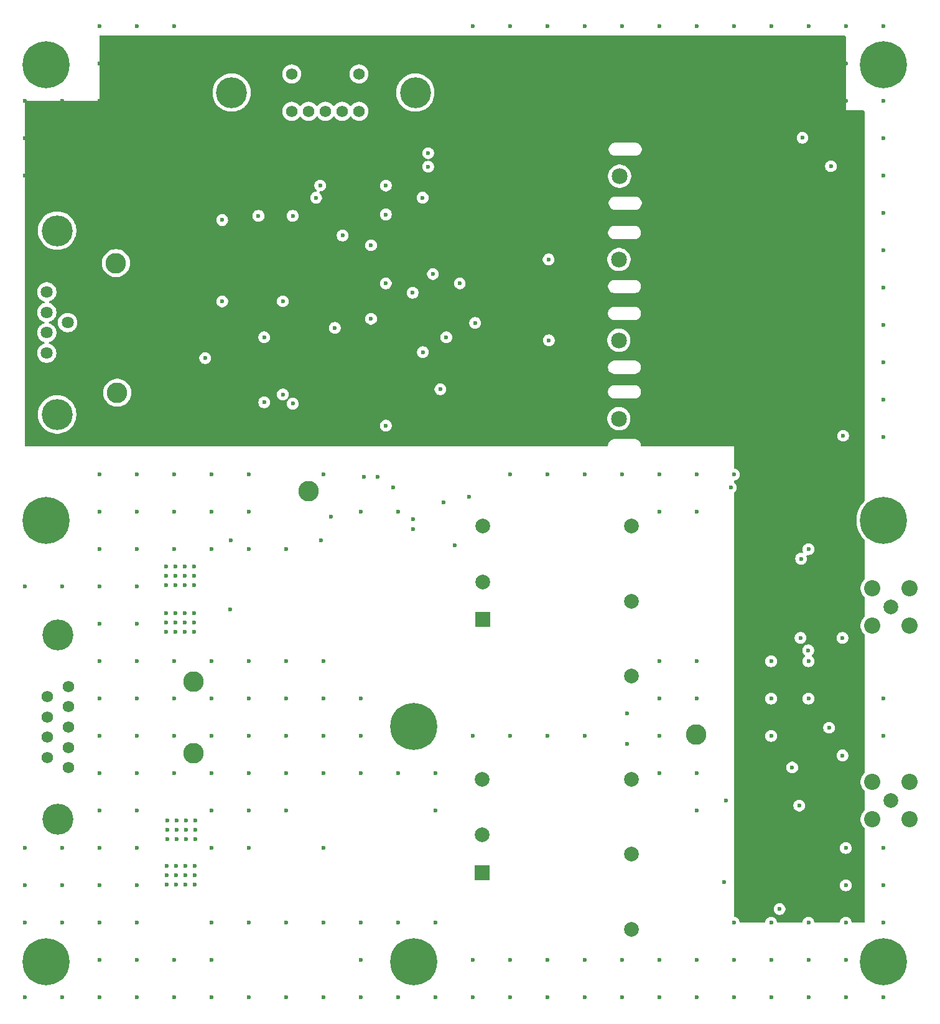
<source format=gbr>
%TF.GenerationSoftware,KiCad,Pcbnew,9.0.3*%
%TF.CreationDate,2025-09-17T10:51:30-04:00*%
%TF.ProjectId,4_COLD_TPC_SiPM_Pre_Amp,345f434f-4c44-45f5-9450-435f5369504d,rev?*%
%TF.SameCoordinates,Original*%
%TF.FileFunction,Copper,L4,Inr*%
%TF.FilePolarity,Positive*%
%FSLAX46Y46*%
G04 Gerber Fmt 4.6, Leading zero omitted, Abs format (unit mm)*
G04 Created by KiCad (PCBNEW 9.0.3) date 2025-09-17 10:51:30*
%MOMM*%
%LPD*%
G01*
G04 APERTURE LIST*
%TA.AperFunction,ComponentPad*%
%ADD10C,2.209800*%
%TD*%
%TA.AperFunction,ComponentPad*%
%ADD11C,2.006600*%
%TD*%
%TA.AperFunction,ComponentPad*%
%ADD12C,2.159000*%
%TD*%
%TA.AperFunction,ComponentPad*%
%ADD13C,2.000000*%
%TD*%
%TA.AperFunction,ComponentPad*%
%ADD14R,2.000000X2.000000*%
%TD*%
%TA.AperFunction,ComponentPad*%
%ADD15C,2.800000*%
%TD*%
%TA.AperFunction,ComponentPad*%
%ADD16C,6.400000*%
%TD*%
%TA.AperFunction,ComponentPad*%
%ADD17C,1.560000*%
%TD*%
%TA.AperFunction,ComponentPad*%
%ADD18C,4.216000*%
%TD*%
%TA.AperFunction,ComponentPad*%
%ADD19C,1.575000*%
%TD*%
%TA.AperFunction,ComponentPad*%
%ADD20C,1.635000*%
%TD*%
%TA.AperFunction,ViaPad*%
%ADD21C,0.600000*%
%TD*%
G04 APERTURE END LIST*
D10*
%TO.N,/SiPM/SiPM_LV_Supply/SiPM_LV_5V/V_P5V_OUT*%
%TO.C,J4*%
X252540000Y-158650000D03*
X247460000Y-158650000D03*
X247460000Y-153570000D03*
X252540000Y-153570000D03*
D11*
%TO.N,/SiPM/V_SiPM_LV_P2V5_OUT*%
X250000000Y-156110000D03*
%TD*%
D10*
%TO.N,/SiPM/SiPM_LV_Supply/SiPM_LV_5V/V_P5V_OUT*%
%TO.C,J5*%
X252540000Y-132320000D03*
X247460000Y-132320000D03*
X247460000Y-127240000D03*
X252540000Y-127240000D03*
D11*
%TO.N,/SiPM/V_SiPM_LV_M5V_OUT*%
X250000000Y-129780000D03*
%TD*%
D12*
%TO.N,Net-(P1-Pad1)*%
%TO.C,P1*%
X212960000Y-93500000D03*
%TD*%
%TO.N,Net-(M5-Pad3)*%
%TO.C,P2*%
X212960000Y-104170000D03*
%TD*%
%TO.N,Net-(P3-Pad1)*%
%TO.C,P3*%
X212970000Y-82510000D03*
%TD*%
%TO.N,Net-(M6-Pad3)*%
%TO.C,P4*%
X213060000Y-71180000D03*
%TD*%
D13*
%TO.N,/SiPM/SiPM_LV_Supply/SiPM_LV_5V/Enable*%
%TO.C,U3*%
X194387500Y-153190000D03*
%TO.N,/SiPM/SiPM_LV_Supply/SiPM_LV_5V/V_P5V_OUT*%
X214687500Y-153190000D03*
%TO.N,/SiPM/SiPM_LV_Supply/SiPM_LV_P3V3/TRIM*%
X214687500Y-163390000D03*
%TO.N,/SiPM/SiPM_LV_Supply/SiPM_LV_P3V3/V_P3V3_OUT*%
X214687500Y-173590000D03*
%TO.N,/SiPM/SiPM_LV_Supply/SiPM_LV_P3V3/V_RTN*%
X194387500Y-160790000D03*
D14*
%TO.N,/SiPM/SiPM_LV_Supply/SiPM_LV_P3V3/V_POS*%
X194387500Y-165890000D03*
%TD*%
D15*
%TO.N,/SiPM/SiPM_LV_Supply/SiPM_LV_5V/Enable*%
%TO.C,V_{EN}1*%
X170690000Y-114050000D03*
%TD*%
%TO.N,/SiPM/SiPM_LV_Supply/SiPM_LV_5V/V_P5V_OUT*%
%TO.C,V_{OUT_RTN}1*%
X223490000Y-147150000D03*
%TD*%
%TO.N,/SEC_PWR_RTN*%
%TO.C,+12V_RTN1*%
X155090000Y-149640000D03*
%TD*%
D16*
%TO.N,CHASSIS*%
%TO.C,H5*%
X135000000Y-56000000D03*
%TD*%
%TO.N,CHASSIS*%
%TO.C,H7*%
X249000000Y-118000000D03*
%TD*%
%TO.N,CHASSIS*%
%TO.C,H6*%
X249000000Y-178000000D03*
%TD*%
%TO.N,CHASSIS*%
%TO.C,H3*%
X185000000Y-146000000D03*
%TD*%
D15*
%TO.N,/P_SEC_TELEM_PWR*%
%TO.C,+5V1*%
X144520000Y-83000000D03*
%TD*%
D17*
%TO.N,/SEC_PWR_RTN*%
%TO.C,J1*%
X138030000Y-140575000D03*
X138030000Y-143345000D03*
%TO.N,unconnected-(J1-Pad3)*%
X138030000Y-146115000D03*
%TO.N,/SEC_PWR_RTN*%
X138030000Y-148885000D03*
X138030000Y-151655000D03*
%TO.N,/SEC_PWR_IN*%
X135190000Y-141960000D03*
X135190000Y-144730000D03*
X135190000Y-147500000D03*
X135190000Y-150270000D03*
D18*
%TO.N,CHASSIS*%
X136610000Y-133615000D03*
X136610000Y-158615000D03*
%TD*%
D19*
%TO.N,/SiPM_LV_Enable-*%
%TO.C,J3*%
X168434000Y-62350000D03*
%TO.N,/SiPM_LV_Enable+*%
X170724000Y-62350000D03*
%TO.N,/P2p5V_TELEM*%
X173014000Y-62350000D03*
%TO.N,/M5p0V_Telem*%
X175304000Y-62350000D03*
%TO.N,/P2p5_I_MON*%
X177594000Y-62350000D03*
%TO.N,/SEC_PWR_TELEM_RTN*%
X167289000Y-59810000D03*
X169579000Y-59810000D03*
X171869000Y-59810000D03*
X174159000Y-59810000D03*
X176449000Y-59810000D03*
%TO.N,/TEMP_TELEM*%
X168434000Y-57270000D03*
%TO.N,/SEC_PWR_TELEM_RTN*%
X170724000Y-57270000D03*
X173014000Y-57270000D03*
X175304000Y-57270000D03*
%TO.N,/M5V_I_MON*%
X177594000Y-57270000D03*
D18*
%TO.N,CHASSIS*%
X185255000Y-59810000D03*
X160265000Y-59810000D03*
%TD*%
D20*
%TO.N,/SEC_PWR_TELEM_RTN*%
%TO.C,J2*%
X137933250Y-96630000D03*
X137933250Y-93860000D03*
%TO.N,unconnected-(J2-Pad3)*%
X137933250Y-91090000D03*
%TO.N,/SEC_PWR_TELEM_RTN*%
X137933250Y-88320000D03*
X137933250Y-85550000D03*
%TO.N,/N_SEC_TELEM_PWR*%
X135093250Y-95245000D03*
X135093250Y-92475000D03*
%TO.N,/P_SEC_TELEM_PWR*%
X135093250Y-89705000D03*
X135093250Y-86935000D03*
D18*
%TO.N,CHASSIS*%
X136513250Y-78590000D03*
X136513250Y-103590000D03*
%TD*%
D16*
%TO.N,CHASSIS*%
%TO.C,H8*%
X135000000Y-118000000D03*
%TD*%
%TO.N,CHASSIS*%
%TO.C,H4*%
X185000000Y-178000000D03*
%TD*%
D15*
%TO.N,/SEC_PWR_IN*%
%TO.C,+12V1*%
X155090000Y-139890000D03*
%TD*%
%TO.N,/N_SEC_TELEM_PWR*%
%TO.C,-5V1*%
X144690000Y-100630000D03*
%TD*%
D16*
%TO.N,CHASSIS*%
%TO.C,H2*%
X135000000Y-178000000D03*
%TD*%
%TO.N,CHASSIS*%
%TO.C,H1*%
X249000000Y-56000000D03*
%TD*%
D15*
%TO.N,/SEC_PWR_TELEM_RTN*%
%TO.C,Telem_RTN1*%
X165350000Y-84050000D03*
%TD*%
D14*
%TO.N,/SiPM/SiPM_LV_Supply/SiPM_LV_5V/V_POS*%
%TO.C,U4*%
X194395000Y-131470000D03*
D13*
%TO.N,/SiPM/SiPM_LV_Supply/SiPM_LV_5V/V_RTN*%
X194395000Y-126370000D03*
%TO.N,/SiPM/SiPM_LV_Supply/SiPM_LV_5V/V_P5V_OUT*%
X214695000Y-139170000D03*
%TO.N,/SiPM/SiPM_LV_Supply/SiPM_LV_5V/TRIM*%
X214695000Y-128970000D03*
%TO.N,/SiPM/V_SiPM_LV_M5V*%
X214695000Y-118770000D03*
%TO.N,/SiPM/SiPM_LV_Supply/SiPM_LV_5V/Enable*%
X194395000Y-118770000D03*
%TD*%
D21*
%TO.N,/SiPM/V_SiPM_LV_M5V*%
X179230000Y-90580000D03*
X179234150Y-80580000D03*
X193394150Y-91130000D03*
X192540000Y-114820000D03*
%TO.N,/SiPM/V_TELEM_P3V3_OUT*%
X237680000Y-133980000D03*
X181240000Y-105120000D03*
X181240000Y-76390000D03*
X243400000Y-133990000D03*
X243480000Y-106490000D03*
X181240000Y-72460000D03*
X172310000Y-72450000D03*
X181234150Y-85760000D03*
X243400000Y-149970000D03*
X236550000Y-151610000D03*
X158970000Y-77145000D03*
%TO.N,/SiPM/V_SiPM_LV_P2V5*%
X187654150Y-84480000D03*
X228180000Y-113530000D03*
X184894150Y-87030000D03*
X182270000Y-113530000D03*
X237515000Y-156785000D03*
%TO.N,/SiPM/SiPM_LV_Supply/SiPM_LV_5V/Enable*%
X184990000Y-119200000D03*
X190600000Y-121430000D03*
X172390000Y-120700000D03*
%TO.N,/SiPM/V_TELEM_M3V3*%
X164690000Y-93100000D03*
X164690000Y-101940000D03*
X189480000Y-93100000D03*
X191304150Y-85750000D03*
%TO.N,/SiPM/SiPM_LV_Supply/SiPM_LV_5V/V_P5V_OUT*%
X227570000Y-156111400D03*
X234827500Y-170857500D03*
X227300000Y-167231400D03*
%TO.N,/SEC_PWR_RTN*%
X154017500Y-158820000D03*
X177800000Y-152400000D03*
X147320000Y-152400000D03*
X213360000Y-111760000D03*
X218440000Y-177800000D03*
X243840000Y-177800000D03*
X147320000Y-167640000D03*
X238760000Y-121920000D03*
X223520000Y-142240000D03*
X152400000Y-137160000D03*
X233680000Y-177800000D03*
X147320000Y-162560000D03*
X147320000Y-132080000D03*
X152635000Y-126775000D03*
X152747500Y-160090000D03*
X218440000Y-116840000D03*
X151365000Y-125505000D03*
X198120000Y-111760000D03*
X208280000Y-182880000D03*
X238760000Y-177800000D03*
X248920000Y-182880000D03*
X193040000Y-177800000D03*
X198120000Y-177800000D03*
X157480000Y-162560000D03*
X172720000Y-172720000D03*
X177800000Y-177800000D03*
X178250000Y-112050000D03*
X142240000Y-157480000D03*
X157480000Y-177800000D03*
X198120000Y-147320000D03*
X182880000Y-152400000D03*
X153905000Y-125505000D03*
X172720000Y-182880000D03*
X152400000Y-147320000D03*
X152400000Y-142240000D03*
X233680000Y-172720000D03*
X238760000Y-182880000D03*
X167640000Y-172720000D03*
X152400000Y-177800000D03*
X152400000Y-152400000D03*
X167640000Y-147320000D03*
X152747500Y-158820000D03*
X155175000Y-124235000D03*
X147320000Y-121920000D03*
X167640000Y-142240000D03*
X167640000Y-137160000D03*
X187960000Y-182880000D03*
X155287500Y-161360000D03*
X132080000Y-182880000D03*
X223520000Y-111760000D03*
X157480000Y-147320000D03*
X172720000Y-152400000D03*
X151365000Y-126775000D03*
X157480000Y-152400000D03*
X198120000Y-182880000D03*
X167640000Y-157480000D03*
X208280000Y-111760000D03*
X187960000Y-157480000D03*
X228600000Y-182880000D03*
X142240000Y-152400000D03*
X208280000Y-177800000D03*
X132080000Y-172720000D03*
X137160000Y-172720000D03*
X248920000Y-162560000D03*
X233680000Y-147320000D03*
X162560000Y-147320000D03*
X132080000Y-127000000D03*
X151477500Y-161360000D03*
X187960000Y-172720000D03*
X233680000Y-137160000D03*
X147320000Y-157480000D03*
X182880000Y-172720000D03*
X218440000Y-137160000D03*
X151477500Y-160090000D03*
X218440000Y-147320000D03*
X142240000Y-182880000D03*
X243840000Y-172720000D03*
X157480000Y-157480000D03*
X193040000Y-147320000D03*
X157480000Y-121920000D03*
X228600000Y-177800000D03*
X147320000Y-177800000D03*
X177800000Y-182880000D03*
X233680000Y-142240000D03*
X142240000Y-167640000D03*
X137160000Y-162560000D03*
X154017500Y-160090000D03*
X180140000Y-112050000D03*
X137160000Y-127000000D03*
X177800000Y-116840000D03*
X177800000Y-147320000D03*
X162560000Y-121920000D03*
X152747500Y-161360000D03*
X223520000Y-182880000D03*
X142240000Y-137160000D03*
X213360000Y-177800000D03*
X218440000Y-152400000D03*
X152400000Y-121920000D03*
X132080000Y-162560000D03*
X162560000Y-182880000D03*
X203200000Y-111760000D03*
X147320000Y-172720000D03*
X142240000Y-147320000D03*
X203200000Y-147320000D03*
X162560000Y-142240000D03*
X203200000Y-182880000D03*
X172720000Y-142240000D03*
X162560000Y-172720000D03*
X157480000Y-182880000D03*
X137160000Y-167640000D03*
X213360000Y-182880000D03*
X152400000Y-182880000D03*
X154017500Y-161360000D03*
X155175000Y-126775000D03*
X147320000Y-182880000D03*
X162560000Y-162560000D03*
X157480000Y-137160000D03*
X147320000Y-137160000D03*
X167640000Y-152400000D03*
X132080000Y-167640000D03*
X228600000Y-111760000D03*
X142240000Y-142240000D03*
X172720000Y-111760000D03*
X153905000Y-126775000D03*
X248920000Y-172720000D03*
X172720000Y-147320000D03*
X223520000Y-177800000D03*
X243840000Y-182880000D03*
X137160000Y-182880000D03*
X218440000Y-111760000D03*
X167640000Y-182880000D03*
X155287500Y-160090000D03*
X218440000Y-182880000D03*
X203200000Y-177800000D03*
X142240000Y-162560000D03*
X153905000Y-124235000D03*
X162560000Y-137160000D03*
X177800000Y-142240000D03*
X223520000Y-152400000D03*
X248920000Y-142240000D03*
X172720000Y-137160000D03*
X223520000Y-116840000D03*
X208280000Y-147320000D03*
X152635000Y-124235000D03*
X238760000Y-172720000D03*
X147320000Y-142240000D03*
X184980000Y-117850000D03*
X142240000Y-177800000D03*
X223520000Y-157480000D03*
X151477500Y-158820000D03*
X152635000Y-125505000D03*
X248920000Y-147320000D03*
X142240000Y-172720000D03*
X218440000Y-142240000D03*
X182880000Y-182880000D03*
X233680000Y-182880000D03*
X167640000Y-121920000D03*
X238760000Y-142240000D03*
X228600000Y-172720000D03*
X243840000Y-162560000D03*
X193040000Y-182880000D03*
X162560000Y-157480000D03*
X243840000Y-167640000D03*
X223520000Y-137160000D03*
X151365000Y-124235000D03*
X182880000Y-116840000D03*
X162560000Y-152400000D03*
X157480000Y-172720000D03*
X142240000Y-132080000D03*
X172720000Y-162560000D03*
X187960000Y-152400000D03*
X147320000Y-127000000D03*
X238760000Y-137160000D03*
X142240000Y-127000000D03*
X142240000Y-121920000D03*
X157480000Y-142240000D03*
X147320000Y-147320000D03*
X177800000Y-172720000D03*
X155175000Y-125505000D03*
X155287500Y-158820000D03*
X248920000Y-167640000D03*
%TO.N,CHASSIS*%
X214040000Y-148430000D03*
X214078000Y-144272000D03*
%TO.N,/SEC_PWR_TELEM_RTN*%
X198120000Y-50800000D03*
X132080000Y-60960000D03*
X152400000Y-55880000D03*
X203200000Y-96520000D03*
X147320000Y-76200000D03*
X203200000Y-86360000D03*
X228600000Y-101600000D03*
X223520000Y-60960000D03*
X243840000Y-91440000D03*
X223520000Y-50800000D03*
X248920000Y-66040000D03*
X198774150Y-80690000D03*
X208280000Y-50800000D03*
X228600000Y-60960000D03*
X238760000Y-60960000D03*
X243840000Y-50800000D03*
X243840000Y-60960000D03*
X213360000Y-55880000D03*
X157480000Y-66040000D03*
X248920000Y-101600000D03*
X157480000Y-71120000D03*
X157480000Y-116840000D03*
X152400000Y-116840000D03*
X203200000Y-106680000D03*
X218440000Y-101600000D03*
X238760000Y-111760000D03*
X233680000Y-91440000D03*
X147320000Y-50800000D03*
X248920000Y-91440000D03*
X218440000Y-86360000D03*
X177434150Y-80580000D03*
X228600000Y-86360000D03*
X223520000Y-101600000D03*
X198120000Y-106680000D03*
X172720000Y-81280000D03*
X142240000Y-71120000D03*
X142240000Y-76200000D03*
X162560000Y-86360000D03*
X162560000Y-76200000D03*
X153260000Y-94345000D03*
X218440000Y-60960000D03*
X198120000Y-101600000D03*
X193040000Y-60960000D03*
X162560000Y-111760000D03*
X233680000Y-50800000D03*
X147320000Y-60960000D03*
X243840000Y-86360000D03*
X147320000Y-106680000D03*
X172720000Y-96520000D03*
X218440000Y-91440000D03*
X233680000Y-101600000D03*
X147320000Y-66040000D03*
X152400000Y-111760000D03*
X218440000Y-81280000D03*
X228600000Y-55880000D03*
X203200000Y-101600000D03*
X236550000Y-153160000D03*
X213360000Y-50800000D03*
X223520000Y-76200000D03*
X228600000Y-71120000D03*
X223520000Y-86360000D03*
X218440000Y-50800000D03*
X162560000Y-81280000D03*
X147320000Y-116840000D03*
X248920000Y-81280000D03*
X243840000Y-55880000D03*
X203200000Y-91440000D03*
X152240000Y-77120000D03*
X223520000Y-81280000D03*
X243840000Y-101600000D03*
X194129150Y-97274800D03*
X198120000Y-76200000D03*
X137160000Y-71120000D03*
X152400000Y-66040000D03*
X233680000Y-86360000D03*
X178250000Y-107630000D03*
X233680000Y-55880000D03*
X208280000Y-60960000D03*
X236050000Y-121620000D03*
X132080000Y-71120000D03*
X142240000Y-106680000D03*
X243690000Y-152310000D03*
X203200000Y-60960000D03*
X137160000Y-60960000D03*
X172310000Y-70370000D03*
X176630000Y-85760000D03*
X142240000Y-50800000D03*
X168540000Y-106950000D03*
X159900000Y-106580000D03*
X243840000Y-96520000D03*
X150980000Y-101385000D03*
X157480000Y-111760000D03*
X193040000Y-55880000D03*
X150680000Y-81065000D03*
X203200000Y-55880000D03*
X213360000Y-60960000D03*
X132080000Y-66040000D03*
X162560000Y-106680000D03*
X193040000Y-50800000D03*
X233680000Y-60960000D03*
X193040000Y-71120000D03*
X198120000Y-71120000D03*
X243840000Y-71120000D03*
X155600000Y-89765000D03*
X223520000Y-91440000D03*
X177800000Y-96520000D03*
X228600000Y-91440000D03*
X142240000Y-91440000D03*
X162560000Y-66040000D03*
X248920000Y-76200000D03*
X142240000Y-96520000D03*
X233680000Y-71120000D03*
X237740000Y-132930000D03*
X142240000Y-66040000D03*
X238760000Y-55880000D03*
X172720000Y-91440000D03*
X142240000Y-60960000D03*
X223520000Y-96520000D03*
X248920000Y-106680000D03*
X182880000Y-96520000D03*
X193184150Y-80420000D03*
X152400000Y-106680000D03*
X152400000Y-50800000D03*
X198120000Y-60960000D03*
X228600000Y-96520000D03*
X248920000Y-86360000D03*
X152400000Y-71120000D03*
X243840000Y-66040000D03*
X142240000Y-111760000D03*
X233680000Y-76200000D03*
X172720000Y-106680000D03*
X180140000Y-107630000D03*
X248920000Y-50800000D03*
X198120000Y-55880000D03*
X177800000Y-71120000D03*
X233680000Y-96520000D03*
X230680000Y-133480000D03*
X162560000Y-91440000D03*
X147320000Y-91440000D03*
X203200000Y-71120000D03*
X161820000Y-94695000D03*
X198120000Y-86360000D03*
X142240000Y-55880000D03*
X203200000Y-76200000D03*
X183380000Y-99790000D03*
X137160000Y-66040000D03*
X147320000Y-55880000D03*
X233680000Y-81280000D03*
X238760000Y-50800000D03*
X218440000Y-71120000D03*
X243840000Y-81280000D03*
X218440000Y-55880000D03*
X228600000Y-50800000D03*
X198120000Y-91440000D03*
X248920000Y-96520000D03*
X208280000Y-55880000D03*
X218440000Y-96520000D03*
X195264150Y-91120000D03*
X248920000Y-60960000D03*
X177800000Y-76200000D03*
X162560000Y-116840000D03*
X223520000Y-55880000D03*
X196164150Y-85750000D03*
X147320000Y-111760000D03*
X152400000Y-60960000D03*
X193040000Y-76200000D03*
X187960000Y-76200000D03*
X142240000Y-116840000D03*
X147320000Y-71120000D03*
X162560000Y-71120000D03*
X228600000Y-76200000D03*
X172720000Y-86360000D03*
X147320000Y-96520000D03*
X203200000Y-50800000D03*
X223520000Y-71120000D03*
X228600000Y-81280000D03*
X243840000Y-76200000D03*
X236720000Y-144650000D03*
X218440000Y-76200000D03*
X248920000Y-71120000D03*
%TO.N,/SEC_PWR_IN*%
X152667500Y-166300000D03*
X155115000Y-133150000D03*
X155207500Y-167570000D03*
X153845000Y-130610000D03*
X151305000Y-130610000D03*
X155207500Y-165030000D03*
X153937500Y-165030000D03*
X152667500Y-167570000D03*
X151305000Y-131880000D03*
X153937500Y-167570000D03*
X153845000Y-131880000D03*
X152575000Y-131880000D03*
X151397500Y-167570000D03*
X151397500Y-166300000D03*
X152575000Y-130610000D03*
X152667500Y-165030000D03*
X151305000Y-133150000D03*
X155207500Y-166300000D03*
X153845000Y-133150000D03*
X155115000Y-131880000D03*
X152575000Y-133150000D03*
X151397500Y-165030000D03*
X153937500Y-166300000D03*
X160020000Y-130140000D03*
X160160000Y-120700000D03*
X155115000Y-130610000D03*
%TO.N,Net-(M2-Pad1)*%
X189080000Y-115560000D03*
X173770000Y-117510000D03*
%TO.N,/P2p5V_TELEM*%
X174310000Y-91820000D03*
%TO.N,/M5p0V_Telem*%
X175350000Y-79240000D03*
%TO.N,/TEMP_TELEM*%
X163910000Y-76580000D03*
X168570000Y-102120000D03*
X168570000Y-76570000D03*
%TO.N,Net-(C2-Pad2)*%
X241820000Y-69830000D03*
X187017482Y-69884549D03*
X241580000Y-146200000D03*
%TO.N,Net-(U9-OUT)*%
X238740000Y-135680000D03*
%TO.N,Net-(C31-Pad2)*%
X237950000Y-65950000D03*
X237770000Y-123210000D03*
X187000000Y-68050000D03*
%TO.N,/P_SEC_TELEM_PWR*%
X203440000Y-93510000D03*
X188670000Y-100170000D03*
X203400000Y-82510200D03*
X167220000Y-88200000D03*
X158971400Y-88205000D03*
X167220000Y-100870000D03*
%TO.N,/SiPM/SiPM_LV_Supply/SiPM_LV_Enable*%
X186280000Y-95110000D03*
X171750000Y-74110000D03*
X186260000Y-74110000D03*
%TO.N,/N_SEC_TELEM_PWR*%
X156660000Y-95925000D03*
%TD*%
%TA.AperFunction,Conductor*%
%TO.N,/SEC_PWR_TELEM_RTN*%
G36*
X243783039Y-52089685D02*
G01*
X243828794Y-52142489D01*
X243840000Y-52194000D01*
X243840000Y-62230000D01*
X246256000Y-62230000D01*
X246323039Y-62249685D01*
X246368794Y-62302489D01*
X246380000Y-62354000D01*
X246380000Y-115335339D01*
X246360315Y-115402378D01*
X246343681Y-115423020D01*
X246254807Y-115511893D01*
X246024150Y-115792950D01*
X246024140Y-115792964D01*
X245822151Y-116095261D01*
X245822140Y-116095279D01*
X245650756Y-116415916D01*
X245650754Y-116415921D01*
X245511614Y-116751834D01*
X245406067Y-117099776D01*
X245406064Y-117099787D01*
X245335137Y-117456369D01*
X245307628Y-117735679D01*
X245299500Y-117818206D01*
X245299500Y-118181794D01*
X245304167Y-118229179D01*
X245335137Y-118543630D01*
X245406064Y-118900212D01*
X245406067Y-118900223D01*
X245511614Y-119248165D01*
X245650754Y-119584078D01*
X245650756Y-119584083D01*
X245822140Y-119904720D01*
X245822144Y-119904727D01*
X245822147Y-119904732D01*
X246024146Y-120207044D01*
X246254803Y-120488101D01*
X246343682Y-120576980D01*
X246377166Y-120638301D01*
X246380000Y-120664660D01*
X246380000Y-125998260D01*
X246360315Y-126065299D01*
X246343681Y-126085941D01*
X246235472Y-126194149D01*
X246235472Y-126194150D01*
X246235470Y-126194152D01*
X246209234Y-126230263D01*
X246086939Y-126398586D01*
X245972219Y-126623737D01*
X245894129Y-126864071D01*
X245854600Y-127113646D01*
X245854600Y-127366353D01*
X245887726Y-127575500D01*
X245894130Y-127615932D01*
X245972218Y-127856260D01*
X246086939Y-128081413D01*
X246235470Y-128285848D01*
X246235472Y-128285850D01*
X246343681Y-128394059D01*
X246377166Y-128455382D01*
X246380000Y-128481740D01*
X246380000Y-131078260D01*
X246360315Y-131145299D01*
X246343681Y-131165941D01*
X246235472Y-131274149D01*
X246235472Y-131274150D01*
X246235470Y-131274152D01*
X246209234Y-131310263D01*
X246086939Y-131478586D01*
X245972219Y-131703737D01*
X245894129Y-131944071D01*
X245854600Y-132193646D01*
X245854600Y-132446353D01*
X245894129Y-132695928D01*
X245894130Y-132695932D01*
X245972218Y-132936260D01*
X246086939Y-133161413D01*
X246235470Y-133365848D01*
X246235472Y-133365850D01*
X246343681Y-133474059D01*
X246377166Y-133535382D01*
X246380000Y-133561740D01*
X246380000Y-152328260D01*
X246360315Y-152395299D01*
X246343681Y-152415941D01*
X246235472Y-152524149D01*
X246235472Y-152524150D01*
X246235470Y-152524152D01*
X246171681Y-152611949D01*
X246086939Y-152728586D01*
X245972219Y-152953737D01*
X245894129Y-153194071D01*
X245854600Y-153443646D01*
X245854600Y-153696353D01*
X245865630Y-153765992D01*
X245894130Y-153945932D01*
X245972218Y-154186260D01*
X246086939Y-154411413D01*
X246235470Y-154615848D01*
X246235472Y-154615850D01*
X246343681Y-154724059D01*
X246377166Y-154785382D01*
X246380000Y-154811740D01*
X246380000Y-157408260D01*
X246360315Y-157475299D01*
X246343681Y-157495941D01*
X246235472Y-157604149D01*
X246235472Y-157604150D01*
X246235470Y-157604152D01*
X246171681Y-157691949D01*
X246086939Y-157808586D01*
X245972219Y-158033737D01*
X245972218Y-158033739D01*
X245972218Y-158033740D01*
X245933174Y-158153904D01*
X245894129Y-158274071D01*
X245854600Y-158523646D01*
X245854600Y-158776353D01*
X245894129Y-159025928D01*
X245894130Y-159025932D01*
X245972218Y-159266260D01*
X246086939Y-159491413D01*
X246235470Y-159695848D01*
X246235472Y-159695850D01*
X246343681Y-159804059D01*
X246377166Y-159865382D01*
X246380000Y-159891740D01*
X246380000Y-172596000D01*
X246360315Y-172663039D01*
X246307511Y-172708794D01*
X246256000Y-172720000D01*
X244757947Y-172720000D01*
X244690908Y-172700315D01*
X244645153Y-172647511D01*
X244636330Y-172620191D01*
X244609738Y-172486510D01*
X244609737Y-172486503D01*
X244592746Y-172445483D01*
X244549397Y-172340827D01*
X244549390Y-172340814D01*
X244461789Y-172209711D01*
X244461786Y-172209707D01*
X244350292Y-172098213D01*
X244350288Y-172098210D01*
X244219185Y-172010609D01*
X244219172Y-172010602D01*
X244073501Y-171950264D01*
X244073489Y-171950261D01*
X243918845Y-171919500D01*
X243918842Y-171919500D01*
X243761158Y-171919500D01*
X243761155Y-171919500D01*
X243606510Y-171950261D01*
X243606498Y-171950264D01*
X243460827Y-172010602D01*
X243460814Y-172010609D01*
X243329711Y-172098210D01*
X243329707Y-172098213D01*
X243218213Y-172209707D01*
X243218210Y-172209711D01*
X243130609Y-172340814D01*
X243130602Y-172340827D01*
X243070264Y-172486498D01*
X243070261Y-172486510D01*
X243043670Y-172620191D01*
X243011285Y-172682102D01*
X242950569Y-172716677D01*
X242922053Y-172720000D01*
X239677947Y-172720000D01*
X239610908Y-172700315D01*
X239565153Y-172647511D01*
X239556330Y-172620191D01*
X239529738Y-172486510D01*
X239529737Y-172486503D01*
X239512746Y-172445483D01*
X239469397Y-172340827D01*
X239469390Y-172340814D01*
X239381789Y-172209711D01*
X239381786Y-172209707D01*
X239270292Y-172098213D01*
X239270288Y-172098210D01*
X239139185Y-172010609D01*
X239139172Y-172010602D01*
X238993501Y-171950264D01*
X238993489Y-171950261D01*
X238838845Y-171919500D01*
X238838842Y-171919500D01*
X238681158Y-171919500D01*
X238681155Y-171919500D01*
X238526510Y-171950261D01*
X238526498Y-171950264D01*
X238380827Y-172010602D01*
X238380814Y-172010609D01*
X238249711Y-172098210D01*
X238249707Y-172098213D01*
X238138213Y-172209707D01*
X238138210Y-172209711D01*
X238050609Y-172340814D01*
X238050602Y-172340827D01*
X237990264Y-172486498D01*
X237990261Y-172486510D01*
X237963670Y-172620191D01*
X237931285Y-172682102D01*
X237870569Y-172716677D01*
X237842053Y-172720000D01*
X234597947Y-172720000D01*
X234530908Y-172700315D01*
X234485153Y-172647511D01*
X234476330Y-172620191D01*
X234449738Y-172486510D01*
X234449737Y-172486503D01*
X234432746Y-172445483D01*
X234389397Y-172340827D01*
X234389390Y-172340814D01*
X234301789Y-172209711D01*
X234301786Y-172209707D01*
X234190292Y-172098213D01*
X234190288Y-172098210D01*
X234059185Y-172010609D01*
X234059172Y-172010602D01*
X233913501Y-171950264D01*
X233913489Y-171950261D01*
X233758845Y-171919500D01*
X233758842Y-171919500D01*
X233601158Y-171919500D01*
X233601155Y-171919500D01*
X233446510Y-171950261D01*
X233446498Y-171950264D01*
X233300827Y-172010602D01*
X233300814Y-172010609D01*
X233169711Y-172098210D01*
X233169707Y-172098213D01*
X233058213Y-172209707D01*
X233058210Y-172209711D01*
X232970609Y-172340814D01*
X232970602Y-172340827D01*
X232910264Y-172486498D01*
X232910261Y-172486510D01*
X232883670Y-172620191D01*
X232851285Y-172682102D01*
X232790569Y-172716677D01*
X232762053Y-172720000D01*
X229517947Y-172720000D01*
X229450908Y-172700315D01*
X229405153Y-172647511D01*
X229396330Y-172620191D01*
X229369738Y-172486510D01*
X229369737Y-172486503D01*
X229352746Y-172445483D01*
X229309397Y-172340827D01*
X229309390Y-172340814D01*
X229221789Y-172209711D01*
X229221786Y-172209707D01*
X229110292Y-172098213D01*
X229110288Y-172098210D01*
X228979185Y-172010609D01*
X228979172Y-172010602D01*
X228833501Y-171950264D01*
X228833491Y-171950261D01*
X228699808Y-171923669D01*
X228637897Y-171891284D01*
X228603323Y-171830568D01*
X228600000Y-171802052D01*
X228600000Y-170778653D01*
X234027000Y-170778653D01*
X234027000Y-170936346D01*
X234057761Y-171090989D01*
X234057764Y-171091001D01*
X234118102Y-171236672D01*
X234118109Y-171236685D01*
X234205710Y-171367788D01*
X234205713Y-171367792D01*
X234317207Y-171479286D01*
X234317211Y-171479289D01*
X234448314Y-171566890D01*
X234448327Y-171566897D01*
X234593998Y-171627235D01*
X234594003Y-171627237D01*
X234748653Y-171657999D01*
X234748656Y-171658000D01*
X234748658Y-171658000D01*
X234906344Y-171658000D01*
X234906345Y-171657999D01*
X235060997Y-171627237D01*
X235206679Y-171566894D01*
X235337789Y-171479289D01*
X235449289Y-171367789D01*
X235536894Y-171236679D01*
X235597237Y-171090997D01*
X235628000Y-170936342D01*
X235628000Y-170778658D01*
X235628000Y-170778655D01*
X235627999Y-170778653D01*
X235597238Y-170624010D01*
X235597237Y-170624003D01*
X235597235Y-170623998D01*
X235536897Y-170478327D01*
X235536890Y-170478314D01*
X235449289Y-170347211D01*
X235449286Y-170347207D01*
X235337792Y-170235713D01*
X235337788Y-170235710D01*
X235206685Y-170148109D01*
X235206672Y-170148102D01*
X235061001Y-170087764D01*
X235060989Y-170087761D01*
X234906345Y-170057000D01*
X234906342Y-170057000D01*
X234748658Y-170057000D01*
X234748655Y-170057000D01*
X234594010Y-170087761D01*
X234593998Y-170087764D01*
X234448327Y-170148102D01*
X234448314Y-170148109D01*
X234317211Y-170235710D01*
X234317207Y-170235713D01*
X234205713Y-170347207D01*
X234205710Y-170347211D01*
X234118109Y-170478314D01*
X234118102Y-170478327D01*
X234057764Y-170623998D01*
X234057761Y-170624010D01*
X234027000Y-170778653D01*
X228600000Y-170778653D01*
X228600000Y-167561153D01*
X243039500Y-167561153D01*
X243039500Y-167718846D01*
X243070261Y-167873489D01*
X243070264Y-167873501D01*
X243130602Y-168019172D01*
X243130609Y-168019185D01*
X243218210Y-168150288D01*
X243218213Y-168150292D01*
X243329707Y-168261786D01*
X243329711Y-168261789D01*
X243460814Y-168349390D01*
X243460827Y-168349397D01*
X243606498Y-168409735D01*
X243606503Y-168409737D01*
X243761153Y-168440499D01*
X243761156Y-168440500D01*
X243761158Y-168440500D01*
X243918844Y-168440500D01*
X243918845Y-168440499D01*
X244073497Y-168409737D01*
X244219179Y-168349394D01*
X244350289Y-168261789D01*
X244461789Y-168150289D01*
X244549394Y-168019179D01*
X244609737Y-167873497D01*
X244640500Y-167718842D01*
X244640500Y-167561158D01*
X244640500Y-167561155D01*
X244640499Y-167561153D01*
X244609738Y-167406510D01*
X244609737Y-167406503D01*
X244609735Y-167406498D01*
X244549397Y-167260827D01*
X244549390Y-167260814D01*
X244461789Y-167129711D01*
X244461786Y-167129707D01*
X244350292Y-167018213D01*
X244350288Y-167018210D01*
X244219185Y-166930609D01*
X244219172Y-166930602D01*
X244073501Y-166870264D01*
X244073489Y-166870261D01*
X243918845Y-166839500D01*
X243918842Y-166839500D01*
X243761158Y-166839500D01*
X243761155Y-166839500D01*
X243606510Y-166870261D01*
X243606498Y-166870264D01*
X243460827Y-166930602D01*
X243460814Y-166930609D01*
X243329711Y-167018210D01*
X243329707Y-167018213D01*
X243218213Y-167129707D01*
X243218210Y-167129711D01*
X243130609Y-167260814D01*
X243130602Y-167260827D01*
X243070264Y-167406498D01*
X243070261Y-167406510D01*
X243039500Y-167561153D01*
X228600000Y-167561153D01*
X228600000Y-162481153D01*
X243039500Y-162481153D01*
X243039500Y-162638846D01*
X243070261Y-162793489D01*
X243070264Y-162793501D01*
X243130602Y-162939172D01*
X243130609Y-162939185D01*
X243218210Y-163070288D01*
X243218213Y-163070292D01*
X243329707Y-163181786D01*
X243329711Y-163181789D01*
X243460814Y-163269390D01*
X243460827Y-163269397D01*
X243606498Y-163329735D01*
X243606503Y-163329737D01*
X243761153Y-163360499D01*
X243761156Y-163360500D01*
X243761158Y-163360500D01*
X243918844Y-163360500D01*
X243918845Y-163360499D01*
X244073497Y-163329737D01*
X244219179Y-163269394D01*
X244350289Y-163181789D01*
X244461789Y-163070289D01*
X244549394Y-162939179D01*
X244609737Y-162793497D01*
X244640500Y-162638842D01*
X244640500Y-162481158D01*
X244640500Y-162481155D01*
X244640499Y-162481153D01*
X244609738Y-162326510D01*
X244609737Y-162326503D01*
X244594824Y-162290500D01*
X244549397Y-162180827D01*
X244549390Y-162180814D01*
X244461789Y-162049711D01*
X244461786Y-162049707D01*
X244350292Y-161938213D01*
X244350288Y-161938210D01*
X244219185Y-161850609D01*
X244219172Y-161850602D01*
X244073501Y-161790264D01*
X244073489Y-161790261D01*
X243918845Y-161759500D01*
X243918842Y-161759500D01*
X243761158Y-161759500D01*
X243761155Y-161759500D01*
X243606510Y-161790261D01*
X243606498Y-161790264D01*
X243460827Y-161850602D01*
X243460814Y-161850609D01*
X243329711Y-161938210D01*
X243329707Y-161938213D01*
X243218213Y-162049707D01*
X243218210Y-162049711D01*
X243130609Y-162180814D01*
X243130602Y-162180827D01*
X243070264Y-162326498D01*
X243070261Y-162326510D01*
X243039500Y-162481153D01*
X228600000Y-162481153D01*
X228600000Y-156706153D01*
X236714500Y-156706153D01*
X236714500Y-156863846D01*
X236745261Y-157018489D01*
X236745264Y-157018501D01*
X236805602Y-157164172D01*
X236805609Y-157164185D01*
X236893210Y-157295288D01*
X236893213Y-157295292D01*
X237004707Y-157406786D01*
X237004711Y-157406789D01*
X237135814Y-157494390D01*
X237135827Y-157494397D01*
X237281498Y-157554735D01*
X237281503Y-157554737D01*
X237436153Y-157585499D01*
X237436156Y-157585500D01*
X237436158Y-157585500D01*
X237593844Y-157585500D01*
X237593845Y-157585499D01*
X237748497Y-157554737D01*
X237894179Y-157494394D01*
X238025289Y-157406789D01*
X238136789Y-157295289D01*
X238224394Y-157164179D01*
X238284737Y-157018497D01*
X238315500Y-156863842D01*
X238315500Y-156706158D01*
X238315500Y-156706155D01*
X238315499Y-156706153D01*
X238284738Y-156551510D01*
X238284737Y-156551503D01*
X238259502Y-156490579D01*
X238224397Y-156405827D01*
X238224390Y-156405814D01*
X238136789Y-156274711D01*
X238136786Y-156274707D01*
X238025292Y-156163213D01*
X238025288Y-156163210D01*
X237894185Y-156075609D01*
X237894172Y-156075602D01*
X237748501Y-156015264D01*
X237748489Y-156015261D01*
X237593845Y-155984500D01*
X237593842Y-155984500D01*
X237436158Y-155984500D01*
X237436155Y-155984500D01*
X237281510Y-156015261D01*
X237281498Y-156015264D01*
X237135827Y-156075602D01*
X237135814Y-156075609D01*
X237004711Y-156163210D01*
X237004707Y-156163213D01*
X236893213Y-156274707D01*
X236893210Y-156274711D01*
X236805609Y-156405814D01*
X236805602Y-156405827D01*
X236745264Y-156551498D01*
X236745261Y-156551510D01*
X236714500Y-156706153D01*
X228600000Y-156706153D01*
X228600000Y-151531153D01*
X235749500Y-151531153D01*
X235749500Y-151688846D01*
X235780261Y-151843489D01*
X235780264Y-151843501D01*
X235840602Y-151989172D01*
X235840609Y-151989185D01*
X235928210Y-152120288D01*
X235928213Y-152120292D01*
X236039707Y-152231786D01*
X236039711Y-152231789D01*
X236170814Y-152319390D01*
X236170827Y-152319397D01*
X236316498Y-152379735D01*
X236316503Y-152379737D01*
X236436304Y-152403567D01*
X236471153Y-152410499D01*
X236471156Y-152410500D01*
X236471158Y-152410500D01*
X236628844Y-152410500D01*
X236628845Y-152410499D01*
X236783497Y-152379737D01*
X236896166Y-152333067D01*
X236929172Y-152319397D01*
X236929172Y-152319396D01*
X236929179Y-152319394D01*
X237060289Y-152231789D01*
X237171789Y-152120289D01*
X237259394Y-151989179D01*
X237319737Y-151843497D01*
X237350500Y-151688842D01*
X237350500Y-151531158D01*
X237350500Y-151531155D01*
X237350499Y-151531153D01*
X237319738Y-151376510D01*
X237319737Y-151376503D01*
X237265976Y-151246711D01*
X237259397Y-151230827D01*
X237259390Y-151230814D01*
X237171789Y-151099711D01*
X237171786Y-151099707D01*
X237060292Y-150988213D01*
X237060288Y-150988210D01*
X236929185Y-150900609D01*
X236929172Y-150900602D01*
X236783501Y-150840264D01*
X236783489Y-150840261D01*
X236628845Y-150809500D01*
X236628842Y-150809500D01*
X236471158Y-150809500D01*
X236471155Y-150809500D01*
X236316510Y-150840261D01*
X236316498Y-150840264D01*
X236170827Y-150900602D01*
X236170814Y-150900609D01*
X236039711Y-150988210D01*
X236039707Y-150988213D01*
X235928213Y-151099707D01*
X235928210Y-151099711D01*
X235840609Y-151230814D01*
X235840602Y-151230827D01*
X235780264Y-151376498D01*
X235780261Y-151376510D01*
X235749500Y-151531153D01*
X228600000Y-151531153D01*
X228600000Y-149891153D01*
X242599500Y-149891153D01*
X242599500Y-150048846D01*
X242630261Y-150203489D01*
X242630264Y-150203501D01*
X242690602Y-150349172D01*
X242690609Y-150349185D01*
X242778210Y-150480288D01*
X242778213Y-150480292D01*
X242889707Y-150591786D01*
X242889711Y-150591789D01*
X243020814Y-150679390D01*
X243020827Y-150679397D01*
X243166498Y-150739735D01*
X243166503Y-150739737D01*
X243321153Y-150770499D01*
X243321156Y-150770500D01*
X243321158Y-150770500D01*
X243478844Y-150770500D01*
X243478845Y-150770499D01*
X243633497Y-150739737D01*
X243779179Y-150679394D01*
X243910289Y-150591789D01*
X244021789Y-150480289D01*
X244109394Y-150349179D01*
X244169737Y-150203497D01*
X244200500Y-150048842D01*
X244200500Y-149891158D01*
X244200500Y-149891155D01*
X244200499Y-149891153D01*
X244169738Y-149736510D01*
X244169737Y-149736503D01*
X244140063Y-149664862D01*
X244109397Y-149590827D01*
X244109390Y-149590814D01*
X244021789Y-149459711D01*
X244021786Y-149459707D01*
X243910292Y-149348213D01*
X243910288Y-149348210D01*
X243779185Y-149260609D01*
X243779172Y-149260602D01*
X243633501Y-149200264D01*
X243633489Y-149200261D01*
X243478845Y-149169500D01*
X243478842Y-149169500D01*
X243321158Y-149169500D01*
X243321155Y-149169500D01*
X243166510Y-149200261D01*
X243166498Y-149200264D01*
X243020827Y-149260602D01*
X243020814Y-149260609D01*
X242889711Y-149348210D01*
X242889707Y-149348213D01*
X242778213Y-149459707D01*
X242778210Y-149459711D01*
X242690609Y-149590814D01*
X242690602Y-149590827D01*
X242630264Y-149736498D01*
X242630261Y-149736510D01*
X242599500Y-149891153D01*
X228600000Y-149891153D01*
X228600000Y-147241153D01*
X232879500Y-147241153D01*
X232879500Y-147398846D01*
X232910261Y-147553489D01*
X232910264Y-147553501D01*
X232970602Y-147699172D01*
X232970609Y-147699185D01*
X233058210Y-147830288D01*
X233058213Y-147830292D01*
X233169707Y-147941786D01*
X233169711Y-147941789D01*
X233300814Y-148029390D01*
X233300827Y-148029397D01*
X233446498Y-148089735D01*
X233446503Y-148089737D01*
X233601153Y-148120499D01*
X233601156Y-148120500D01*
X233601158Y-148120500D01*
X233758844Y-148120500D01*
X233758845Y-148120499D01*
X233913497Y-148089737D01*
X234059179Y-148029394D01*
X234190289Y-147941789D01*
X234301789Y-147830289D01*
X234389394Y-147699179D01*
X234449737Y-147553497D01*
X234480500Y-147398842D01*
X234480500Y-147241158D01*
X234480500Y-147241155D01*
X234480499Y-147241153D01*
X234449738Y-147086510D01*
X234449737Y-147086503D01*
X234414114Y-147000500D01*
X234389397Y-146940827D01*
X234389390Y-146940814D01*
X234301789Y-146809711D01*
X234301786Y-146809707D01*
X234190292Y-146698213D01*
X234190288Y-146698210D01*
X234059185Y-146610609D01*
X234059172Y-146610602D01*
X233913501Y-146550264D01*
X233913489Y-146550261D01*
X233758845Y-146519500D01*
X233758842Y-146519500D01*
X233601158Y-146519500D01*
X233601155Y-146519500D01*
X233446510Y-146550261D01*
X233446498Y-146550264D01*
X233300827Y-146610602D01*
X233300814Y-146610609D01*
X233169711Y-146698210D01*
X233169707Y-146698213D01*
X233058213Y-146809707D01*
X233058210Y-146809711D01*
X232970609Y-146940814D01*
X232970602Y-146940827D01*
X232910264Y-147086498D01*
X232910261Y-147086510D01*
X232879500Y-147241153D01*
X228600000Y-147241153D01*
X228600000Y-146121153D01*
X240779500Y-146121153D01*
X240779500Y-146278846D01*
X240810261Y-146433489D01*
X240810264Y-146433501D01*
X240870602Y-146579172D01*
X240870609Y-146579185D01*
X240958210Y-146710288D01*
X240958213Y-146710292D01*
X241069707Y-146821786D01*
X241069711Y-146821789D01*
X241200814Y-146909390D01*
X241200827Y-146909397D01*
X241346498Y-146969735D01*
X241346503Y-146969737D01*
X241501153Y-147000499D01*
X241501156Y-147000500D01*
X241501158Y-147000500D01*
X241658844Y-147000500D01*
X241658845Y-147000499D01*
X241813497Y-146969737D01*
X241959179Y-146909394D01*
X242090289Y-146821789D01*
X242201789Y-146710289D01*
X242289394Y-146579179D01*
X242349737Y-146433497D01*
X242380500Y-146278842D01*
X242380500Y-146121158D01*
X242380500Y-146121155D01*
X242380499Y-146121153D01*
X242359229Y-146014222D01*
X242349737Y-145966503D01*
X242349735Y-145966498D01*
X242289397Y-145820827D01*
X242289390Y-145820814D01*
X242201789Y-145689711D01*
X242201786Y-145689707D01*
X242090292Y-145578213D01*
X242090288Y-145578210D01*
X241959185Y-145490609D01*
X241959172Y-145490602D01*
X241813501Y-145430264D01*
X241813489Y-145430261D01*
X241658845Y-145399500D01*
X241658842Y-145399500D01*
X241501158Y-145399500D01*
X241501155Y-145399500D01*
X241346510Y-145430261D01*
X241346498Y-145430264D01*
X241200827Y-145490602D01*
X241200814Y-145490609D01*
X241069711Y-145578210D01*
X241069707Y-145578213D01*
X240958213Y-145689707D01*
X240958210Y-145689711D01*
X240870609Y-145820814D01*
X240870602Y-145820827D01*
X240810264Y-145966498D01*
X240810261Y-145966510D01*
X240779500Y-146121153D01*
X228600000Y-146121153D01*
X228600000Y-142161153D01*
X232879500Y-142161153D01*
X232879500Y-142318846D01*
X232910261Y-142473489D01*
X232910264Y-142473501D01*
X232970602Y-142619172D01*
X232970609Y-142619185D01*
X233058210Y-142750288D01*
X233058213Y-142750292D01*
X233169707Y-142861786D01*
X233169711Y-142861789D01*
X233300814Y-142949390D01*
X233300827Y-142949397D01*
X233446498Y-143009735D01*
X233446503Y-143009737D01*
X233601153Y-143040499D01*
X233601156Y-143040500D01*
X233601158Y-143040500D01*
X233758844Y-143040500D01*
X233758845Y-143040499D01*
X233913497Y-143009737D01*
X234059179Y-142949394D01*
X234190289Y-142861789D01*
X234301789Y-142750289D01*
X234389394Y-142619179D01*
X234449737Y-142473497D01*
X234480500Y-142318842D01*
X234480500Y-142161158D01*
X234480500Y-142161155D01*
X234480499Y-142161153D01*
X237959500Y-142161153D01*
X237959500Y-142318846D01*
X237990261Y-142473489D01*
X237990264Y-142473501D01*
X238050602Y-142619172D01*
X238050609Y-142619185D01*
X238138210Y-142750288D01*
X238138213Y-142750292D01*
X238249707Y-142861786D01*
X238249711Y-142861789D01*
X238380814Y-142949390D01*
X238380827Y-142949397D01*
X238526498Y-143009735D01*
X238526503Y-143009737D01*
X238681153Y-143040499D01*
X238681156Y-143040500D01*
X238681158Y-143040500D01*
X238838844Y-143040500D01*
X238838845Y-143040499D01*
X238993497Y-143009737D01*
X239139179Y-142949394D01*
X239270289Y-142861789D01*
X239381789Y-142750289D01*
X239469394Y-142619179D01*
X239529737Y-142473497D01*
X239560500Y-142318842D01*
X239560500Y-142161158D01*
X239560500Y-142161155D01*
X239560499Y-142161153D01*
X239529738Y-142006510D01*
X239529737Y-142006503D01*
X239529735Y-142006498D01*
X239469397Y-141860827D01*
X239469390Y-141860814D01*
X239381789Y-141729711D01*
X239381786Y-141729707D01*
X239270292Y-141618213D01*
X239270288Y-141618210D01*
X239139185Y-141530609D01*
X239139172Y-141530602D01*
X238993501Y-141470264D01*
X238993489Y-141470261D01*
X238838845Y-141439500D01*
X238838842Y-141439500D01*
X238681158Y-141439500D01*
X238681155Y-141439500D01*
X238526510Y-141470261D01*
X238526498Y-141470264D01*
X238380827Y-141530602D01*
X238380814Y-141530609D01*
X238249711Y-141618210D01*
X238249707Y-141618213D01*
X238138213Y-141729707D01*
X238138210Y-141729711D01*
X238050609Y-141860814D01*
X238050602Y-141860827D01*
X237990264Y-142006498D01*
X237990261Y-142006510D01*
X237959500Y-142161153D01*
X234480499Y-142161153D01*
X234449738Y-142006510D01*
X234449737Y-142006503D01*
X234449735Y-142006498D01*
X234389397Y-141860827D01*
X234389390Y-141860814D01*
X234301789Y-141729711D01*
X234301786Y-141729707D01*
X234190292Y-141618213D01*
X234190288Y-141618210D01*
X234059185Y-141530609D01*
X234059172Y-141530602D01*
X233913501Y-141470264D01*
X233913489Y-141470261D01*
X233758845Y-141439500D01*
X233758842Y-141439500D01*
X233601158Y-141439500D01*
X233601155Y-141439500D01*
X233446510Y-141470261D01*
X233446498Y-141470264D01*
X233300827Y-141530602D01*
X233300814Y-141530609D01*
X233169711Y-141618210D01*
X233169707Y-141618213D01*
X233058213Y-141729707D01*
X233058210Y-141729711D01*
X232970609Y-141860814D01*
X232970602Y-141860827D01*
X232910264Y-142006498D01*
X232910261Y-142006510D01*
X232879500Y-142161153D01*
X228600000Y-142161153D01*
X228600000Y-137081153D01*
X232879500Y-137081153D01*
X232879500Y-137238846D01*
X232910261Y-137393489D01*
X232910264Y-137393501D01*
X232970602Y-137539172D01*
X232970609Y-137539185D01*
X233058210Y-137670288D01*
X233058213Y-137670292D01*
X233169707Y-137781786D01*
X233169711Y-137781789D01*
X233300814Y-137869390D01*
X233300827Y-137869397D01*
X233446498Y-137929735D01*
X233446503Y-137929737D01*
X233601153Y-137960499D01*
X233601156Y-137960500D01*
X233601158Y-137960500D01*
X233758844Y-137960500D01*
X233758845Y-137960499D01*
X233913497Y-137929737D01*
X234059179Y-137869394D01*
X234190289Y-137781789D01*
X234301789Y-137670289D01*
X234389394Y-137539179D01*
X234449737Y-137393497D01*
X234480500Y-137238842D01*
X234480500Y-137081158D01*
X234480500Y-137081155D01*
X234480499Y-137081153D01*
X234449738Y-136926510D01*
X234449737Y-136926503D01*
X234449735Y-136926498D01*
X234389397Y-136780827D01*
X234389390Y-136780814D01*
X234301789Y-136649711D01*
X234301786Y-136649707D01*
X234190292Y-136538213D01*
X234190288Y-136538210D01*
X234059185Y-136450609D01*
X234059172Y-136450602D01*
X233913501Y-136390264D01*
X233913489Y-136390261D01*
X233758845Y-136359500D01*
X233758842Y-136359500D01*
X233601158Y-136359500D01*
X233601155Y-136359500D01*
X233446510Y-136390261D01*
X233446498Y-136390264D01*
X233300827Y-136450602D01*
X233300814Y-136450609D01*
X233169711Y-136538210D01*
X233169707Y-136538213D01*
X233058213Y-136649707D01*
X233058210Y-136649711D01*
X232970609Y-136780814D01*
X232970602Y-136780827D01*
X232910264Y-136926498D01*
X232910261Y-136926510D01*
X232879500Y-137081153D01*
X228600000Y-137081153D01*
X228600000Y-135601153D01*
X237939500Y-135601153D01*
X237939500Y-135758846D01*
X237970261Y-135913489D01*
X237970264Y-135913501D01*
X238030602Y-136059172D01*
X238030609Y-136059185D01*
X238118210Y-136190288D01*
X238118213Y-136190292D01*
X238229708Y-136301787D01*
X238229711Y-136301789D01*
X238242321Y-136310215D01*
X238262321Y-136323578D01*
X238307127Y-136377190D01*
X238315834Y-136446515D01*
X238285680Y-136509543D01*
X238262327Y-136529780D01*
X238249711Y-136538210D01*
X238249707Y-136538213D01*
X238138213Y-136649707D01*
X238138210Y-136649711D01*
X238050609Y-136780814D01*
X238050602Y-136780827D01*
X237990264Y-136926498D01*
X237990261Y-136926510D01*
X237959500Y-137081153D01*
X237959500Y-137238846D01*
X237990261Y-137393489D01*
X237990264Y-137393501D01*
X238050602Y-137539172D01*
X238050609Y-137539185D01*
X238138210Y-137670288D01*
X238138213Y-137670292D01*
X238249707Y-137781786D01*
X238249711Y-137781789D01*
X238380814Y-137869390D01*
X238380827Y-137869397D01*
X238526498Y-137929735D01*
X238526503Y-137929737D01*
X238681153Y-137960499D01*
X238681156Y-137960500D01*
X238681158Y-137960500D01*
X238838844Y-137960500D01*
X238838845Y-137960499D01*
X238993497Y-137929737D01*
X239139179Y-137869394D01*
X239270289Y-137781789D01*
X239381789Y-137670289D01*
X239469394Y-137539179D01*
X239529737Y-137393497D01*
X239560500Y-137238842D01*
X239560500Y-137081158D01*
X239560500Y-137081155D01*
X239560499Y-137081153D01*
X239529738Y-136926510D01*
X239529737Y-136926503D01*
X239529735Y-136926498D01*
X239469397Y-136780827D01*
X239469390Y-136780814D01*
X239381789Y-136649711D01*
X239381786Y-136649707D01*
X239270292Y-136538213D01*
X239270288Y-136538210D01*
X239237677Y-136516420D01*
X239192872Y-136462808D01*
X239184165Y-136393483D01*
X239214319Y-136330455D01*
X239237679Y-136310215D01*
X239243150Y-136306558D01*
X239250289Y-136301789D01*
X239361789Y-136190289D01*
X239449394Y-136059179D01*
X239509737Y-135913497D01*
X239540500Y-135758842D01*
X239540500Y-135601158D01*
X239540500Y-135601155D01*
X239540499Y-135601153D01*
X239509738Y-135446510D01*
X239509737Y-135446503D01*
X239472210Y-135355904D01*
X239449397Y-135300827D01*
X239449390Y-135300814D01*
X239361789Y-135169711D01*
X239361786Y-135169707D01*
X239250292Y-135058213D01*
X239250288Y-135058210D01*
X239119185Y-134970609D01*
X239119172Y-134970602D01*
X238973501Y-134910264D01*
X238973489Y-134910261D01*
X238818845Y-134879500D01*
X238818842Y-134879500D01*
X238661158Y-134879500D01*
X238661155Y-134879500D01*
X238506510Y-134910261D01*
X238506498Y-134910264D01*
X238360827Y-134970602D01*
X238360814Y-134970609D01*
X238229711Y-135058210D01*
X238229707Y-135058213D01*
X238118213Y-135169707D01*
X238118210Y-135169711D01*
X238030609Y-135300814D01*
X238030602Y-135300827D01*
X237970264Y-135446498D01*
X237970261Y-135446510D01*
X237939500Y-135601153D01*
X228600000Y-135601153D01*
X228600000Y-133901153D01*
X236879500Y-133901153D01*
X236879500Y-134058846D01*
X236910261Y-134213489D01*
X236910264Y-134213501D01*
X236970602Y-134359172D01*
X236970609Y-134359185D01*
X237058210Y-134490288D01*
X237058213Y-134490292D01*
X237169707Y-134601786D01*
X237169711Y-134601789D01*
X237300814Y-134689390D01*
X237300827Y-134689397D01*
X237446498Y-134749735D01*
X237446503Y-134749737D01*
X237601153Y-134780499D01*
X237601156Y-134780500D01*
X237601158Y-134780500D01*
X237758844Y-134780500D01*
X237758845Y-134780499D01*
X237913497Y-134749737D01*
X238026166Y-134703067D01*
X238059172Y-134689397D01*
X238059172Y-134689396D01*
X238059179Y-134689394D01*
X238190289Y-134601789D01*
X238301789Y-134490289D01*
X238389394Y-134359179D01*
X238449737Y-134213497D01*
X238480500Y-134058842D01*
X238480500Y-133911153D01*
X242599500Y-133911153D01*
X242599500Y-134068846D01*
X242630261Y-134223489D01*
X242630264Y-134223501D01*
X242690602Y-134369172D01*
X242690609Y-134369185D01*
X242778210Y-134500288D01*
X242778213Y-134500292D01*
X242889707Y-134611786D01*
X242889711Y-134611789D01*
X243020814Y-134699390D01*
X243020827Y-134699397D01*
X243142363Y-134749738D01*
X243166503Y-134759737D01*
X243321153Y-134790499D01*
X243321156Y-134790500D01*
X243321158Y-134790500D01*
X243478844Y-134790500D01*
X243478845Y-134790499D01*
X243633497Y-134759737D01*
X243779179Y-134699394D01*
X243910289Y-134611789D01*
X244021789Y-134500289D01*
X244109394Y-134369179D01*
X244169737Y-134223497D01*
X244200500Y-134068842D01*
X244200500Y-133911158D01*
X244200500Y-133911155D01*
X244200499Y-133911153D01*
X244179937Y-133807782D01*
X244169737Y-133756503D01*
X244143459Y-133693061D01*
X244109397Y-133610827D01*
X244109390Y-133610814D01*
X244021789Y-133479711D01*
X244021786Y-133479707D01*
X243910292Y-133368213D01*
X243910288Y-133368210D01*
X243779185Y-133280609D01*
X243779172Y-133280602D01*
X243633501Y-133220264D01*
X243633489Y-133220261D01*
X243478845Y-133189500D01*
X243478842Y-133189500D01*
X243321158Y-133189500D01*
X243321155Y-133189500D01*
X243166510Y-133220261D01*
X243166498Y-133220264D01*
X243020827Y-133280602D01*
X243020814Y-133280609D01*
X242889711Y-133368210D01*
X242889707Y-133368213D01*
X242778213Y-133479707D01*
X242778210Y-133479711D01*
X242690609Y-133610814D01*
X242690602Y-133610827D01*
X242630264Y-133756498D01*
X242630261Y-133756510D01*
X242599500Y-133911153D01*
X238480500Y-133911153D01*
X238480500Y-133901158D01*
X238480500Y-133901155D01*
X238480499Y-133901153D01*
X238477459Y-133885870D01*
X238449737Y-133746503D01*
X238427601Y-133693061D01*
X238389397Y-133600827D01*
X238389390Y-133600814D01*
X238301789Y-133469711D01*
X238301786Y-133469707D01*
X238190292Y-133358213D01*
X238190288Y-133358210D01*
X238059185Y-133270609D01*
X238059172Y-133270602D01*
X237913501Y-133210264D01*
X237913489Y-133210261D01*
X237758845Y-133179500D01*
X237758842Y-133179500D01*
X237601158Y-133179500D01*
X237601155Y-133179500D01*
X237446510Y-133210261D01*
X237446498Y-133210264D01*
X237300827Y-133270602D01*
X237300814Y-133270609D01*
X237169711Y-133358210D01*
X237169707Y-133358213D01*
X237058213Y-133469707D01*
X237058210Y-133469711D01*
X236970609Y-133600814D01*
X236970602Y-133600827D01*
X236910264Y-133746498D01*
X236910261Y-133746510D01*
X236879500Y-133901153D01*
X228600000Y-133901153D01*
X228600000Y-123131153D01*
X236969500Y-123131153D01*
X236969500Y-123288846D01*
X237000261Y-123443489D01*
X237000264Y-123443501D01*
X237060602Y-123589172D01*
X237060609Y-123589185D01*
X237148210Y-123720288D01*
X237148213Y-123720292D01*
X237259707Y-123831786D01*
X237259711Y-123831789D01*
X237390814Y-123919390D01*
X237390827Y-123919397D01*
X237536498Y-123979735D01*
X237536503Y-123979737D01*
X237691153Y-124010499D01*
X237691156Y-124010500D01*
X237691158Y-124010500D01*
X237848844Y-124010500D01*
X237848845Y-124010499D01*
X238003497Y-123979737D01*
X238149179Y-123919394D01*
X238280289Y-123831789D01*
X238391789Y-123720289D01*
X238479394Y-123589179D01*
X238539737Y-123443497D01*
X238570500Y-123288842D01*
X238570500Y-123131158D01*
X238570500Y-123131155D01*
X238570499Y-123131153D01*
X238539738Y-122976510D01*
X238539737Y-122976503D01*
X238500254Y-122881183D01*
X238492786Y-122811717D01*
X238524061Y-122749237D01*
X238584150Y-122713585D01*
X238639008Y-122712116D01*
X238681155Y-122720500D01*
X238681158Y-122720500D01*
X238838844Y-122720500D01*
X238838845Y-122720499D01*
X238993497Y-122689737D01*
X239139179Y-122629394D01*
X239270289Y-122541789D01*
X239381789Y-122430289D01*
X239469394Y-122299179D01*
X239529737Y-122153497D01*
X239560500Y-121998842D01*
X239560500Y-121841158D01*
X239560500Y-121841155D01*
X239560499Y-121841153D01*
X239529738Y-121686510D01*
X239529737Y-121686503D01*
X239520208Y-121663497D01*
X239469397Y-121540827D01*
X239469390Y-121540814D01*
X239381789Y-121409711D01*
X239381786Y-121409707D01*
X239270292Y-121298213D01*
X239270288Y-121298210D01*
X239139185Y-121210609D01*
X239139172Y-121210602D01*
X238993501Y-121150264D01*
X238993489Y-121150261D01*
X238838845Y-121119500D01*
X238838842Y-121119500D01*
X238681158Y-121119500D01*
X238681155Y-121119500D01*
X238526510Y-121150261D01*
X238526498Y-121150264D01*
X238380827Y-121210602D01*
X238380814Y-121210609D01*
X238249711Y-121298210D01*
X238249707Y-121298213D01*
X238138213Y-121409707D01*
X238138210Y-121409711D01*
X238050609Y-121540814D01*
X238050602Y-121540827D01*
X237990264Y-121686498D01*
X237990261Y-121686510D01*
X237959500Y-121841153D01*
X237959500Y-121998846D01*
X237990261Y-122153489D01*
X237990264Y-122153501D01*
X238029744Y-122248814D01*
X238037213Y-122318283D01*
X238005938Y-122380762D01*
X237945849Y-122416414D01*
X237890993Y-122417884D01*
X237848842Y-122409500D01*
X237691158Y-122409500D01*
X237691155Y-122409500D01*
X237536510Y-122440261D01*
X237536498Y-122440264D01*
X237390827Y-122500602D01*
X237390814Y-122500609D01*
X237259711Y-122588210D01*
X237259707Y-122588213D01*
X237148213Y-122699707D01*
X237148210Y-122699711D01*
X237060609Y-122830814D01*
X237060602Y-122830827D01*
X237000264Y-122976498D01*
X237000261Y-122976510D01*
X236969500Y-123131153D01*
X228600000Y-123131153D01*
X228600000Y-114278397D01*
X228619685Y-114211358D01*
X228655111Y-114175294D01*
X228656202Y-114174565D01*
X228690289Y-114151789D01*
X228801789Y-114040289D01*
X228889394Y-113909179D01*
X228949737Y-113763497D01*
X228980500Y-113608842D01*
X228980500Y-113451158D01*
X228980500Y-113451155D01*
X228980499Y-113451153D01*
X228949737Y-113296503D01*
X228912924Y-113207627D01*
X228889397Y-113150827D01*
X228889390Y-113150814D01*
X228801789Y-113019711D01*
X228801786Y-113019707D01*
X228690293Y-112908214D01*
X228655107Y-112884703D01*
X228650017Y-112878612D01*
X228642797Y-112875315D01*
X228627933Y-112852187D01*
X228610303Y-112831090D01*
X228608351Y-112821716D01*
X228605023Y-112816537D01*
X228600000Y-112781602D01*
X228600000Y-112677947D01*
X228619685Y-112610908D01*
X228672489Y-112565153D01*
X228699809Y-112556330D01*
X228768435Y-112542678D01*
X228833497Y-112529737D01*
X228979179Y-112469394D01*
X229110289Y-112381789D01*
X229221789Y-112270289D01*
X229309394Y-112139179D01*
X229369737Y-111993497D01*
X229400500Y-111838842D01*
X229400500Y-111681158D01*
X229400500Y-111681155D01*
X229400499Y-111681153D01*
X229369738Y-111526510D01*
X229369737Y-111526503D01*
X229369735Y-111526498D01*
X229309397Y-111380827D01*
X229309390Y-111380814D01*
X229221789Y-111249711D01*
X229221786Y-111249707D01*
X229110292Y-111138213D01*
X229110288Y-111138210D01*
X228979185Y-111050609D01*
X228979172Y-111050602D01*
X228833501Y-110990264D01*
X228833491Y-110990261D01*
X228699808Y-110963669D01*
X228637897Y-110931284D01*
X228603323Y-110870568D01*
X228600000Y-110842052D01*
X228600000Y-107950000D01*
X216094500Y-107950000D01*
X216027461Y-107930315D01*
X215981706Y-107877511D01*
X215970500Y-107826000D01*
X215970500Y-107751534D01*
X215970499Y-107751530D01*
X215935984Y-107578012D01*
X215935983Y-107578005D01*
X215868275Y-107414543D01*
X215769977Y-107267431D01*
X215769974Y-107267427D01*
X215644872Y-107142325D01*
X215644868Y-107142322D01*
X215497754Y-107044023D01*
X215497752Y-107044022D01*
X215334299Y-106976318D01*
X215334287Y-106976315D01*
X215160769Y-106941800D01*
X215160765Y-106941800D01*
X212279235Y-106941800D01*
X212279230Y-106941800D01*
X212105712Y-106976315D01*
X212105700Y-106976318D01*
X211942247Y-107044022D01*
X211942245Y-107044023D01*
X211795131Y-107142322D01*
X211795127Y-107142325D01*
X211670025Y-107267427D01*
X211670022Y-107267431D01*
X211571723Y-107414545D01*
X211571722Y-107414547D01*
X211504018Y-107578000D01*
X211504015Y-107578012D01*
X211469500Y-107751530D01*
X211469500Y-107826000D01*
X211449815Y-107893039D01*
X211397011Y-107938794D01*
X211345500Y-107950000D01*
X132204000Y-107950000D01*
X132136961Y-107930315D01*
X132091206Y-107877511D01*
X132080000Y-107826000D01*
X132080000Y-106411153D01*
X242679500Y-106411153D01*
X242679500Y-106568846D01*
X242710261Y-106723489D01*
X242710264Y-106723501D01*
X242770602Y-106869172D01*
X242770609Y-106869185D01*
X242858210Y-107000288D01*
X242858213Y-107000292D01*
X242969707Y-107111786D01*
X242969711Y-107111789D01*
X243100814Y-107199390D01*
X243100827Y-107199397D01*
X243246498Y-107259735D01*
X243246503Y-107259737D01*
X243401153Y-107290499D01*
X243401156Y-107290500D01*
X243401158Y-107290500D01*
X243558844Y-107290500D01*
X243558845Y-107290499D01*
X243713497Y-107259737D01*
X243859179Y-107199394D01*
X243990289Y-107111789D01*
X244101789Y-107000289D01*
X244189394Y-106869179D01*
X244249737Y-106723497D01*
X244280500Y-106568842D01*
X244280500Y-106411158D01*
X244280500Y-106411155D01*
X244280499Y-106411153D01*
X244249738Y-106256510D01*
X244249737Y-106256503D01*
X244225711Y-106198499D01*
X244189397Y-106110827D01*
X244189390Y-106110814D01*
X244101789Y-105979711D01*
X244101786Y-105979707D01*
X243990292Y-105868213D01*
X243990288Y-105868210D01*
X243859185Y-105780609D01*
X243859172Y-105780602D01*
X243713501Y-105720264D01*
X243713489Y-105720261D01*
X243558845Y-105689500D01*
X243558842Y-105689500D01*
X243401158Y-105689500D01*
X243401155Y-105689500D01*
X243246510Y-105720261D01*
X243246498Y-105720264D01*
X243100827Y-105780602D01*
X243100814Y-105780609D01*
X242969711Y-105868210D01*
X242969707Y-105868213D01*
X242858213Y-105979707D01*
X242858210Y-105979711D01*
X242770609Y-106110814D01*
X242770602Y-106110827D01*
X242710264Y-106256498D01*
X242710261Y-106256510D01*
X242679500Y-106411153D01*
X132080000Y-106411153D01*
X132080000Y-103443505D01*
X133904750Y-103443505D01*
X133904750Y-103736494D01*
X133937552Y-104027615D01*
X133937554Y-104027631D01*
X134002747Y-104313262D01*
X134002751Y-104313274D01*
X134099514Y-104589806D01*
X134226631Y-104853766D01*
X134382509Y-105101844D01*
X134382510Y-105101846D01*
X134565171Y-105330897D01*
X134772352Y-105538078D01*
X135001403Y-105720739D01*
X135001406Y-105720740D01*
X135001408Y-105720742D01*
X135249481Y-105876617D01*
X135513447Y-106003737D01*
X135721142Y-106076412D01*
X135789975Y-106100498D01*
X135789987Y-106100502D01*
X136075622Y-106165696D01*
X136366755Y-106198499D01*
X136366756Y-106198500D01*
X136366760Y-106198500D01*
X136659744Y-106198500D01*
X136659744Y-106198499D01*
X136950878Y-106165696D01*
X137236513Y-106100502D01*
X137513053Y-106003737D01*
X137777019Y-105876617D01*
X138025092Y-105720742D01*
X138025096Y-105720739D01*
X138254147Y-105538078D01*
X138254149Y-105538075D01*
X138254154Y-105538072D01*
X138461322Y-105330904D01*
X138566272Y-105199301D01*
X138643989Y-105101846D01*
X138643990Y-105101844D01*
X138643992Y-105101842D01*
X138682126Y-105041153D01*
X180439500Y-105041153D01*
X180439500Y-105198846D01*
X180470261Y-105353489D01*
X180470264Y-105353501D01*
X180530602Y-105499172D01*
X180530609Y-105499185D01*
X180618210Y-105630288D01*
X180618213Y-105630292D01*
X180729707Y-105741786D01*
X180729711Y-105741789D01*
X180860814Y-105829390D01*
X180860827Y-105829397D01*
X181006498Y-105889735D01*
X181006503Y-105889737D01*
X181161153Y-105920499D01*
X181161156Y-105920500D01*
X181161158Y-105920500D01*
X181318844Y-105920500D01*
X181318845Y-105920499D01*
X181473497Y-105889737D01*
X181619179Y-105829394D01*
X181750289Y-105741789D01*
X181861789Y-105630289D01*
X181949394Y-105499179D01*
X182009737Y-105353497D01*
X182040500Y-105198842D01*
X182040500Y-105041158D01*
X182040500Y-105041155D01*
X182040499Y-105041153D01*
X182009738Y-104886510D01*
X182009737Y-104886503D01*
X181964176Y-104776507D01*
X181949397Y-104740827D01*
X181949390Y-104740814D01*
X181861789Y-104609711D01*
X181861786Y-104609707D01*
X181750292Y-104498213D01*
X181750288Y-104498210D01*
X181619185Y-104410609D01*
X181619172Y-104410602D01*
X181473501Y-104350264D01*
X181473489Y-104350261D01*
X181318845Y-104319500D01*
X181318842Y-104319500D01*
X181161158Y-104319500D01*
X181161155Y-104319500D01*
X181006510Y-104350261D01*
X181006498Y-104350264D01*
X180860827Y-104410602D01*
X180860814Y-104410609D01*
X180729711Y-104498210D01*
X180729707Y-104498213D01*
X180618213Y-104609707D01*
X180618210Y-104609711D01*
X180530609Y-104740814D01*
X180530602Y-104740827D01*
X180470264Y-104886498D01*
X180470261Y-104886510D01*
X180439500Y-105041153D01*
X138682126Y-105041153D01*
X138799867Y-104853769D01*
X138926987Y-104589803D01*
X139023752Y-104313263D01*
X139084832Y-104045651D01*
X211380000Y-104045651D01*
X211380000Y-104294349D01*
X211383984Y-104319500D01*
X211418905Y-104539985D01*
X211495754Y-104776507D01*
X211495755Y-104776510D01*
X211608665Y-104998104D01*
X211754837Y-105199294D01*
X211754841Y-105199299D01*
X211930700Y-105375158D01*
X211930705Y-105375162D01*
X212101391Y-105499172D01*
X212131899Y-105521337D01*
X212276754Y-105595144D01*
X212353489Y-105634244D01*
X212353492Y-105634245D01*
X212471753Y-105672669D01*
X212590016Y-105711095D01*
X212835651Y-105750000D01*
X212835652Y-105750000D01*
X213084348Y-105750000D01*
X213084349Y-105750000D01*
X213329984Y-105711095D01*
X213566510Y-105634244D01*
X213788101Y-105521337D01*
X213989301Y-105375157D01*
X214165157Y-105199301D01*
X214311337Y-104998101D01*
X214424244Y-104776510D01*
X214501095Y-104539984D01*
X214540000Y-104294349D01*
X214540000Y-104045651D01*
X214501095Y-103800016D01*
X214424244Y-103563490D01*
X214424244Y-103563489D01*
X214385144Y-103486754D01*
X214311337Y-103341899D01*
X214173647Y-103152384D01*
X214165162Y-103140705D01*
X214165158Y-103140700D01*
X213989299Y-102964841D01*
X213989294Y-102964837D01*
X213788104Y-102818665D01*
X213788103Y-102818664D01*
X213788101Y-102818663D01*
X213717109Y-102782490D01*
X213566510Y-102705755D01*
X213566507Y-102705754D01*
X213329985Y-102628905D01*
X213207166Y-102609452D01*
X213084349Y-102590000D01*
X212835651Y-102590000D01*
X212753772Y-102602968D01*
X212590014Y-102628905D01*
X212353492Y-102705754D01*
X212353489Y-102705755D01*
X212131895Y-102818665D01*
X211930705Y-102964837D01*
X211930700Y-102964841D01*
X211754841Y-103140700D01*
X211754837Y-103140705D01*
X211608665Y-103341895D01*
X211495755Y-103563489D01*
X211495754Y-103563492D01*
X211418905Y-103800014D01*
X211418905Y-103800016D01*
X211380000Y-104045651D01*
X139084832Y-104045651D01*
X139088946Y-104027628D01*
X139121750Y-103736490D01*
X139121750Y-103443510D01*
X139088946Y-103152372D01*
X139023752Y-102866737D01*
X138926987Y-102590197D01*
X138799867Y-102326231D01*
X138643992Y-102078158D01*
X138643990Y-102078155D01*
X138643989Y-102078153D01*
X138461328Y-101849102D01*
X138254147Y-101641921D01*
X138025096Y-101459260D01*
X138025094Y-101459259D01*
X137777016Y-101303381D01*
X137513056Y-101176264D01*
X137236524Y-101079501D01*
X137236512Y-101079497D01*
X136950881Y-101014304D01*
X136950865Y-101014302D01*
X136659744Y-100981500D01*
X136659740Y-100981500D01*
X136366760Y-100981500D01*
X136366756Y-100981500D01*
X136075634Y-101014302D01*
X136075618Y-101014304D01*
X135789987Y-101079497D01*
X135789975Y-101079501D01*
X135513443Y-101176264D01*
X135249483Y-101303381D01*
X135001405Y-101459259D01*
X135001403Y-101459260D01*
X134772352Y-101641921D01*
X134565171Y-101849102D01*
X134382510Y-102078153D01*
X134382509Y-102078155D01*
X134226631Y-102326233D01*
X134099514Y-102590193D01*
X134002751Y-102866725D01*
X134002747Y-102866737D01*
X133937554Y-103152368D01*
X133937552Y-103152384D01*
X133904750Y-103443505D01*
X132080000Y-103443505D01*
X132080000Y-100505435D01*
X142789500Y-100505435D01*
X142789500Y-100754565D01*
X142789500Y-100754570D01*
X142789501Y-100754575D01*
X142822017Y-101001561D01*
X142886498Y-101242207D01*
X142981830Y-101472361D01*
X142981837Y-101472376D01*
X143106400Y-101688126D01*
X143258060Y-101885774D01*
X143258066Y-101885781D01*
X143434218Y-102061933D01*
X143434225Y-102061939D01*
X143631873Y-102213599D01*
X143847623Y-102338162D01*
X143847638Y-102338169D01*
X143946825Y-102379253D01*
X144077793Y-102433502D01*
X144318435Y-102497982D01*
X144565435Y-102530500D01*
X144565442Y-102530500D01*
X144814558Y-102530500D01*
X144814565Y-102530500D01*
X145061565Y-102497982D01*
X145302207Y-102433502D01*
X145532373Y-102338164D01*
X145748127Y-102213599D01*
X145945776Y-102061938D01*
X146121938Y-101885776D01*
X146140832Y-101861153D01*
X163889500Y-101861153D01*
X163889500Y-102018846D01*
X163920261Y-102173489D01*
X163920264Y-102173501D01*
X163980602Y-102319172D01*
X163980609Y-102319185D01*
X164068210Y-102450288D01*
X164068213Y-102450292D01*
X164179707Y-102561786D01*
X164179711Y-102561789D01*
X164310814Y-102649390D01*
X164310827Y-102649397D01*
X164446892Y-102705756D01*
X164456503Y-102709737D01*
X164611153Y-102740499D01*
X164611156Y-102740500D01*
X164611158Y-102740500D01*
X164768844Y-102740500D01*
X164768845Y-102740499D01*
X164923497Y-102709737D01*
X165069179Y-102649394D01*
X165200289Y-102561789D01*
X165311789Y-102450289D01*
X165399394Y-102319179D01*
X165459737Y-102173497D01*
X165486062Y-102041153D01*
X167769500Y-102041153D01*
X167769500Y-102198846D01*
X167800261Y-102353489D01*
X167800264Y-102353501D01*
X167860602Y-102499172D01*
X167860609Y-102499185D01*
X167948210Y-102630288D01*
X167948213Y-102630292D01*
X168059707Y-102741786D01*
X168059711Y-102741789D01*
X168190814Y-102829390D01*
X168190827Y-102829397D01*
X168336498Y-102889735D01*
X168336503Y-102889737D01*
X168491153Y-102920499D01*
X168491156Y-102920500D01*
X168491158Y-102920500D01*
X168648844Y-102920500D01*
X168648845Y-102920499D01*
X168803497Y-102889737D01*
X168949179Y-102829394D01*
X169080289Y-102741789D01*
X169191789Y-102630289D01*
X169279394Y-102499179D01*
X169339737Y-102353497D01*
X169370500Y-102198842D01*
X169370500Y-102041158D01*
X169370500Y-102041155D01*
X169370499Y-102041153D01*
X169339738Y-101886510D01*
X169339737Y-101886503D01*
X169324243Y-101849096D01*
X169279397Y-101740827D01*
X169279390Y-101740814D01*
X169191789Y-101609711D01*
X169191786Y-101609707D01*
X169080292Y-101498213D01*
X169080288Y-101498210D01*
X168949185Y-101410609D01*
X168949172Y-101410602D01*
X168803501Y-101350264D01*
X168803489Y-101350261D01*
X168648845Y-101319500D01*
X168648842Y-101319500D01*
X168491158Y-101319500D01*
X168491155Y-101319500D01*
X168336510Y-101350261D01*
X168336498Y-101350264D01*
X168190827Y-101410602D01*
X168190814Y-101410609D01*
X168059711Y-101498210D01*
X168059709Y-101498211D01*
X168057879Y-101500041D01*
X168057859Y-101500062D01*
X167948211Y-101609711D01*
X167919929Y-101652037D01*
X167919917Y-101652051D01*
X167860612Y-101740809D01*
X167860602Y-101740827D01*
X167800264Y-101886498D01*
X167800261Y-101886510D01*
X167769500Y-102041153D01*
X165486062Y-102041153D01*
X165490500Y-102018842D01*
X165490500Y-101861158D01*
X165490500Y-101861155D01*
X165490499Y-101861153D01*
X165474273Y-101779580D01*
X165459737Y-101706503D01*
X165459735Y-101706498D01*
X165399397Y-101560827D01*
X165399390Y-101560814D01*
X165311789Y-101429711D01*
X165311786Y-101429707D01*
X165200292Y-101318213D01*
X165200288Y-101318210D01*
X165069185Y-101230609D01*
X165069172Y-101230602D01*
X164923501Y-101170264D01*
X164923489Y-101170261D01*
X164768845Y-101139500D01*
X164768842Y-101139500D01*
X164611158Y-101139500D01*
X164611155Y-101139500D01*
X164456510Y-101170261D01*
X164456498Y-101170264D01*
X164310827Y-101230602D01*
X164310814Y-101230609D01*
X164179711Y-101318210D01*
X164179707Y-101318213D01*
X164068213Y-101429707D01*
X164068210Y-101429711D01*
X163980609Y-101560814D01*
X163980602Y-101560827D01*
X163920264Y-101706498D01*
X163920261Y-101706510D01*
X163889500Y-101861153D01*
X146140832Y-101861153D01*
X146273599Y-101688127D01*
X146398164Y-101472373D01*
X146493502Y-101242207D01*
X146557982Y-101001565D01*
X146585683Y-100791153D01*
X166419500Y-100791153D01*
X166419500Y-100948846D01*
X166450261Y-101103489D01*
X166450264Y-101103501D01*
X166510602Y-101249172D01*
X166510609Y-101249185D01*
X166598210Y-101380288D01*
X166598213Y-101380292D01*
X166709707Y-101491786D01*
X166709711Y-101491789D01*
X166840814Y-101579390D01*
X166840827Y-101579397D01*
X166914013Y-101609711D01*
X166986503Y-101639737D01*
X167141153Y-101670499D01*
X167141156Y-101670500D01*
X167141158Y-101670500D01*
X167298844Y-101670500D01*
X167298845Y-101670499D01*
X167453497Y-101639737D01*
X167599179Y-101579394D01*
X167730289Y-101491789D01*
X167841789Y-101380289D01*
X167929394Y-101249179D01*
X167989737Y-101103497D01*
X168020500Y-100948842D01*
X168020500Y-100791158D01*
X168020500Y-100791155D01*
X168020499Y-100791153D01*
X168013223Y-100754575D01*
X167989737Y-100636503D01*
X167978124Y-100608466D01*
X167929397Y-100490827D01*
X167929390Y-100490814D01*
X167841789Y-100359711D01*
X167841786Y-100359707D01*
X167730292Y-100248213D01*
X167730288Y-100248210D01*
X167640429Y-100188168D01*
X167599185Y-100160609D01*
X167599172Y-100160602D01*
X167453501Y-100100264D01*
X167453489Y-100100261D01*
X167407701Y-100091153D01*
X187869500Y-100091153D01*
X187869500Y-100248846D01*
X187900261Y-100403489D01*
X187900264Y-100403501D01*
X187960602Y-100549172D01*
X187960609Y-100549185D01*
X188048210Y-100680288D01*
X188048213Y-100680292D01*
X188159707Y-100791786D01*
X188159711Y-100791789D01*
X188290814Y-100879390D01*
X188290827Y-100879397D01*
X188436498Y-100939735D01*
X188436503Y-100939737D01*
X188591153Y-100970499D01*
X188591156Y-100970500D01*
X188591158Y-100970500D01*
X188748844Y-100970500D01*
X188748845Y-100970499D01*
X188903497Y-100939737D01*
X189049179Y-100879394D01*
X189180289Y-100791789D01*
X189291789Y-100680289D01*
X189379394Y-100549179D01*
X189428125Y-100431530D01*
X211469500Y-100431530D01*
X211469500Y-100608469D01*
X211504015Y-100781987D01*
X211504018Y-100781999D01*
X211571722Y-100945452D01*
X211571723Y-100945454D01*
X211670022Y-101092568D01*
X211670025Y-101092572D01*
X211795127Y-101217674D01*
X211795131Y-101217677D01*
X211942243Y-101315975D01*
X211942244Y-101315975D01*
X211942245Y-101315976D01*
X211942247Y-101315977D01*
X212025024Y-101350264D01*
X212105705Y-101383683D01*
X212279230Y-101418199D01*
X212279234Y-101418200D01*
X212279235Y-101418200D01*
X215160766Y-101418200D01*
X215160767Y-101418199D01*
X215334295Y-101383683D01*
X215497757Y-101315975D01*
X215644869Y-101217677D01*
X215769977Y-101092569D01*
X215868275Y-100945457D01*
X215935983Y-100781995D01*
X215970500Y-100608465D01*
X215970500Y-100431535D01*
X215935983Y-100258005D01*
X215907056Y-100188168D01*
X215868277Y-100094547D01*
X215868276Y-100094545D01*
X215851541Y-100069500D01*
X215769977Y-99947431D01*
X215769974Y-99947427D01*
X215644872Y-99822325D01*
X215644868Y-99822322D01*
X215497754Y-99724023D01*
X215497752Y-99724022D01*
X215334299Y-99656318D01*
X215334287Y-99656315D01*
X215160769Y-99621800D01*
X215160765Y-99621800D01*
X212279235Y-99621800D01*
X212279230Y-99621800D01*
X212105712Y-99656315D01*
X212105700Y-99656318D01*
X211942247Y-99724022D01*
X211942245Y-99724023D01*
X211795131Y-99822322D01*
X211795127Y-99822325D01*
X211670025Y-99947427D01*
X211670022Y-99947431D01*
X211571723Y-100094545D01*
X211571722Y-100094547D01*
X211504018Y-100258000D01*
X211504015Y-100258012D01*
X211469500Y-100431530D01*
X189428125Y-100431530D01*
X189439737Y-100403497D01*
X189460084Y-100301201D01*
X189470500Y-100248844D01*
X189470500Y-100091155D01*
X189470499Y-100091153D01*
X189455906Y-100017792D01*
X189439737Y-99936503D01*
X189439735Y-99936498D01*
X189379397Y-99790827D01*
X189379390Y-99790814D01*
X189291789Y-99659711D01*
X189291786Y-99659707D01*
X189180292Y-99548213D01*
X189180288Y-99548210D01*
X189049185Y-99460609D01*
X189049172Y-99460602D01*
X188903501Y-99400264D01*
X188903489Y-99400261D01*
X188748845Y-99369500D01*
X188748842Y-99369500D01*
X188591158Y-99369500D01*
X188591155Y-99369500D01*
X188436510Y-99400261D01*
X188436498Y-99400264D01*
X188290827Y-99460602D01*
X188290814Y-99460609D01*
X188159711Y-99548210D01*
X188159707Y-99548213D01*
X188048213Y-99659707D01*
X188048210Y-99659711D01*
X187960609Y-99790814D01*
X187960602Y-99790827D01*
X187900264Y-99936498D01*
X187900261Y-99936510D01*
X187869500Y-100091153D01*
X167407701Y-100091153D01*
X167298845Y-100069500D01*
X167298842Y-100069500D01*
X167141158Y-100069500D01*
X167141155Y-100069500D01*
X166986510Y-100100261D01*
X166986498Y-100100264D01*
X166840827Y-100160602D01*
X166840814Y-100160609D01*
X166709711Y-100248210D01*
X166709707Y-100248213D01*
X166598213Y-100359707D01*
X166598210Y-100359711D01*
X166510609Y-100490814D01*
X166510602Y-100490827D01*
X166450264Y-100636498D01*
X166450261Y-100636510D01*
X166419500Y-100791153D01*
X146585683Y-100791153D01*
X146590500Y-100754565D01*
X146590500Y-100505435D01*
X146557982Y-100258435D01*
X146493502Y-100017793D01*
X146439253Y-99886825D01*
X146398169Y-99787638D01*
X146398162Y-99787623D01*
X146273599Y-99571873D01*
X146121939Y-99374225D01*
X146121933Y-99374218D01*
X145945781Y-99198066D01*
X145945774Y-99198060D01*
X145748126Y-99046400D01*
X145532376Y-98921837D01*
X145532361Y-98921830D01*
X145302207Y-98826498D01*
X145061561Y-98762017D01*
X144814575Y-98729501D01*
X144814570Y-98729500D01*
X144814565Y-98729500D01*
X144565435Y-98729500D01*
X144565429Y-98729500D01*
X144565424Y-98729501D01*
X144318438Y-98762017D01*
X144077792Y-98826498D01*
X143847638Y-98921830D01*
X143847623Y-98921837D01*
X143631873Y-99046400D01*
X143434225Y-99198060D01*
X143434218Y-99198066D01*
X143258066Y-99374218D01*
X143258060Y-99374225D01*
X143106400Y-99571873D01*
X142981837Y-99787623D01*
X142981830Y-99787638D01*
X142886498Y-100017792D01*
X142822017Y-100258438D01*
X142791424Y-100490821D01*
X142789500Y-100505435D01*
X132080000Y-100505435D01*
X132080000Y-97081530D01*
X211469500Y-97081530D01*
X211469500Y-97258469D01*
X211504015Y-97431987D01*
X211504018Y-97431999D01*
X211571722Y-97595452D01*
X211571723Y-97595454D01*
X211670022Y-97742568D01*
X211670025Y-97742572D01*
X211795127Y-97867674D01*
X211795131Y-97867677D01*
X211942243Y-97965975D01*
X211942244Y-97965975D01*
X211942245Y-97965976D01*
X211942247Y-97965977D01*
X212105700Y-98033681D01*
X212105705Y-98033683D01*
X212279230Y-98068199D01*
X212279234Y-98068200D01*
X212279235Y-98068200D01*
X215160766Y-98068200D01*
X215160767Y-98068199D01*
X215334295Y-98033683D01*
X215497757Y-97965975D01*
X215644869Y-97867677D01*
X215769977Y-97742569D01*
X215868275Y-97595457D01*
X215935983Y-97431995D01*
X215970500Y-97258465D01*
X215970500Y-97081535D01*
X215935983Y-96908005D01*
X215868275Y-96744543D01*
X215769977Y-96597431D01*
X215769974Y-96597427D01*
X215644872Y-96472325D01*
X215644868Y-96472322D01*
X215497754Y-96374023D01*
X215497752Y-96374022D01*
X215334299Y-96306318D01*
X215334287Y-96306315D01*
X215160769Y-96271800D01*
X215160765Y-96271800D01*
X212279235Y-96271800D01*
X212279230Y-96271800D01*
X212105712Y-96306315D01*
X212105700Y-96306318D01*
X211942247Y-96374022D01*
X211942245Y-96374023D01*
X211795131Y-96472322D01*
X211795127Y-96472325D01*
X211670025Y-96597427D01*
X211670022Y-96597431D01*
X211571723Y-96744545D01*
X211571722Y-96744547D01*
X211504018Y-96908000D01*
X211504015Y-96908012D01*
X211469500Y-97081530D01*
X132080000Y-97081530D01*
X132080000Y-86831265D01*
X133775250Y-86831265D01*
X133775250Y-87038734D01*
X133807702Y-87243633D01*
X133871812Y-87440941D01*
X133922435Y-87540292D01*
X133965995Y-87625783D01*
X134087936Y-87793620D01*
X134234630Y-87940314D01*
X134402467Y-88062255D01*
X134489798Y-88106752D01*
X134587308Y-88156437D01*
X134587310Y-88156437D01*
X134587313Y-88156439D01*
X134679593Y-88186422D01*
X134727747Y-88202069D01*
X134785422Y-88241507D01*
X134812620Y-88305866D01*
X134800705Y-88374712D01*
X134753461Y-88426188D01*
X134727747Y-88437931D01*
X134587308Y-88483562D01*
X134402466Y-88577745D01*
X134306709Y-88647317D01*
X134234630Y-88699686D01*
X134234628Y-88699688D01*
X134234627Y-88699688D01*
X134087938Y-88846377D01*
X134087938Y-88846378D01*
X134087936Y-88846380D01*
X134042154Y-88909394D01*
X133965995Y-89014216D01*
X133871812Y-89199058D01*
X133807702Y-89396366D01*
X133775250Y-89601265D01*
X133775250Y-89808734D01*
X133807702Y-90013633D01*
X133871812Y-90210941D01*
X133947897Y-90360264D01*
X133965995Y-90395783D01*
X134087936Y-90563620D01*
X134234630Y-90710314D01*
X134402467Y-90832255D01*
X134478339Y-90870914D01*
X134587308Y-90926437D01*
X134587310Y-90926437D01*
X134587313Y-90926439D01*
X134679593Y-90956422D01*
X134727747Y-90972069D01*
X134785422Y-91011507D01*
X134812620Y-91075866D01*
X134800705Y-91144712D01*
X134753461Y-91196188D01*
X134727747Y-91207931D01*
X134587308Y-91253562D01*
X134402466Y-91347745D01*
X134332426Y-91398633D01*
X134234630Y-91469686D01*
X134234628Y-91469688D01*
X134234627Y-91469688D01*
X134087938Y-91616377D01*
X134087938Y-91616378D01*
X134087936Y-91616380D01*
X134070566Y-91640288D01*
X133965995Y-91784216D01*
X133871812Y-91969058D01*
X133807702Y-92166366D01*
X133775250Y-92371265D01*
X133775250Y-92578734D01*
X133807702Y-92783633D01*
X133871812Y-92980941D01*
X133947770Y-93130014D01*
X133965995Y-93165783D01*
X134087936Y-93333620D01*
X134234630Y-93480314D01*
X134402467Y-93602255D01*
X134445827Y-93624348D01*
X134587308Y-93696437D01*
X134587310Y-93696437D01*
X134587313Y-93696439D01*
X134665323Y-93721786D01*
X134727747Y-93742069D01*
X134785422Y-93781507D01*
X134812620Y-93845866D01*
X134800705Y-93914712D01*
X134753461Y-93966188D01*
X134727747Y-93977931D01*
X134587308Y-94023562D01*
X134402466Y-94117745D01*
X134306709Y-94187317D01*
X134234630Y-94239686D01*
X134234628Y-94239688D01*
X134234627Y-94239688D01*
X134087938Y-94386377D01*
X134087938Y-94386378D01*
X134087936Y-94386380D01*
X134077598Y-94400609D01*
X133965995Y-94554216D01*
X133871812Y-94739058D01*
X133807702Y-94936366D01*
X133775250Y-95141265D01*
X133775250Y-95348734D01*
X133807702Y-95553633D01*
X133871812Y-95750941D01*
X133965995Y-95935783D01*
X134087936Y-96103620D01*
X134234630Y-96250314D01*
X134402467Y-96372255D01*
X134489798Y-96416752D01*
X134587308Y-96466437D01*
X134587310Y-96466437D01*
X134587313Y-96466439D01*
X134693073Y-96500802D01*
X134784616Y-96530547D01*
X134989516Y-96563000D01*
X134989521Y-96563000D01*
X135196984Y-96563000D01*
X135401883Y-96530547D01*
X135599187Y-96466439D01*
X135784033Y-96372255D01*
X135951870Y-96250314D01*
X136098564Y-96103620D01*
X136220505Y-95935783D01*
X136266174Y-95846153D01*
X155859500Y-95846153D01*
X155859500Y-96003846D01*
X155890261Y-96158489D01*
X155890264Y-96158501D01*
X155950602Y-96304172D01*
X155950609Y-96304185D01*
X156038210Y-96435288D01*
X156038213Y-96435292D01*
X156149707Y-96546786D01*
X156149711Y-96546789D01*
X156280814Y-96634390D01*
X156280827Y-96634397D01*
X156426498Y-96694735D01*
X156426503Y-96694737D01*
X156581153Y-96725499D01*
X156581156Y-96725500D01*
X156581158Y-96725500D01*
X156738844Y-96725500D01*
X156738845Y-96725499D01*
X156893497Y-96694737D01*
X157039179Y-96634394D01*
X157170289Y-96546789D01*
X157281789Y-96435289D01*
X157369394Y-96304179D01*
X157429737Y-96158497D01*
X157460500Y-96003842D01*
X157460500Y-95846158D01*
X157460500Y-95846155D01*
X157460499Y-95846153D01*
X157429738Y-95691510D01*
X157429737Y-95691503D01*
X157400241Y-95620292D01*
X157369397Y-95545827D01*
X157369390Y-95545814D01*
X157281789Y-95414711D01*
X157281786Y-95414707D01*
X157170292Y-95303213D01*
X157170288Y-95303210D01*
X157039185Y-95215609D01*
X157039172Y-95215602D01*
X156893501Y-95155264D01*
X156893491Y-95155261D01*
X156850365Y-95146683D01*
X156850364Y-95146682D01*
X156738845Y-95124500D01*
X156738842Y-95124500D01*
X156581158Y-95124500D01*
X156581155Y-95124500D01*
X156426510Y-95155261D01*
X156426498Y-95155264D01*
X156280827Y-95215602D01*
X156280814Y-95215609D01*
X156149711Y-95303210D01*
X156149707Y-95303213D01*
X156038213Y-95414707D01*
X156038210Y-95414711D01*
X155950609Y-95545814D01*
X155950602Y-95545827D01*
X155890264Y-95691498D01*
X155890261Y-95691510D01*
X155859500Y-95846153D01*
X136266174Y-95846153D01*
X136314689Y-95750937D01*
X136378797Y-95553633D01*
X136380035Y-95545814D01*
X136411250Y-95348734D01*
X136411250Y-95141265D01*
X136393810Y-95031153D01*
X185479500Y-95031153D01*
X185479500Y-95188846D01*
X185510261Y-95343489D01*
X185510264Y-95343501D01*
X185570602Y-95489172D01*
X185570609Y-95489185D01*
X185658210Y-95620288D01*
X185658213Y-95620292D01*
X185769707Y-95731786D01*
X185769711Y-95731789D01*
X185900814Y-95819390D01*
X185900827Y-95819397D01*
X186046498Y-95879735D01*
X186046503Y-95879737D01*
X186201153Y-95910499D01*
X186201156Y-95910500D01*
X186201158Y-95910500D01*
X186358844Y-95910500D01*
X186358845Y-95910499D01*
X186513497Y-95879737D01*
X186659179Y-95819394D01*
X186790289Y-95731789D01*
X186901789Y-95620289D01*
X186989394Y-95489179D01*
X187049737Y-95343497D01*
X187080500Y-95188842D01*
X187080500Y-95031158D01*
X187080500Y-95031155D01*
X187080499Y-95031153D01*
X187061645Y-94936367D01*
X187049737Y-94876503D01*
X186992806Y-94739058D01*
X186989397Y-94730827D01*
X186989390Y-94730814D01*
X186901789Y-94599711D01*
X186901786Y-94599707D01*
X186790292Y-94488213D01*
X186790288Y-94488210D01*
X186659185Y-94400609D01*
X186659172Y-94400602D01*
X186513501Y-94340264D01*
X186513489Y-94340261D01*
X186358845Y-94309500D01*
X186358842Y-94309500D01*
X186201158Y-94309500D01*
X186201155Y-94309500D01*
X186046510Y-94340261D01*
X186046498Y-94340264D01*
X185900827Y-94400602D01*
X185900814Y-94400609D01*
X185769711Y-94488210D01*
X185769707Y-94488213D01*
X185658213Y-94599707D01*
X185658210Y-94599711D01*
X185570609Y-94730814D01*
X185570602Y-94730827D01*
X185510264Y-94876498D01*
X185510261Y-94876510D01*
X185479500Y-95031153D01*
X136393810Y-95031153D01*
X136378797Y-94936366D01*
X136314687Y-94739058D01*
X136220504Y-94554216D01*
X136202397Y-94529294D01*
X136098564Y-94386380D01*
X135951870Y-94239686D01*
X135784033Y-94117745D01*
X135761977Y-94106507D01*
X135599191Y-94023562D01*
X135458752Y-93977931D01*
X135401077Y-93938493D01*
X135373879Y-93874135D01*
X135385794Y-93805288D01*
X135433038Y-93753813D01*
X135458752Y-93742069D01*
X135599187Y-93696439D01*
X135784033Y-93602255D01*
X135951870Y-93480314D01*
X136098564Y-93333620D01*
X136220505Y-93165783D01*
X136294198Y-93021153D01*
X163889500Y-93021153D01*
X163889500Y-93178846D01*
X163920261Y-93333489D01*
X163920264Y-93333501D01*
X163980602Y-93479172D01*
X163980609Y-93479185D01*
X164068210Y-93610288D01*
X164068213Y-93610292D01*
X164179707Y-93721786D01*
X164179711Y-93721789D01*
X164310814Y-93809390D01*
X164310827Y-93809397D01*
X164456498Y-93869735D01*
X164456503Y-93869737D01*
X164611153Y-93900499D01*
X164611156Y-93900500D01*
X164611158Y-93900500D01*
X164768844Y-93900500D01*
X164768845Y-93900499D01*
X164923497Y-93869737D01*
X165069179Y-93809394D01*
X165200289Y-93721789D01*
X165311789Y-93610289D01*
X165399394Y-93479179D01*
X165459737Y-93333497D01*
X165490500Y-93178842D01*
X165490500Y-93021158D01*
X165490500Y-93021155D01*
X165490499Y-93021153D01*
X188679500Y-93021153D01*
X188679500Y-93178846D01*
X188710261Y-93333489D01*
X188710264Y-93333501D01*
X188770602Y-93479172D01*
X188770609Y-93479185D01*
X188858210Y-93610288D01*
X188858213Y-93610292D01*
X188969707Y-93721786D01*
X188969711Y-93721789D01*
X189100814Y-93809390D01*
X189100827Y-93809397D01*
X189246498Y-93869735D01*
X189246503Y-93869737D01*
X189401153Y-93900499D01*
X189401156Y-93900500D01*
X189401158Y-93900500D01*
X189558844Y-93900500D01*
X189558845Y-93900499D01*
X189713497Y-93869737D01*
X189859179Y-93809394D01*
X189990289Y-93721789D01*
X190101789Y-93610289D01*
X190189394Y-93479179D01*
X190209287Y-93431153D01*
X202639500Y-93431153D01*
X202639500Y-93588846D01*
X202670261Y-93743489D01*
X202670264Y-93743501D01*
X202730602Y-93889172D01*
X202730609Y-93889185D01*
X202818210Y-94020288D01*
X202818213Y-94020292D01*
X202929707Y-94131786D01*
X202929711Y-94131789D01*
X203060814Y-94219390D01*
X203060827Y-94219397D01*
X203109815Y-94239688D01*
X203206503Y-94279737D01*
X203356131Y-94309500D01*
X203361153Y-94310499D01*
X203361156Y-94310500D01*
X203361158Y-94310500D01*
X203518844Y-94310500D01*
X203518845Y-94310499D01*
X203673497Y-94279737D01*
X203819179Y-94219394D01*
X203950289Y-94131789D01*
X204061789Y-94020289D01*
X204149394Y-93889179D01*
X204209737Y-93743497D01*
X204240500Y-93588842D01*
X204240500Y-93431158D01*
X204240500Y-93431155D01*
X204233302Y-93394971D01*
X204233302Y-93394970D01*
X204229459Y-93375651D01*
X211380000Y-93375651D01*
X211380000Y-93624348D01*
X211418905Y-93869985D01*
X211495754Y-94106507D01*
X211495755Y-94106510D01*
X211553275Y-94219397D01*
X211599694Y-94310499D01*
X211608665Y-94328104D01*
X211754837Y-94529294D01*
X211754841Y-94529299D01*
X211930700Y-94705158D01*
X211930705Y-94705162D01*
X212106194Y-94832661D01*
X212131899Y-94851337D01*
X212276754Y-94925144D01*
X212353489Y-94964244D01*
X212353492Y-94964245D01*
X212471753Y-95002669D01*
X212590016Y-95041095D01*
X212835651Y-95080000D01*
X212835652Y-95080000D01*
X213084348Y-95080000D01*
X213084349Y-95080000D01*
X213329984Y-95041095D01*
X213566510Y-94964244D01*
X213788101Y-94851337D01*
X213989301Y-94705157D01*
X214165157Y-94529301D01*
X214311337Y-94328101D01*
X214424244Y-94106510D01*
X214501095Y-93869984D01*
X214540000Y-93624349D01*
X214540000Y-93375651D01*
X214501095Y-93130016D01*
X214424244Y-92893490D01*
X214424244Y-92893489D01*
X214376915Y-92800602D01*
X214311337Y-92671899D01*
X214243645Y-92578729D01*
X214165162Y-92470705D01*
X214165158Y-92470700D01*
X213989299Y-92294841D01*
X213989294Y-92294837D01*
X213788104Y-92148665D01*
X213788103Y-92148664D01*
X213788101Y-92148663D01*
X213717109Y-92112490D01*
X213566510Y-92035755D01*
X213566507Y-92035754D01*
X213329985Y-91958905D01*
X213150643Y-91930500D01*
X213084349Y-91920000D01*
X212835651Y-91920000D01*
X212769357Y-91930500D01*
X212590014Y-91958905D01*
X212353492Y-92035754D01*
X212353489Y-92035755D01*
X212131895Y-92148665D01*
X211930705Y-92294837D01*
X211930700Y-92294841D01*
X211754841Y-92470700D01*
X211754837Y-92470705D01*
X211608665Y-92671895D01*
X211495755Y-92893489D01*
X211495754Y-92893492D01*
X211418905Y-93130014D01*
X211380000Y-93375651D01*
X204229459Y-93375651D01*
X204221099Y-93333622D01*
X204209737Y-93276503D01*
X204209735Y-93276498D01*
X204149397Y-93130827D01*
X204149390Y-93130814D01*
X204061789Y-92999711D01*
X204061786Y-92999707D01*
X203950292Y-92888213D01*
X203950288Y-92888210D01*
X203819185Y-92800609D01*
X203819172Y-92800602D01*
X203673501Y-92740264D01*
X203673489Y-92740261D01*
X203518845Y-92709500D01*
X203518842Y-92709500D01*
X203361158Y-92709500D01*
X203361155Y-92709500D01*
X203206510Y-92740261D01*
X203206498Y-92740264D01*
X203060827Y-92800602D01*
X203060814Y-92800609D01*
X202929711Y-92888210D01*
X202929707Y-92888213D01*
X202818213Y-92999707D01*
X202818210Y-92999711D01*
X202730609Y-93130814D01*
X202730602Y-93130827D01*
X202670264Y-93276498D01*
X202670261Y-93276510D01*
X202639500Y-93431153D01*
X190209287Y-93431153D01*
X190232277Y-93375651D01*
X190234715Y-93369761D01*
X190249737Y-93333497D01*
X190280500Y-93178842D01*
X190280500Y-93021158D01*
X190280500Y-93021155D01*
X190280499Y-93021153D01*
X190254055Y-92888211D01*
X190249737Y-92866503D01*
X190222440Y-92800602D01*
X190189397Y-92720827D01*
X190189390Y-92720814D01*
X190101789Y-92589711D01*
X190101786Y-92589707D01*
X189990292Y-92478213D01*
X189990288Y-92478210D01*
X189859185Y-92390609D01*
X189859172Y-92390602D01*
X189713501Y-92330264D01*
X189713489Y-92330261D01*
X189558845Y-92299500D01*
X189558842Y-92299500D01*
X189401158Y-92299500D01*
X189401155Y-92299500D01*
X189246510Y-92330261D01*
X189246498Y-92330264D01*
X189100827Y-92390602D01*
X189100814Y-92390609D01*
X188969711Y-92478210D01*
X188969707Y-92478213D01*
X188858213Y-92589707D01*
X188858210Y-92589711D01*
X188770609Y-92720814D01*
X188770602Y-92720827D01*
X188710264Y-92866498D01*
X188710261Y-92866510D01*
X188679500Y-93021153D01*
X165490499Y-93021153D01*
X165464055Y-92888211D01*
X165459737Y-92866503D01*
X165432440Y-92800602D01*
X165399397Y-92720827D01*
X165399390Y-92720814D01*
X165311789Y-92589711D01*
X165311786Y-92589707D01*
X165200292Y-92478213D01*
X165200288Y-92478210D01*
X165069185Y-92390609D01*
X165069172Y-92390602D01*
X164923501Y-92330264D01*
X164923489Y-92330261D01*
X164768845Y-92299500D01*
X164768842Y-92299500D01*
X164611158Y-92299500D01*
X164611155Y-92299500D01*
X164456510Y-92330261D01*
X164456498Y-92330264D01*
X164310827Y-92390602D01*
X164310814Y-92390609D01*
X164179711Y-92478210D01*
X164179707Y-92478213D01*
X164068213Y-92589707D01*
X164068210Y-92589711D01*
X163980609Y-92720814D01*
X163980602Y-92720827D01*
X163920264Y-92866498D01*
X163920261Y-92866510D01*
X163889500Y-93021153D01*
X136294198Y-93021153D01*
X136314689Y-92980937D01*
X136378797Y-92783633D01*
X136385666Y-92740261D01*
X136411250Y-92578734D01*
X136411250Y-92371265D01*
X136378797Y-92166366D01*
X136336359Y-92035756D01*
X136314689Y-91969063D01*
X136314687Y-91969060D01*
X136314687Y-91969058D01*
X136220504Y-91784216D01*
X136218010Y-91780783D01*
X136098564Y-91616380D01*
X135951870Y-91469686D01*
X135784033Y-91347745D01*
X135599191Y-91253562D01*
X135458752Y-91207931D01*
X135401077Y-91168493D01*
X135373879Y-91104135D01*
X135385794Y-91035288D01*
X135430788Y-90986265D01*
X136615250Y-90986265D01*
X136615250Y-91193734D01*
X136647702Y-91398633D01*
X136711812Y-91595941D01*
X136754017Y-91678771D01*
X136805995Y-91780783D01*
X136927936Y-91948620D01*
X137074630Y-92095314D01*
X137242467Y-92217255D01*
X137329798Y-92261752D01*
X137427308Y-92311437D01*
X137427310Y-92311437D01*
X137427313Y-92311439D01*
X137485337Y-92330292D01*
X137624616Y-92375547D01*
X137829516Y-92408000D01*
X137829521Y-92408000D01*
X138036984Y-92408000D01*
X138241883Y-92375547D01*
X138255043Y-92371271D01*
X138439187Y-92311439D01*
X138624033Y-92217255D01*
X138791870Y-92095314D01*
X138938564Y-91948620D01*
X139060505Y-91780783D01*
X139080698Y-91741153D01*
X173509500Y-91741153D01*
X173509500Y-91898846D01*
X173540261Y-92053489D01*
X173540264Y-92053501D01*
X173600602Y-92199172D01*
X173600609Y-92199185D01*
X173688210Y-92330288D01*
X173688213Y-92330292D01*
X173799707Y-92441786D01*
X173799711Y-92441789D01*
X173930814Y-92529390D01*
X173930827Y-92529397D01*
X174076440Y-92589711D01*
X174076503Y-92589737D01*
X174231153Y-92620499D01*
X174231156Y-92620500D01*
X174231158Y-92620500D01*
X174388844Y-92620500D01*
X174388845Y-92620499D01*
X174543497Y-92589737D01*
X174689179Y-92529394D01*
X174820289Y-92441789D01*
X174931789Y-92330289D01*
X175019394Y-92199179D01*
X175079737Y-92053497D01*
X175110500Y-91898842D01*
X175110500Y-91741158D01*
X175110500Y-91741155D01*
X175110499Y-91741153D01*
X175090436Y-91640289D01*
X175079737Y-91586503D01*
X175031351Y-91469688D01*
X175019397Y-91440827D01*
X175019390Y-91440814D01*
X174931789Y-91309711D01*
X174931786Y-91309707D01*
X174820292Y-91198213D01*
X174820288Y-91198210D01*
X174689185Y-91110609D01*
X174689172Y-91110602D01*
X174543501Y-91050264D01*
X174543489Y-91050261D01*
X174388845Y-91019500D01*
X174388842Y-91019500D01*
X174231158Y-91019500D01*
X174231155Y-91019500D01*
X174076510Y-91050261D01*
X174076498Y-91050264D01*
X173930827Y-91110602D01*
X173930814Y-91110609D01*
X173799711Y-91198210D01*
X173799707Y-91198213D01*
X173688213Y-91309707D01*
X173688210Y-91309711D01*
X173600609Y-91440814D01*
X173600602Y-91440827D01*
X173540264Y-91586498D01*
X173540261Y-91586510D01*
X173509500Y-91741153D01*
X139080698Y-91741153D01*
X139132091Y-91640289D01*
X139154687Y-91595941D01*
X139154687Y-91595940D01*
X139154689Y-91595937D01*
X139218797Y-91398633D01*
X139232881Y-91309711D01*
X139251250Y-91193734D01*
X139251250Y-90986265D01*
X139218797Y-90781366D01*
X139174805Y-90645975D01*
X139154689Y-90584063D01*
X139154687Y-90584060D01*
X139154686Y-90584055D01*
X139138028Y-90551362D01*
X139138027Y-90551361D01*
X139112444Y-90501153D01*
X178429500Y-90501153D01*
X178429500Y-90658846D01*
X178460261Y-90813489D01*
X178460264Y-90813501D01*
X178520602Y-90959172D01*
X178520609Y-90959185D01*
X178608210Y-91090288D01*
X178608213Y-91090292D01*
X178719707Y-91201786D01*
X178719711Y-91201789D01*
X178850814Y-91289390D01*
X178850827Y-91289397D01*
X178991694Y-91347745D01*
X178996503Y-91349737D01*
X179151153Y-91380499D01*
X179151156Y-91380500D01*
X179151158Y-91380500D01*
X179308844Y-91380500D01*
X179308845Y-91380499D01*
X179463497Y-91349737D01*
X179609179Y-91289394D01*
X179740289Y-91201789D01*
X179851789Y-91090289D01*
X179877939Y-91051153D01*
X192593650Y-91051153D01*
X192593650Y-91208846D01*
X192624411Y-91363489D01*
X192624414Y-91363501D01*
X192684752Y-91509172D01*
X192684759Y-91509185D01*
X192772360Y-91640288D01*
X192772363Y-91640292D01*
X192883857Y-91751786D01*
X192883861Y-91751789D01*
X193014964Y-91839390D01*
X193014977Y-91839397D01*
X193158492Y-91898842D01*
X193160653Y-91899737D01*
X193315303Y-91930499D01*
X193315306Y-91930500D01*
X193315308Y-91930500D01*
X193472994Y-91930500D01*
X193472995Y-91930499D01*
X193627647Y-91899737D01*
X193773329Y-91839394D01*
X193904439Y-91751789D01*
X194015939Y-91640289D01*
X194103544Y-91509179D01*
X194163887Y-91363497D01*
X194194650Y-91208842D01*
X194194650Y-91051158D01*
X194194650Y-91051155D01*
X194194649Y-91051153D01*
X194186763Y-91011507D01*
X194163887Y-90896503D01*
X194137275Y-90832255D01*
X194103547Y-90750827D01*
X194103540Y-90750814D01*
X194015939Y-90619711D01*
X194015936Y-90619707D01*
X193904442Y-90508213D01*
X193904438Y-90508210D01*
X193773335Y-90420609D01*
X193773322Y-90420602D01*
X193627651Y-90360264D01*
X193627639Y-90360261D01*
X193472995Y-90329500D01*
X193472992Y-90329500D01*
X193315308Y-90329500D01*
X193315305Y-90329500D01*
X193160660Y-90360261D01*
X193160648Y-90360264D01*
X193014977Y-90420602D01*
X193014964Y-90420609D01*
X192883861Y-90508210D01*
X192883857Y-90508213D01*
X192772363Y-90619707D01*
X192772360Y-90619711D01*
X192684759Y-90750814D01*
X192684752Y-90750827D01*
X192624414Y-90896498D01*
X192624411Y-90896510D01*
X192593650Y-91051153D01*
X179877939Y-91051153D01*
X179939394Y-90959179D01*
X179999737Y-90813497D01*
X180030500Y-90658842D01*
X180030500Y-90501158D01*
X180030500Y-90501155D01*
X180030499Y-90501153D01*
X180014868Y-90422572D01*
X179999737Y-90346503D01*
X179943586Y-90210941D01*
X179939397Y-90200827D01*
X179939390Y-90200814D01*
X179851789Y-90069711D01*
X179851786Y-90069707D01*
X179740292Y-89958213D01*
X179740288Y-89958210D01*
X179609185Y-89870609D01*
X179609172Y-89870602D01*
X179607727Y-89870004D01*
X179463501Y-89810264D01*
X179463489Y-89810261D01*
X179308845Y-89779500D01*
X179308842Y-89779500D01*
X179151158Y-89779500D01*
X179151155Y-89779500D01*
X178996510Y-89810261D01*
X178996498Y-89810264D01*
X178850827Y-89870602D01*
X178850814Y-89870609D01*
X178719711Y-89958210D01*
X178719707Y-89958213D01*
X178608213Y-90069707D01*
X178608210Y-90069711D01*
X178520609Y-90200814D01*
X178520602Y-90200827D01*
X178460264Y-90346498D01*
X178460261Y-90346510D01*
X178429500Y-90501153D01*
X139112444Y-90501153D01*
X139072403Y-90422568D01*
X139060505Y-90399217D01*
X138938564Y-90231380D01*
X138791870Y-90084686D01*
X138624033Y-89962745D01*
X138439191Y-89868562D01*
X138241883Y-89804452D01*
X138036984Y-89772000D01*
X138036979Y-89772000D01*
X137829521Y-89772000D01*
X137829516Y-89772000D01*
X137624616Y-89804452D01*
X137427308Y-89868562D01*
X137242466Y-89962745D01*
X137172426Y-90013633D01*
X137074630Y-90084686D01*
X137074628Y-90084688D01*
X137074627Y-90084688D01*
X136927938Y-90231377D01*
X136927938Y-90231378D01*
X136927936Y-90231380D01*
X136895912Y-90275457D01*
X136805995Y-90399216D01*
X136711812Y-90584058D01*
X136647702Y-90781366D01*
X136615250Y-90986265D01*
X135430788Y-90986265D01*
X135433038Y-90983813D01*
X135458752Y-90972069D01*
X135599187Y-90926439D01*
X135657940Y-90896503D01*
X135708161Y-90870914D01*
X135719673Y-90865047D01*
X135784033Y-90832255D01*
X135951870Y-90710314D01*
X136098564Y-90563620D01*
X136220505Y-90395783D01*
X136314689Y-90210937D01*
X136378797Y-90013633D01*
X136390702Y-89938466D01*
X136411250Y-89808734D01*
X136411250Y-89761530D01*
X211469500Y-89761530D01*
X211469500Y-89938469D01*
X211504015Y-90111987D01*
X211504018Y-90111999D01*
X211571722Y-90275452D01*
X211571723Y-90275454D01*
X211670022Y-90422568D01*
X211670025Y-90422572D01*
X211795127Y-90547674D01*
X211795131Y-90547677D01*
X211942243Y-90645975D01*
X211942244Y-90645975D01*
X211942245Y-90645976D01*
X211942247Y-90645977D01*
X211973316Y-90658846D01*
X212105705Y-90713683D01*
X212279230Y-90748199D01*
X212279234Y-90748200D01*
X212279235Y-90748200D01*
X215160766Y-90748200D01*
X215160767Y-90748199D01*
X215334295Y-90713683D01*
X215497757Y-90645975D01*
X215644869Y-90547677D01*
X215769977Y-90422569D01*
X215868275Y-90275457D01*
X215935983Y-90111995D01*
X215970500Y-89938465D01*
X215970500Y-89761535D01*
X215935983Y-89588005D01*
X215868275Y-89424543D01*
X215769977Y-89277431D01*
X215769974Y-89277427D01*
X215644872Y-89152325D01*
X215644868Y-89152322D01*
X215497754Y-89054023D01*
X215497752Y-89054022D01*
X215334299Y-88986318D01*
X215334287Y-88986315D01*
X215160769Y-88951800D01*
X215160765Y-88951800D01*
X212279235Y-88951800D01*
X212279230Y-88951800D01*
X212105712Y-88986315D01*
X212105700Y-88986318D01*
X211942247Y-89054022D01*
X211942245Y-89054023D01*
X211795131Y-89152322D01*
X211795127Y-89152325D01*
X211670025Y-89277427D01*
X211670022Y-89277431D01*
X211571723Y-89424545D01*
X211571722Y-89424547D01*
X211504018Y-89588000D01*
X211504015Y-89588012D01*
X211469500Y-89761530D01*
X136411250Y-89761530D01*
X136411250Y-89601265D01*
X136378797Y-89396366D01*
X136314687Y-89199058D01*
X136240787Y-89054023D01*
X136220505Y-89014217D01*
X136098564Y-88846380D01*
X135951870Y-88699686D01*
X135784033Y-88577745D01*
X135599191Y-88483562D01*
X135501022Y-88451665D01*
X135458751Y-88437930D01*
X135401077Y-88398493D01*
X135373879Y-88334135D01*
X135385794Y-88265288D01*
X135433038Y-88213813D01*
X135458752Y-88202069D01*
X135599187Y-88156439D01*
X135658626Y-88126153D01*
X158170900Y-88126153D01*
X158170900Y-88283846D01*
X158201661Y-88438489D01*
X158201664Y-88438501D01*
X158262002Y-88584172D01*
X158262009Y-88584185D01*
X158349610Y-88715288D01*
X158349613Y-88715292D01*
X158461107Y-88826786D01*
X158461111Y-88826789D01*
X158592214Y-88914390D01*
X158592227Y-88914397D01*
X158725827Y-88969735D01*
X158737903Y-88974737D01*
X158892553Y-89005499D01*
X158892556Y-89005500D01*
X158892558Y-89005500D01*
X159050244Y-89005500D01*
X159050245Y-89005499D01*
X159204897Y-88974737D01*
X159350579Y-88914394D01*
X159481689Y-88826789D01*
X159593189Y-88715289D01*
X159680794Y-88584179D01*
X159741137Y-88438497D01*
X159771900Y-88283842D01*
X159771900Y-88126158D01*
X159771900Y-88126154D01*
X159770905Y-88121153D01*
X166419500Y-88121153D01*
X166419500Y-88278846D01*
X166450261Y-88433489D01*
X166450264Y-88433501D01*
X166510602Y-88579172D01*
X166510609Y-88579185D01*
X166598210Y-88710288D01*
X166598213Y-88710292D01*
X166709707Y-88821786D01*
X166709711Y-88821789D01*
X166840814Y-88909390D01*
X166840827Y-88909397D01*
X166986498Y-88969735D01*
X166986503Y-88969737D01*
X167141153Y-89000499D01*
X167141156Y-89000500D01*
X167141158Y-89000500D01*
X167298844Y-89000500D01*
X167298845Y-89000499D01*
X167453497Y-88969737D01*
X167587108Y-88914394D01*
X167599172Y-88909397D01*
X167599172Y-88909396D01*
X167599179Y-88909394D01*
X167730289Y-88821789D01*
X167841789Y-88710289D01*
X167929394Y-88579179D01*
X167989737Y-88433497D01*
X168020500Y-88278842D01*
X168020500Y-88121158D01*
X168020500Y-88121155D01*
X168020499Y-88121153D01*
X167990733Y-87971510D01*
X167989737Y-87966503D01*
X167978888Y-87940311D01*
X167929397Y-87820827D01*
X167929390Y-87820814D01*
X167841789Y-87689711D01*
X167841786Y-87689707D01*
X167730292Y-87578213D01*
X167730288Y-87578210D01*
X167599185Y-87490609D01*
X167599172Y-87490602D01*
X167453501Y-87430264D01*
X167453489Y-87430261D01*
X167298845Y-87399500D01*
X167298842Y-87399500D01*
X167141158Y-87399500D01*
X167141155Y-87399500D01*
X166986510Y-87430261D01*
X166986498Y-87430264D01*
X166840827Y-87490602D01*
X166840814Y-87490609D01*
X166709711Y-87578210D01*
X166709707Y-87578213D01*
X166598213Y-87689707D01*
X166598210Y-87689711D01*
X166510609Y-87820814D01*
X166510602Y-87820827D01*
X166450264Y-87966498D01*
X166450261Y-87966510D01*
X166419500Y-88121153D01*
X159770905Y-88121153D01*
X159741138Y-87971510D01*
X159741137Y-87971503D01*
X159728217Y-87940311D01*
X159680797Y-87825827D01*
X159680790Y-87825814D01*
X159593189Y-87694711D01*
X159593186Y-87694707D01*
X159481692Y-87583213D01*
X159481688Y-87583210D01*
X159350585Y-87495609D01*
X159350572Y-87495602D01*
X159204901Y-87435264D01*
X159204889Y-87435261D01*
X159050245Y-87404500D01*
X159050242Y-87404500D01*
X158892558Y-87404500D01*
X158892555Y-87404500D01*
X158737910Y-87435261D01*
X158737898Y-87435264D01*
X158592227Y-87495602D01*
X158592214Y-87495609D01*
X158461111Y-87583210D01*
X158461107Y-87583213D01*
X158349613Y-87694707D01*
X158349610Y-87694711D01*
X158262009Y-87825814D01*
X158262002Y-87825827D01*
X158201664Y-87971498D01*
X158201661Y-87971510D01*
X158170900Y-88126153D01*
X135658626Y-88126153D01*
X135784033Y-88062255D01*
X135951870Y-87940314D01*
X136098564Y-87793620D01*
X136220505Y-87625783D01*
X136314689Y-87440937D01*
X136378797Y-87243633D01*
X136400145Y-87108846D01*
X136411250Y-87038734D01*
X136411250Y-86951153D01*
X184093650Y-86951153D01*
X184093650Y-87108846D01*
X184124411Y-87263489D01*
X184124414Y-87263501D01*
X184184752Y-87409172D01*
X184184759Y-87409185D01*
X184272360Y-87540288D01*
X184272363Y-87540292D01*
X184383857Y-87651786D01*
X184383861Y-87651789D01*
X184514964Y-87739390D01*
X184514977Y-87739397D01*
X184645890Y-87793622D01*
X184660653Y-87799737D01*
X184815303Y-87830499D01*
X184815306Y-87830500D01*
X184815308Y-87830500D01*
X184972994Y-87830500D01*
X184972995Y-87830499D01*
X185127647Y-87799737D01*
X185273329Y-87739394D01*
X185404439Y-87651789D01*
X185515939Y-87540289D01*
X185603544Y-87409179D01*
X185663887Y-87263497D01*
X185694650Y-87108842D01*
X185694650Y-86951158D01*
X185694650Y-86951155D01*
X185694649Y-86951153D01*
X185663887Y-86796503D01*
X185663885Y-86796498D01*
X185603547Y-86650827D01*
X185603540Y-86650814D01*
X185515939Y-86519711D01*
X185515936Y-86519707D01*
X185404442Y-86408213D01*
X185404438Y-86408210D01*
X185273335Y-86320609D01*
X185273322Y-86320602D01*
X185127651Y-86260264D01*
X185127639Y-86260261D01*
X184972995Y-86229500D01*
X184972992Y-86229500D01*
X184815308Y-86229500D01*
X184815305Y-86229500D01*
X184660660Y-86260261D01*
X184660648Y-86260264D01*
X184514977Y-86320602D01*
X184514964Y-86320609D01*
X184383861Y-86408210D01*
X184383857Y-86408213D01*
X184272363Y-86519707D01*
X184272360Y-86519711D01*
X184184759Y-86650814D01*
X184184752Y-86650827D01*
X184124414Y-86796498D01*
X184124411Y-86796510D01*
X184093650Y-86951153D01*
X136411250Y-86951153D01*
X136411250Y-86831265D01*
X136378797Y-86626366D01*
X136314687Y-86429058D01*
X136232862Y-86268469D01*
X136220505Y-86244217D01*
X136098564Y-86076380D01*
X135951870Y-85929686D01*
X135784033Y-85807745D01*
X135740475Y-85785551D01*
X135599191Y-85713562D01*
X135499448Y-85681153D01*
X180433650Y-85681153D01*
X180433650Y-85838846D01*
X180464411Y-85993489D01*
X180464414Y-85993501D01*
X180524752Y-86139172D01*
X180524759Y-86139185D01*
X180612360Y-86270288D01*
X180612363Y-86270292D01*
X180723857Y-86381786D01*
X180723861Y-86381789D01*
X180854964Y-86469390D01*
X180854977Y-86469397D01*
X180976513Y-86519738D01*
X181000653Y-86529737D01*
X181155303Y-86560499D01*
X181155306Y-86560500D01*
X181155308Y-86560500D01*
X181312994Y-86560500D01*
X181312995Y-86560499D01*
X181467647Y-86529737D01*
X181613329Y-86469394D01*
X181744439Y-86381789D01*
X181855939Y-86270289D01*
X181943544Y-86139179D01*
X182003887Y-85993497D01*
X182034650Y-85838842D01*
X182034650Y-85681158D01*
X182032660Y-85671153D01*
X190503650Y-85671153D01*
X190503650Y-85828846D01*
X190534411Y-85983489D01*
X190534414Y-85983501D01*
X190594752Y-86129172D01*
X190594759Y-86129185D01*
X190682360Y-86260288D01*
X190682363Y-86260292D01*
X190793857Y-86371786D01*
X190793861Y-86371789D01*
X190924964Y-86459390D01*
X190924977Y-86459397D01*
X191070590Y-86519711D01*
X191070653Y-86519737D01*
X191225303Y-86550499D01*
X191225306Y-86550500D01*
X191225308Y-86550500D01*
X191382994Y-86550500D01*
X191382995Y-86550499D01*
X191537647Y-86519737D01*
X191650316Y-86473067D01*
X191683322Y-86459397D01*
X191683322Y-86459396D01*
X191683329Y-86459394D01*
X191814439Y-86371789D01*
X191925939Y-86260289D01*
X192013544Y-86129179D01*
X192013545Y-86129176D01*
X192013547Y-86129173D01*
X192029139Y-86091530D01*
X211479500Y-86091530D01*
X211479500Y-86268469D01*
X211514015Y-86441987D01*
X211514018Y-86441999D01*
X211581722Y-86605452D01*
X211581723Y-86605454D01*
X211680022Y-86752568D01*
X211680025Y-86752572D01*
X211805127Y-86877674D01*
X211805131Y-86877677D01*
X211952243Y-86975975D01*
X211952244Y-86975975D01*
X211952245Y-86975976D01*
X211952247Y-86975977D01*
X212103745Y-87038729D01*
X212115705Y-87043683D01*
X212289230Y-87078199D01*
X212289234Y-87078200D01*
X212289235Y-87078200D01*
X215170766Y-87078200D01*
X215170767Y-87078199D01*
X215344295Y-87043683D01*
X215507757Y-86975975D01*
X215654869Y-86877677D01*
X215779977Y-86752569D01*
X215878275Y-86605457D01*
X215945983Y-86441995D01*
X215980500Y-86268465D01*
X215980500Y-86091535D01*
X215945983Y-85918005D01*
X215945981Y-85918000D01*
X215878277Y-85754547D01*
X215878276Y-85754545D01*
X215829241Y-85681160D01*
X215779977Y-85607431D01*
X215779974Y-85607427D01*
X215654872Y-85482325D01*
X215654868Y-85482322D01*
X215507754Y-85384023D01*
X215507752Y-85384022D01*
X215344299Y-85316318D01*
X215344287Y-85316315D01*
X215170769Y-85281800D01*
X215170765Y-85281800D01*
X212289235Y-85281800D01*
X212289230Y-85281800D01*
X212115712Y-85316315D01*
X212115700Y-85316318D01*
X211952247Y-85384022D01*
X211952245Y-85384023D01*
X211805131Y-85482322D01*
X211805127Y-85482325D01*
X211680025Y-85607427D01*
X211680022Y-85607431D01*
X211581723Y-85754545D01*
X211581722Y-85754547D01*
X211514018Y-85918000D01*
X211514015Y-85918012D01*
X211479500Y-86091530D01*
X192029139Y-86091530D01*
X192051315Y-86037991D01*
X192051315Y-86037990D01*
X192073887Y-85983497D01*
X192104650Y-85828842D01*
X192104650Y-85671158D01*
X192104650Y-85671155D01*
X192104649Y-85671153D01*
X192091973Y-85607427D01*
X192073887Y-85516503D01*
X192059729Y-85482322D01*
X192013547Y-85370827D01*
X192013540Y-85370814D01*
X191925939Y-85239711D01*
X191925936Y-85239707D01*
X191814442Y-85128213D01*
X191814438Y-85128210D01*
X191683335Y-85040609D01*
X191683322Y-85040602D01*
X191537651Y-84980264D01*
X191537639Y-84980261D01*
X191382995Y-84949500D01*
X191382992Y-84949500D01*
X191225308Y-84949500D01*
X191225305Y-84949500D01*
X191070660Y-84980261D01*
X191070648Y-84980264D01*
X190924977Y-85040602D01*
X190924964Y-85040609D01*
X190793861Y-85128210D01*
X190793857Y-85128213D01*
X190682363Y-85239707D01*
X190682360Y-85239711D01*
X190594759Y-85370814D01*
X190594752Y-85370827D01*
X190534414Y-85516498D01*
X190534411Y-85516510D01*
X190503650Y-85671153D01*
X182032660Y-85671153D01*
X182003887Y-85526503D01*
X181985587Y-85482322D01*
X181943547Y-85380827D01*
X181943540Y-85380814D01*
X181855939Y-85249711D01*
X181855936Y-85249707D01*
X181744442Y-85138213D01*
X181744438Y-85138210D01*
X181613335Y-85050609D01*
X181613322Y-85050602D01*
X181467651Y-84990264D01*
X181467639Y-84990261D01*
X181312995Y-84959500D01*
X181312992Y-84959500D01*
X181155308Y-84959500D01*
X181155305Y-84959500D01*
X181000660Y-84990261D01*
X181000648Y-84990264D01*
X180854977Y-85050602D01*
X180854964Y-85050609D01*
X180723861Y-85138210D01*
X180723857Y-85138213D01*
X180612363Y-85249707D01*
X180612360Y-85249711D01*
X180524759Y-85380814D01*
X180524752Y-85380827D01*
X180464414Y-85526498D01*
X180464411Y-85526510D01*
X180433650Y-85681153D01*
X135499448Y-85681153D01*
X135401883Y-85649452D01*
X135196984Y-85617000D01*
X135196979Y-85617000D01*
X134989521Y-85617000D01*
X134989516Y-85617000D01*
X134784616Y-85649452D01*
X134587308Y-85713562D01*
X134402466Y-85807745D01*
X134359660Y-85838846D01*
X134234630Y-85929686D01*
X134234628Y-85929688D01*
X134234627Y-85929688D01*
X134087938Y-86076377D01*
X134087938Y-86076378D01*
X134087936Y-86076380D01*
X134049580Y-86129172D01*
X133965995Y-86244216D01*
X133871812Y-86429058D01*
X133807702Y-86626366D01*
X133775250Y-86831265D01*
X132080000Y-86831265D01*
X132080000Y-82875441D01*
X142619500Y-82875441D01*
X142619500Y-83124558D01*
X142619501Y-83124575D01*
X142652017Y-83371561D01*
X142716498Y-83612207D01*
X142811830Y-83842361D01*
X142811837Y-83842376D01*
X142936400Y-84058126D01*
X143088060Y-84255774D01*
X143088066Y-84255781D01*
X143264218Y-84431933D01*
X143264225Y-84431939D01*
X143461873Y-84583599D01*
X143677623Y-84708162D01*
X143677638Y-84708169D01*
X143776825Y-84749253D01*
X143907793Y-84803502D01*
X144148435Y-84867982D01*
X144395435Y-84900500D01*
X144395442Y-84900500D01*
X144644558Y-84900500D01*
X144644565Y-84900500D01*
X144891565Y-84867982D01*
X145132207Y-84803502D01*
X145362373Y-84708164D01*
X145578127Y-84583599D01*
X145775776Y-84431938D01*
X145806561Y-84401153D01*
X186853650Y-84401153D01*
X186853650Y-84558846D01*
X186884411Y-84713489D01*
X186884414Y-84713501D01*
X186944752Y-84859172D01*
X186944759Y-84859185D01*
X187032360Y-84990288D01*
X187032363Y-84990292D01*
X187143857Y-85101786D01*
X187143861Y-85101789D01*
X187274964Y-85189390D01*
X187274977Y-85189397D01*
X187420590Y-85249711D01*
X187420653Y-85249737D01*
X187575303Y-85280499D01*
X187575306Y-85280500D01*
X187575308Y-85280500D01*
X187732994Y-85280500D01*
X187732995Y-85280499D01*
X187887647Y-85249737D01*
X188033329Y-85189394D01*
X188164439Y-85101789D01*
X188275939Y-84990289D01*
X188363544Y-84859179D01*
X188423887Y-84713497D01*
X188454650Y-84558842D01*
X188454650Y-84401158D01*
X188454650Y-84401155D01*
X188454649Y-84401153D01*
X188435997Y-84307385D01*
X188423887Y-84246503D01*
X188423885Y-84246498D01*
X188363547Y-84100827D01*
X188363540Y-84100814D01*
X188275939Y-83969711D01*
X188275936Y-83969707D01*
X188164442Y-83858213D01*
X188164438Y-83858210D01*
X188033335Y-83770609D01*
X188033322Y-83770602D01*
X187887651Y-83710264D01*
X187887639Y-83710261D01*
X187732995Y-83679500D01*
X187732992Y-83679500D01*
X187575308Y-83679500D01*
X187575305Y-83679500D01*
X187420660Y-83710261D01*
X187420648Y-83710264D01*
X187274977Y-83770602D01*
X187274964Y-83770609D01*
X187143861Y-83858210D01*
X187143857Y-83858213D01*
X187032363Y-83969707D01*
X187032360Y-83969711D01*
X186944759Y-84100814D01*
X186944752Y-84100827D01*
X186884414Y-84246498D01*
X186884411Y-84246510D01*
X186853650Y-84401153D01*
X145806561Y-84401153D01*
X145900330Y-84307385D01*
X145951933Y-84255781D01*
X145951938Y-84255776D01*
X146103599Y-84058127D01*
X146228164Y-83842373D01*
X146323502Y-83612207D01*
X146387982Y-83371565D01*
X146420500Y-83124565D01*
X146420500Y-82875435D01*
X146387982Y-82628435D01*
X146335174Y-82431353D01*
X202599500Y-82431353D01*
X202599500Y-82589046D01*
X202630261Y-82743689D01*
X202630264Y-82743701D01*
X202690602Y-82889372D01*
X202690609Y-82889385D01*
X202778210Y-83020488D01*
X202778213Y-83020492D01*
X202889707Y-83131986D01*
X202889711Y-83131989D01*
X203020814Y-83219590D01*
X203020827Y-83219597D01*
X203166498Y-83279935D01*
X203166503Y-83279937D01*
X203321153Y-83310699D01*
X203321156Y-83310700D01*
X203321158Y-83310700D01*
X203478844Y-83310700D01*
X203478845Y-83310699D01*
X203633497Y-83279937D01*
X203779179Y-83219594D01*
X203910289Y-83131989D01*
X204021789Y-83020489D01*
X204109394Y-82889379D01*
X204169737Y-82743697D01*
X204200500Y-82589042D01*
X204200500Y-82431358D01*
X204195251Y-82404969D01*
X204195251Y-82404966D01*
X204191409Y-82385651D01*
X211390000Y-82385651D01*
X211390000Y-82634348D01*
X211428905Y-82879985D01*
X211505754Y-83116507D01*
X211505755Y-83116510D01*
X211582490Y-83267109D01*
X211604701Y-83310700D01*
X211618665Y-83338104D01*
X211764837Y-83539294D01*
X211764841Y-83539299D01*
X211940700Y-83715158D01*
X211940705Y-83715162D01*
X212017018Y-83770606D01*
X212141899Y-83861337D01*
X212286754Y-83935144D01*
X212363489Y-83974244D01*
X212363492Y-83974245D01*
X212481753Y-84012669D01*
X212600016Y-84051095D01*
X212845651Y-84090000D01*
X212845652Y-84090000D01*
X213094348Y-84090000D01*
X213094349Y-84090000D01*
X213339984Y-84051095D01*
X213576510Y-83974244D01*
X213798101Y-83861337D01*
X213999301Y-83715157D01*
X214175157Y-83539301D01*
X214321337Y-83338101D01*
X214434244Y-83116510D01*
X214511095Y-82879984D01*
X214550000Y-82634349D01*
X214550000Y-82385651D01*
X214511095Y-82140016D01*
X214434244Y-81903490D01*
X214434244Y-81903489D01*
X214381925Y-81800809D01*
X214321337Y-81681899D01*
X214238630Y-81568062D01*
X214175162Y-81480705D01*
X214175158Y-81480700D01*
X213999299Y-81304841D01*
X213999294Y-81304837D01*
X213798104Y-81158665D01*
X213798103Y-81158664D01*
X213798101Y-81158663D01*
X213727109Y-81122490D01*
X213576510Y-81045755D01*
X213576507Y-81045754D01*
X213339985Y-80968905D01*
X213217166Y-80949452D01*
X213094349Y-80930000D01*
X212845651Y-80930000D01*
X212763772Y-80942968D01*
X212600014Y-80968905D01*
X212363492Y-81045754D01*
X212363489Y-81045755D01*
X212141895Y-81158665D01*
X211940705Y-81304837D01*
X211940700Y-81304841D01*
X211764841Y-81480700D01*
X211764837Y-81480705D01*
X211618665Y-81681895D01*
X211505755Y-81903489D01*
X211505754Y-81903492D01*
X211428905Y-82140014D01*
X211390000Y-82385651D01*
X204191409Y-82385651D01*
X204169738Y-82276708D01*
X204169737Y-82276707D01*
X204169737Y-82276703D01*
X204120419Y-82157638D01*
X204109397Y-82131027D01*
X204109390Y-82131014D01*
X204021789Y-81999911D01*
X204021786Y-81999907D01*
X203910292Y-81888413D01*
X203910288Y-81888410D01*
X203779185Y-81800809D01*
X203779172Y-81800802D01*
X203633501Y-81740464D01*
X203633489Y-81740461D01*
X203478845Y-81709700D01*
X203478842Y-81709700D01*
X203321158Y-81709700D01*
X203321155Y-81709700D01*
X203166510Y-81740461D01*
X203166498Y-81740464D01*
X203020827Y-81800802D01*
X203020814Y-81800809D01*
X202889711Y-81888410D01*
X202889707Y-81888413D01*
X202778213Y-81999907D01*
X202778210Y-81999911D01*
X202690609Y-82131014D01*
X202690602Y-82131027D01*
X202630264Y-82276698D01*
X202630261Y-82276710D01*
X202599500Y-82431353D01*
X146335174Y-82431353D01*
X146323502Y-82387793D01*
X146228164Y-82157627D01*
X146217996Y-82140016D01*
X146103599Y-81941873D01*
X145951939Y-81744225D01*
X145951933Y-81744218D01*
X145775781Y-81568066D01*
X145775774Y-81568060D01*
X145578126Y-81416400D01*
X145362376Y-81291837D01*
X145362361Y-81291830D01*
X145132207Y-81196498D01*
X144891561Y-81132017D01*
X144644575Y-81099501D01*
X144644570Y-81099500D01*
X144644565Y-81099500D01*
X144395435Y-81099500D01*
X144395429Y-81099500D01*
X144395424Y-81099501D01*
X144148438Y-81132017D01*
X143907792Y-81196498D01*
X143677638Y-81291830D01*
X143677623Y-81291837D01*
X143461873Y-81416400D01*
X143264225Y-81568060D01*
X143264218Y-81568066D01*
X143088066Y-81744218D01*
X143088060Y-81744225D01*
X142936400Y-81941873D01*
X142811837Y-82157623D01*
X142811830Y-82157638D01*
X142716498Y-82387792D01*
X142652017Y-82628438D01*
X142619501Y-82875424D01*
X142619500Y-82875441D01*
X132080000Y-82875441D01*
X132080000Y-78443505D01*
X133904750Y-78443505D01*
X133904750Y-78736494D01*
X133937552Y-79027615D01*
X133937554Y-79027631D01*
X134002747Y-79313262D01*
X134002751Y-79313274D01*
X134099514Y-79589806D01*
X134226631Y-79853766D01*
X134382509Y-80101844D01*
X134382510Y-80101846D01*
X134565171Y-80330897D01*
X134772352Y-80538078D01*
X135001403Y-80720739D01*
X135001406Y-80720740D01*
X135001408Y-80720742D01*
X135249481Y-80876617D01*
X135513447Y-81003737D01*
X135721142Y-81076412D01*
X135789975Y-81100498D01*
X135789987Y-81100502D01*
X136075622Y-81165696D01*
X136366755Y-81198499D01*
X136366756Y-81198500D01*
X136366760Y-81198500D01*
X136659744Y-81198500D01*
X136659744Y-81198499D01*
X136950878Y-81165696D01*
X137236513Y-81100502D01*
X137513053Y-81003737D01*
X137777019Y-80876617D01*
X138025092Y-80720742D01*
X138025096Y-80720739D01*
X138254147Y-80538078D01*
X138254151Y-80538074D01*
X138254154Y-80538072D01*
X138291073Y-80501153D01*
X178433650Y-80501153D01*
X178433650Y-80658846D01*
X178464411Y-80813489D01*
X178464414Y-80813501D01*
X178524752Y-80959172D01*
X178524759Y-80959185D01*
X178612360Y-81090288D01*
X178612363Y-81090292D01*
X178723857Y-81201786D01*
X178723861Y-81201789D01*
X178854964Y-81289390D01*
X178854977Y-81289397D01*
X178892268Y-81304843D01*
X179000653Y-81349737D01*
X179155303Y-81380499D01*
X179155306Y-81380500D01*
X179155308Y-81380500D01*
X179312994Y-81380500D01*
X179312995Y-81380499D01*
X179467647Y-81349737D01*
X179607431Y-81291837D01*
X179613322Y-81289397D01*
X179613322Y-81289396D01*
X179613329Y-81289394D01*
X179744439Y-81201789D01*
X179855939Y-81090289D01*
X179943544Y-80959179D01*
X180003887Y-80813497D01*
X180034650Y-80658842D01*
X180034650Y-80501158D01*
X180034650Y-80501155D01*
X180034649Y-80501153D01*
X180003888Y-80346510D01*
X180003887Y-80346503D01*
X179997426Y-80330904D01*
X179943547Y-80200827D01*
X179943540Y-80200814D01*
X179855939Y-80069711D01*
X179855936Y-80069707D01*
X179744442Y-79958213D01*
X179744438Y-79958210D01*
X179613335Y-79870609D01*
X179613322Y-79870602D01*
X179467651Y-79810264D01*
X179467639Y-79810261D01*
X179312995Y-79779500D01*
X179312992Y-79779500D01*
X179155308Y-79779500D01*
X179155305Y-79779500D01*
X179000660Y-79810261D01*
X179000648Y-79810264D01*
X178854977Y-79870602D01*
X178854964Y-79870609D01*
X178723861Y-79958210D01*
X178723857Y-79958213D01*
X178612363Y-80069707D01*
X178612360Y-80069711D01*
X178524759Y-80200814D01*
X178524752Y-80200827D01*
X178464414Y-80346498D01*
X178464411Y-80346510D01*
X178433650Y-80501153D01*
X138291073Y-80501153D01*
X138461322Y-80330904D01*
X138565055Y-80200827D01*
X138643989Y-80101846D01*
X138643990Y-80101844D01*
X138643992Y-80101842D01*
X138799867Y-79853769D01*
X138926987Y-79589803D01*
X139023752Y-79313263D01*
X139058469Y-79161158D01*
X139058470Y-79161153D01*
X174549500Y-79161153D01*
X174549500Y-79318846D01*
X174580261Y-79473489D01*
X174580264Y-79473501D01*
X174640602Y-79619172D01*
X174640609Y-79619185D01*
X174728210Y-79750288D01*
X174728213Y-79750292D01*
X174839707Y-79861786D01*
X174839711Y-79861789D01*
X174970814Y-79949390D01*
X174970827Y-79949397D01*
X175116498Y-80009735D01*
X175116503Y-80009737D01*
X175271153Y-80040499D01*
X175271156Y-80040500D01*
X175271158Y-80040500D01*
X175428844Y-80040500D01*
X175428845Y-80040499D01*
X175583497Y-80009737D01*
X175729179Y-79949394D01*
X175860289Y-79861789D01*
X175971789Y-79750289D01*
X176059394Y-79619179D01*
X176119737Y-79473497D01*
X176150500Y-79318842D01*
X176150500Y-79161158D01*
X176150500Y-79161155D01*
X176150499Y-79161153D01*
X176142708Y-79121987D01*
X176119737Y-79006503D01*
X176095699Y-78948469D01*
X176059397Y-78860827D01*
X176059391Y-78860816D01*
X176041696Y-78834333D01*
X176041695Y-78834332D01*
X175999732Y-78771530D01*
X211479500Y-78771530D01*
X211479500Y-78948469D01*
X211514015Y-79121987D01*
X211514018Y-79121999D01*
X211581722Y-79285452D01*
X211581723Y-79285454D01*
X211680022Y-79432568D01*
X211680025Y-79432572D01*
X211805127Y-79557674D01*
X211805131Y-79557677D01*
X211952243Y-79655975D01*
X211952244Y-79655975D01*
X211952245Y-79655976D01*
X211952247Y-79655977D01*
X212115700Y-79723681D01*
X212115705Y-79723683D01*
X212289230Y-79758199D01*
X212289234Y-79758200D01*
X212289235Y-79758200D01*
X215170766Y-79758200D01*
X215170767Y-79758199D01*
X215344295Y-79723683D01*
X215507757Y-79655975D01*
X215654869Y-79557677D01*
X215779977Y-79432569D01*
X215878275Y-79285457D01*
X215945983Y-79121995D01*
X215980500Y-78948465D01*
X215980500Y-78771535D01*
X215945983Y-78598005D01*
X215918067Y-78530609D01*
X215878277Y-78434547D01*
X215878276Y-78434545D01*
X215779977Y-78287431D01*
X215779974Y-78287427D01*
X215654872Y-78162325D01*
X215654868Y-78162322D01*
X215507754Y-78064023D01*
X215507752Y-78064022D01*
X215344299Y-77996318D01*
X215344287Y-77996315D01*
X215170769Y-77961800D01*
X215170765Y-77961800D01*
X212289235Y-77961800D01*
X212289230Y-77961800D01*
X212115712Y-77996315D01*
X212115700Y-77996318D01*
X211952247Y-78064022D01*
X211952245Y-78064023D01*
X211805131Y-78162322D01*
X211805127Y-78162325D01*
X211680025Y-78287427D01*
X211680022Y-78287431D01*
X211581723Y-78434545D01*
X211581722Y-78434547D01*
X211514018Y-78598000D01*
X211514015Y-78598012D01*
X211479500Y-78771530D01*
X175999732Y-78771530D01*
X175971789Y-78729711D01*
X175971786Y-78729707D01*
X175860292Y-78618213D01*
X175860288Y-78618210D01*
X175729185Y-78530609D01*
X175729172Y-78530602D01*
X175583501Y-78470264D01*
X175583489Y-78470261D01*
X175428845Y-78439500D01*
X175428842Y-78439500D01*
X175271158Y-78439500D01*
X175271155Y-78439500D01*
X175116510Y-78470261D01*
X175116498Y-78470264D01*
X174970827Y-78530602D01*
X174970814Y-78530609D01*
X174839711Y-78618210D01*
X174839707Y-78618213D01*
X174728213Y-78729707D01*
X174728210Y-78729711D01*
X174640609Y-78860814D01*
X174640602Y-78860827D01*
X174580264Y-79006498D01*
X174580261Y-79006510D01*
X174549500Y-79161153D01*
X139058470Y-79161153D01*
X139066157Y-79127474D01*
X139088945Y-79027631D01*
X139088946Y-79027628D01*
X139121750Y-78736490D01*
X139121750Y-78443510D01*
X139088946Y-78152372D01*
X139023752Y-77866737D01*
X138926987Y-77590197D01*
X138799867Y-77326231D01*
X138643992Y-77078158D01*
X138643990Y-77078155D01*
X138643989Y-77078153D01*
X138634419Y-77066153D01*
X158169500Y-77066153D01*
X158169500Y-77223846D01*
X158200261Y-77378489D01*
X158200264Y-77378501D01*
X158260602Y-77524172D01*
X158260609Y-77524185D01*
X158348210Y-77655288D01*
X158348213Y-77655292D01*
X158459707Y-77766786D01*
X158459711Y-77766789D01*
X158590814Y-77854390D01*
X158590827Y-77854397D01*
X158736498Y-77914735D01*
X158736503Y-77914737D01*
X158891153Y-77945499D01*
X158891156Y-77945500D01*
X158891158Y-77945500D01*
X159048844Y-77945500D01*
X159048845Y-77945499D01*
X159203497Y-77914737D01*
X159349179Y-77854394D01*
X159480289Y-77766789D01*
X159591789Y-77655289D01*
X159679394Y-77524179D01*
X159739737Y-77378497D01*
X159770500Y-77223842D01*
X159770500Y-77066158D01*
X159770500Y-77066155D01*
X159770499Y-77066153D01*
X159759685Y-77011786D01*
X159739737Y-76911503D01*
X159713890Y-76849102D01*
X159679397Y-76765827D01*
X159679390Y-76765814D01*
X159591789Y-76634711D01*
X159591786Y-76634707D01*
X159480292Y-76523213D01*
X159480288Y-76523210D01*
X159447278Y-76501153D01*
X163109500Y-76501153D01*
X163109500Y-76658846D01*
X163140261Y-76813489D01*
X163140264Y-76813501D01*
X163200602Y-76959172D01*
X163200609Y-76959185D01*
X163288210Y-77090288D01*
X163288213Y-77090292D01*
X163399707Y-77201786D01*
X163399711Y-77201789D01*
X163530814Y-77289390D01*
X163530827Y-77289397D01*
X163652363Y-77339738D01*
X163676503Y-77349737D01*
X163831153Y-77380499D01*
X163831156Y-77380500D01*
X163831158Y-77380500D01*
X163988844Y-77380500D01*
X163988845Y-77380499D01*
X164143497Y-77349737D01*
X164289179Y-77289394D01*
X164420289Y-77201789D01*
X164531789Y-77090289D01*
X164619394Y-76959179D01*
X164679737Y-76813497D01*
X164710500Y-76658842D01*
X164710500Y-76501158D01*
X164708510Y-76491153D01*
X167769500Y-76491153D01*
X167769500Y-76648846D01*
X167800261Y-76803489D01*
X167800264Y-76803501D01*
X167860602Y-76949172D01*
X167860609Y-76949185D01*
X167948210Y-77080288D01*
X167948213Y-77080292D01*
X168059707Y-77191786D01*
X168059711Y-77191789D01*
X168190814Y-77279390D01*
X168190827Y-77279397D01*
X168303896Y-77326231D01*
X168336503Y-77339737D01*
X168491153Y-77370499D01*
X168491156Y-77370500D01*
X168491158Y-77370500D01*
X168648844Y-77370500D01*
X168648845Y-77370499D01*
X168803497Y-77339737D01*
X168916166Y-77293067D01*
X168949172Y-77279397D01*
X168949172Y-77279396D01*
X168949179Y-77279394D01*
X169080289Y-77191789D01*
X169191789Y-77080289D01*
X169279394Y-76949179D01*
X169339737Y-76803497D01*
X169370500Y-76648842D01*
X169370500Y-76491158D01*
X169370500Y-76491155D01*
X169370499Y-76491153D01*
X169339739Y-76336510D01*
X169339735Y-76336498D01*
X169329237Y-76311153D01*
X180439500Y-76311153D01*
X180439500Y-76468846D01*
X180470261Y-76623489D01*
X180470264Y-76623501D01*
X180530602Y-76769172D01*
X180530609Y-76769185D01*
X180618210Y-76900288D01*
X180618213Y-76900292D01*
X180729707Y-77011786D01*
X180729711Y-77011789D01*
X180860814Y-77099390D01*
X180860827Y-77099397D01*
X181006498Y-77159735D01*
X181006503Y-77159737D01*
X181161153Y-77190499D01*
X181161156Y-77190500D01*
X181161158Y-77190500D01*
X181318844Y-77190500D01*
X181318845Y-77190499D01*
X181473497Y-77159737D01*
X181619179Y-77099394D01*
X181750289Y-77011789D01*
X181861789Y-76900289D01*
X181949394Y-76769179D01*
X181950783Y-76765827D01*
X181995096Y-76658844D01*
X182009737Y-76623497D01*
X182040500Y-76468842D01*
X182040500Y-76311158D01*
X182040500Y-76311155D01*
X182040499Y-76311153D01*
X182038953Y-76303381D01*
X182009737Y-76156503D01*
X181977841Y-76079498D01*
X181949397Y-76010827D01*
X181949390Y-76010814D01*
X181861789Y-75879711D01*
X181861786Y-75879707D01*
X181750292Y-75768213D01*
X181750288Y-75768210D01*
X181619185Y-75680609D01*
X181619172Y-75680602D01*
X181473501Y-75620264D01*
X181473489Y-75620261D01*
X181318845Y-75589500D01*
X181318842Y-75589500D01*
X181161158Y-75589500D01*
X181161155Y-75589500D01*
X181006510Y-75620261D01*
X181006498Y-75620264D01*
X180860827Y-75680602D01*
X180860814Y-75680609D01*
X180729711Y-75768210D01*
X180729707Y-75768213D01*
X180618213Y-75879707D01*
X180618210Y-75879711D01*
X180530609Y-76010814D01*
X180530602Y-76010827D01*
X180470264Y-76156498D01*
X180470261Y-76156510D01*
X180439500Y-76311153D01*
X169329237Y-76311153D01*
X169279397Y-76190827D01*
X169279390Y-76190814D01*
X169191789Y-76059711D01*
X169191786Y-76059707D01*
X169080292Y-75948213D01*
X169080288Y-75948210D01*
X168949185Y-75860609D01*
X168949172Y-75860602D01*
X168803501Y-75800264D01*
X168803489Y-75800261D01*
X168648845Y-75769500D01*
X168648842Y-75769500D01*
X168491158Y-75769500D01*
X168491155Y-75769500D01*
X168336510Y-75800261D01*
X168336498Y-75800264D01*
X168190827Y-75860602D01*
X168190814Y-75860609D01*
X168059711Y-75948210D01*
X168059707Y-75948213D01*
X167948213Y-76059707D01*
X167948210Y-76059711D01*
X167860609Y-76190814D01*
X167860602Y-76190827D01*
X167800264Y-76336498D01*
X167800261Y-76336510D01*
X167769500Y-76491153D01*
X164708510Y-76491153D01*
X164679737Y-76346503D01*
X164665097Y-76311158D01*
X164619397Y-76200827D01*
X164619390Y-76200814D01*
X164531789Y-76069711D01*
X164531786Y-76069707D01*
X164420292Y-75958213D01*
X164420288Y-75958210D01*
X164289185Y-75870609D01*
X164289172Y-75870602D01*
X164143501Y-75810264D01*
X164143489Y-75810261D01*
X163988845Y-75779500D01*
X163988842Y-75779500D01*
X163831158Y-75779500D01*
X163831155Y-75779500D01*
X163676510Y-75810261D01*
X163676498Y-75810264D01*
X163530827Y-75870602D01*
X163530814Y-75870609D01*
X163399711Y-75958210D01*
X163399707Y-75958213D01*
X163288213Y-76069707D01*
X163288210Y-76069711D01*
X163200609Y-76200814D01*
X163200602Y-76200827D01*
X163140264Y-76346498D01*
X163140261Y-76346510D01*
X163109500Y-76501153D01*
X159447278Y-76501153D01*
X159349185Y-76435609D01*
X159349172Y-76435602D01*
X159203501Y-76375264D01*
X159203489Y-76375261D01*
X159048845Y-76344500D01*
X159048842Y-76344500D01*
X158891158Y-76344500D01*
X158891155Y-76344500D01*
X158736510Y-76375261D01*
X158736498Y-76375264D01*
X158590827Y-76435602D01*
X158590814Y-76435609D01*
X158459711Y-76523210D01*
X158459707Y-76523213D01*
X158348213Y-76634707D01*
X158348210Y-76634711D01*
X158260609Y-76765814D01*
X158260602Y-76765827D01*
X158200264Y-76911498D01*
X158200261Y-76911510D01*
X158169500Y-77066153D01*
X138634419Y-77066153D01*
X138461328Y-76849102D01*
X138254147Y-76641921D01*
X138025096Y-76459260D01*
X138025094Y-76459259D01*
X137777016Y-76303381D01*
X137513056Y-76176264D01*
X137236524Y-76079501D01*
X137236512Y-76079497D01*
X136950881Y-76014304D01*
X136950865Y-76014302D01*
X136659744Y-75981500D01*
X136659740Y-75981500D01*
X136366760Y-75981500D01*
X136366756Y-75981500D01*
X136075634Y-76014302D01*
X136075618Y-76014304D01*
X135789987Y-76079497D01*
X135789975Y-76079501D01*
X135513443Y-76176264D01*
X135249483Y-76303381D01*
X135001405Y-76459259D01*
X135001403Y-76459260D01*
X134772352Y-76641921D01*
X134565171Y-76849102D01*
X134382510Y-77078153D01*
X134382509Y-77078155D01*
X134226631Y-77326233D01*
X134099514Y-77590193D01*
X134002751Y-77866725D01*
X134002747Y-77866737D01*
X133937554Y-78152368D01*
X133937552Y-78152384D01*
X133904750Y-78443505D01*
X132080000Y-78443505D01*
X132080000Y-74031153D01*
X170949500Y-74031153D01*
X170949500Y-74188846D01*
X170980261Y-74343489D01*
X170980264Y-74343501D01*
X171040602Y-74489172D01*
X171040609Y-74489185D01*
X171128210Y-74620288D01*
X171128213Y-74620292D01*
X171239707Y-74731786D01*
X171239711Y-74731789D01*
X171370814Y-74819390D01*
X171370827Y-74819397D01*
X171516498Y-74879735D01*
X171516503Y-74879737D01*
X171671153Y-74910499D01*
X171671156Y-74910500D01*
X171671158Y-74910500D01*
X171828844Y-74910500D01*
X171828845Y-74910499D01*
X171983497Y-74879737D01*
X172129179Y-74819394D01*
X172260289Y-74731789D01*
X172371789Y-74620289D01*
X172459394Y-74489179D01*
X172519737Y-74343497D01*
X172550500Y-74188842D01*
X172550500Y-74031158D01*
X172550500Y-74031155D01*
X172550499Y-74031153D01*
X185459500Y-74031153D01*
X185459500Y-74188846D01*
X185490261Y-74343489D01*
X185490264Y-74343501D01*
X185550602Y-74489172D01*
X185550609Y-74489185D01*
X185638210Y-74620288D01*
X185638213Y-74620292D01*
X185749707Y-74731786D01*
X185749711Y-74731789D01*
X185880814Y-74819390D01*
X185880827Y-74819397D01*
X186026498Y-74879735D01*
X186026503Y-74879737D01*
X186181153Y-74910499D01*
X186181156Y-74910500D01*
X186181158Y-74910500D01*
X186338844Y-74910500D01*
X186338845Y-74910499D01*
X186493497Y-74879737D01*
X186639179Y-74819394D01*
X186725778Y-74761530D01*
X211569500Y-74761530D01*
X211569500Y-74938469D01*
X211604015Y-75111987D01*
X211604018Y-75111999D01*
X211671722Y-75275452D01*
X211671723Y-75275454D01*
X211770022Y-75422568D01*
X211770025Y-75422572D01*
X211895127Y-75547674D01*
X211895131Y-75547677D01*
X212042243Y-75645975D01*
X212042244Y-75645975D01*
X212042245Y-75645976D01*
X212042247Y-75645977D01*
X212125857Y-75680609D01*
X212205705Y-75713683D01*
X212379230Y-75748199D01*
X212379234Y-75748200D01*
X212379235Y-75748200D01*
X215260766Y-75748200D01*
X215260767Y-75748199D01*
X215434295Y-75713683D01*
X215597757Y-75645975D01*
X215744869Y-75547677D01*
X215869977Y-75422569D01*
X215968275Y-75275457D01*
X216035983Y-75111995D01*
X216070500Y-74938465D01*
X216070500Y-74761535D01*
X216035983Y-74588005D01*
X215968275Y-74424543D01*
X215869977Y-74277431D01*
X215869974Y-74277427D01*
X215744872Y-74152325D01*
X215744868Y-74152322D01*
X215597754Y-74054023D01*
X215597752Y-74054022D01*
X215434299Y-73986318D01*
X215434287Y-73986315D01*
X215260769Y-73951800D01*
X215260765Y-73951800D01*
X212379235Y-73951800D01*
X212379230Y-73951800D01*
X212205712Y-73986315D01*
X212205700Y-73986318D01*
X212042247Y-74054022D01*
X212042245Y-74054023D01*
X211895131Y-74152322D01*
X211895127Y-74152325D01*
X211770025Y-74277427D01*
X211770022Y-74277431D01*
X211671723Y-74424545D01*
X211671722Y-74424547D01*
X211604018Y-74588000D01*
X211604015Y-74588012D01*
X211569500Y-74761530D01*
X186725778Y-74761530D01*
X186770289Y-74731789D01*
X186770292Y-74731786D01*
X186834317Y-74667762D01*
X186881786Y-74620292D01*
X186881789Y-74620289D01*
X186969394Y-74489179D01*
X187029737Y-74343497D01*
X187060500Y-74188842D01*
X187060500Y-74031158D01*
X187060500Y-74031155D01*
X187060499Y-74031153D01*
X187051581Y-73986318D01*
X187029737Y-73876503D01*
X187029735Y-73876498D01*
X186969397Y-73730827D01*
X186969390Y-73730814D01*
X186881789Y-73599711D01*
X186881786Y-73599707D01*
X186770292Y-73488213D01*
X186770288Y-73488210D01*
X186639185Y-73400609D01*
X186639172Y-73400602D01*
X186493501Y-73340264D01*
X186493489Y-73340261D01*
X186338845Y-73309500D01*
X186338842Y-73309500D01*
X186181158Y-73309500D01*
X186181155Y-73309500D01*
X186026510Y-73340261D01*
X186026498Y-73340264D01*
X185880827Y-73400602D01*
X185880814Y-73400609D01*
X185749711Y-73488210D01*
X185749707Y-73488213D01*
X185638213Y-73599707D01*
X185638210Y-73599711D01*
X185550609Y-73730814D01*
X185550602Y-73730827D01*
X185490264Y-73876498D01*
X185490261Y-73876510D01*
X185459500Y-74031153D01*
X172550499Y-74031153D01*
X172541581Y-73986318D01*
X172519737Y-73876503D01*
X172519735Y-73876498D01*
X172459397Y-73730827D01*
X172459390Y-73730814D01*
X172371789Y-73599711D01*
X172371786Y-73599707D01*
X172260292Y-73488213D01*
X172260288Y-73488210D01*
X172244412Y-73477602D01*
X172199607Y-73423990D01*
X172190900Y-73354665D01*
X172221054Y-73291638D01*
X172280497Y-73254918D01*
X172313303Y-73250500D01*
X172388844Y-73250500D01*
X172388845Y-73250499D01*
X172543497Y-73219737D01*
X172656166Y-73173067D01*
X172689172Y-73159397D01*
X172689172Y-73159396D01*
X172689179Y-73159394D01*
X172820289Y-73071789D01*
X172931789Y-72960289D01*
X173019394Y-72829179D01*
X173079737Y-72683497D01*
X173110500Y-72528842D01*
X173110500Y-72381153D01*
X180439500Y-72381153D01*
X180439500Y-72538846D01*
X180470261Y-72693489D01*
X180470264Y-72693501D01*
X180530602Y-72839172D01*
X180530609Y-72839185D01*
X180618210Y-72970288D01*
X180618213Y-72970292D01*
X180729707Y-73081786D01*
X180729711Y-73081789D01*
X180860814Y-73169390D01*
X180860827Y-73169397D01*
X180982363Y-73219738D01*
X181006503Y-73229737D01*
X181133096Y-73254918D01*
X181161153Y-73260499D01*
X181161156Y-73260500D01*
X181161158Y-73260500D01*
X181318844Y-73260500D01*
X181318845Y-73260499D01*
X181473497Y-73229737D01*
X181619179Y-73169394D01*
X181750289Y-73081789D01*
X181861789Y-72970289D01*
X181949394Y-72839179D01*
X182009737Y-72693497D01*
X182040500Y-72538842D01*
X182040500Y-72381158D01*
X182040500Y-72381155D01*
X182040499Y-72381153D01*
X182009738Y-72226510D01*
X182009737Y-72226503D01*
X182002609Y-72209294D01*
X181949397Y-72080827D01*
X181949390Y-72080814D01*
X181861789Y-71949711D01*
X181861786Y-71949707D01*
X181750292Y-71838213D01*
X181750288Y-71838210D01*
X181619185Y-71750609D01*
X181619172Y-71750602D01*
X181473501Y-71690264D01*
X181473489Y-71690261D01*
X181318845Y-71659500D01*
X181318842Y-71659500D01*
X181161158Y-71659500D01*
X181161155Y-71659500D01*
X181006510Y-71690261D01*
X181006498Y-71690264D01*
X180860827Y-71750602D01*
X180860814Y-71750609D01*
X180729711Y-71838210D01*
X180729707Y-71838213D01*
X180618213Y-71949707D01*
X180618210Y-71949711D01*
X180530609Y-72080814D01*
X180530602Y-72080827D01*
X180470264Y-72226498D01*
X180470261Y-72226510D01*
X180439500Y-72381153D01*
X173110500Y-72381153D01*
X173110500Y-72371158D01*
X173110500Y-72371155D01*
X173110499Y-72371153D01*
X173079737Y-72216503D01*
X173023539Y-72080827D01*
X173019397Y-72070827D01*
X173019390Y-72070814D01*
X172931789Y-71939711D01*
X172931786Y-71939707D01*
X172820292Y-71828213D01*
X172820288Y-71828210D01*
X172689185Y-71740609D01*
X172689172Y-71740602D01*
X172543501Y-71680264D01*
X172543489Y-71680261D01*
X172388845Y-71649500D01*
X172388842Y-71649500D01*
X172231158Y-71649500D01*
X172231155Y-71649500D01*
X172076510Y-71680261D01*
X172076498Y-71680264D01*
X171930827Y-71740602D01*
X171930814Y-71740609D01*
X171799711Y-71828210D01*
X171799707Y-71828213D01*
X171688213Y-71939707D01*
X171688210Y-71939711D01*
X171600609Y-72070814D01*
X171600602Y-72070827D01*
X171540264Y-72216498D01*
X171540261Y-72216510D01*
X171509500Y-72371153D01*
X171509500Y-72528846D01*
X171540261Y-72683489D01*
X171540264Y-72683501D01*
X171600602Y-72829172D01*
X171600609Y-72829185D01*
X171688210Y-72960288D01*
X171688213Y-72960292D01*
X171799707Y-73071786D01*
X171799711Y-73071789D01*
X171815588Y-73082398D01*
X171860393Y-73136010D01*
X171869100Y-73205335D01*
X171838946Y-73268362D01*
X171779503Y-73305082D01*
X171746697Y-73309500D01*
X171671155Y-73309500D01*
X171516510Y-73340261D01*
X171516498Y-73340264D01*
X171370827Y-73400602D01*
X171370814Y-73400609D01*
X171239711Y-73488210D01*
X171239707Y-73488213D01*
X171128213Y-73599707D01*
X171128210Y-73599711D01*
X171040609Y-73730814D01*
X171040602Y-73730827D01*
X170980264Y-73876498D01*
X170980261Y-73876510D01*
X170949500Y-74031153D01*
X132080000Y-74031153D01*
X132080000Y-71055651D01*
X211480000Y-71055651D01*
X211480000Y-71304348D01*
X211518905Y-71549985D01*
X211595754Y-71786507D01*
X211595755Y-71786510D01*
X211708665Y-72008104D01*
X211854837Y-72209294D01*
X211854841Y-72209299D01*
X212030700Y-72385158D01*
X212030705Y-72385162D01*
X212206194Y-72512661D01*
X212231899Y-72531337D01*
X212376754Y-72605144D01*
X212453489Y-72644244D01*
X212453492Y-72644245D01*
X212571753Y-72682669D01*
X212690016Y-72721095D01*
X212935651Y-72760000D01*
X212935652Y-72760000D01*
X213184348Y-72760000D01*
X213184349Y-72760000D01*
X213429984Y-72721095D01*
X213666510Y-72644244D01*
X213888101Y-72531337D01*
X214089301Y-72385157D01*
X214265157Y-72209301D01*
X214411337Y-72008101D01*
X214524244Y-71786510D01*
X214601095Y-71549984D01*
X214640000Y-71304349D01*
X214640000Y-71055651D01*
X214601095Y-70810016D01*
X214550495Y-70654284D01*
X214524245Y-70573492D01*
X214524244Y-70573489D01*
X214433217Y-70394841D01*
X214411337Y-70351899D01*
X214347272Y-70263721D01*
X214265162Y-70150705D01*
X214265158Y-70150700D01*
X214089299Y-69974841D01*
X214089294Y-69974837D01*
X213911117Y-69845384D01*
X213888103Y-69828664D01*
X213735981Y-69751153D01*
X241019500Y-69751153D01*
X241019500Y-69908846D01*
X241050261Y-70063489D01*
X241050264Y-70063501D01*
X241110602Y-70209172D01*
X241110609Y-70209185D01*
X241198210Y-70340288D01*
X241198213Y-70340292D01*
X241309707Y-70451786D01*
X241309711Y-70451789D01*
X241440814Y-70539390D01*
X241440827Y-70539397D01*
X241523141Y-70573492D01*
X241586503Y-70599737D01*
X241741153Y-70630499D01*
X241741156Y-70630500D01*
X241741158Y-70630500D01*
X241898844Y-70630500D01*
X241898845Y-70630499D01*
X242053497Y-70599737D01*
X242199179Y-70539394D01*
X242330289Y-70451789D01*
X242441789Y-70340289D01*
X242529394Y-70209179D01*
X242589737Y-70063497D01*
X242620500Y-69908842D01*
X242620500Y-69751158D01*
X242620500Y-69751155D01*
X242620499Y-69751153D01*
X242600589Y-69651059D01*
X242589737Y-69596503D01*
X242589735Y-69596498D01*
X242529397Y-69450827D01*
X242529390Y-69450814D01*
X242441789Y-69319711D01*
X242441786Y-69319707D01*
X242330292Y-69208213D01*
X242330288Y-69208210D01*
X242199185Y-69120609D01*
X242199172Y-69120602D01*
X242053501Y-69060264D01*
X242053489Y-69060261D01*
X241898845Y-69029500D01*
X241898842Y-69029500D01*
X241741158Y-69029500D01*
X241741155Y-69029500D01*
X241586510Y-69060261D01*
X241586498Y-69060264D01*
X241440827Y-69120602D01*
X241440814Y-69120609D01*
X241309711Y-69208210D01*
X241309707Y-69208213D01*
X241198213Y-69319707D01*
X241198210Y-69319711D01*
X241110609Y-69450814D01*
X241110602Y-69450827D01*
X241050264Y-69596498D01*
X241050261Y-69596510D01*
X241019500Y-69751153D01*
X213735981Y-69751153D01*
X213666510Y-69715755D01*
X213666507Y-69715754D01*
X213429985Y-69638905D01*
X213307166Y-69619452D01*
X213184349Y-69600000D01*
X212935651Y-69600000D01*
X212853772Y-69612968D01*
X212690014Y-69638905D01*
X212453492Y-69715754D01*
X212453489Y-69715755D01*
X212231895Y-69828665D01*
X212030705Y-69974837D01*
X212030700Y-69974841D01*
X211854841Y-70150700D01*
X211854837Y-70150705D01*
X211708665Y-70351895D01*
X211595755Y-70573489D01*
X211595754Y-70573492D01*
X211518905Y-70810014D01*
X211480000Y-71055651D01*
X132080000Y-71055651D01*
X132080000Y-67971153D01*
X186199500Y-67971153D01*
X186199500Y-68128846D01*
X186230261Y-68283489D01*
X186230264Y-68283501D01*
X186290602Y-68429172D01*
X186290609Y-68429185D01*
X186378210Y-68560288D01*
X186378213Y-68560292D01*
X186489707Y-68671786D01*
X186489711Y-68671789D01*
X186620814Y-68759390D01*
X186620827Y-68759397D01*
X186766498Y-68819735D01*
X186766503Y-68819737D01*
X186819091Y-68830197D01*
X186905550Y-68847396D01*
X186967461Y-68879781D01*
X187002036Y-68940497D01*
X186998296Y-69010266D01*
X186957429Y-69066938D01*
X186905551Y-69090630D01*
X186783990Y-69114810D01*
X186783980Y-69114813D01*
X186638309Y-69175151D01*
X186638296Y-69175158D01*
X186507193Y-69262759D01*
X186507189Y-69262762D01*
X186395695Y-69374256D01*
X186395692Y-69374260D01*
X186308091Y-69505363D01*
X186308084Y-69505376D01*
X186247746Y-69651047D01*
X186247743Y-69651059D01*
X186216982Y-69805702D01*
X186216982Y-69963395D01*
X186247743Y-70118038D01*
X186247746Y-70118050D01*
X186308084Y-70263721D01*
X186308091Y-70263734D01*
X186395692Y-70394837D01*
X186395695Y-70394841D01*
X186507189Y-70506335D01*
X186507193Y-70506338D01*
X186638296Y-70593939D01*
X186638309Y-70593946D01*
X186783980Y-70654284D01*
X186783985Y-70654286D01*
X186938635Y-70685048D01*
X186938638Y-70685049D01*
X186938640Y-70685049D01*
X187096326Y-70685049D01*
X187096327Y-70685048D01*
X187250979Y-70654286D01*
X187396661Y-70593943D01*
X187527771Y-70506338D01*
X187639271Y-70394838D01*
X187726876Y-70263728D01*
X187787219Y-70118046D01*
X187817982Y-69963391D01*
X187817982Y-69805707D01*
X187817982Y-69805704D01*
X187817981Y-69805702D01*
X187807130Y-69751153D01*
X187787219Y-69651052D01*
X187764622Y-69596498D01*
X187726879Y-69505376D01*
X187726872Y-69505363D01*
X187639271Y-69374260D01*
X187639268Y-69374256D01*
X187527774Y-69262762D01*
X187527770Y-69262759D01*
X187396667Y-69175158D01*
X187396654Y-69175151D01*
X187250983Y-69114813D01*
X187250973Y-69114810D01*
X187111930Y-69087152D01*
X187050019Y-69054767D01*
X187015445Y-68994051D01*
X187019186Y-68924281D01*
X187060052Y-68867609D01*
X187111930Y-68843918D01*
X187233497Y-68819737D01*
X187379179Y-68759394D01*
X187510289Y-68671789D01*
X187621789Y-68560289D01*
X187709394Y-68429179D01*
X187769737Y-68283497D01*
X187800500Y-68128842D01*
X187800500Y-67971158D01*
X187800500Y-67971155D01*
X187800499Y-67971153D01*
X187769738Y-67816510D01*
X187769737Y-67816503D01*
X187759582Y-67791987D01*
X187709397Y-67670827D01*
X187709390Y-67670814D01*
X187621789Y-67539711D01*
X187621786Y-67539707D01*
X187523609Y-67441530D01*
X211569500Y-67441530D01*
X211569500Y-67618469D01*
X211604015Y-67791987D01*
X211604018Y-67791999D01*
X211671722Y-67955452D01*
X211671723Y-67955454D01*
X211770022Y-68102568D01*
X211770025Y-68102572D01*
X211895127Y-68227674D01*
X211895131Y-68227677D01*
X212042243Y-68325975D01*
X212042244Y-68325975D01*
X212042245Y-68325976D01*
X212042247Y-68325977D01*
X212205700Y-68393681D01*
X212205705Y-68393683D01*
X212379230Y-68428199D01*
X212379234Y-68428200D01*
X212379235Y-68428200D01*
X215260766Y-68428200D01*
X215260767Y-68428199D01*
X215434295Y-68393683D01*
X215597757Y-68325975D01*
X215744869Y-68227677D01*
X215869977Y-68102569D01*
X215968275Y-67955457D01*
X216035983Y-67791995D01*
X216070500Y-67618465D01*
X216070500Y-67441535D01*
X216035983Y-67268005D01*
X215968275Y-67104543D01*
X215869977Y-66957431D01*
X215869974Y-66957427D01*
X215744872Y-66832325D01*
X215744868Y-66832322D01*
X215597754Y-66734023D01*
X215597752Y-66734022D01*
X215434299Y-66666318D01*
X215434287Y-66666315D01*
X215260769Y-66631800D01*
X215260765Y-66631800D01*
X212379235Y-66631800D01*
X212379230Y-66631800D01*
X212205712Y-66666315D01*
X212205700Y-66666318D01*
X212042247Y-66734022D01*
X212042245Y-66734023D01*
X211895131Y-66832322D01*
X211895127Y-66832325D01*
X211770025Y-66957427D01*
X211770022Y-66957431D01*
X211671723Y-67104545D01*
X211671722Y-67104547D01*
X211604018Y-67268000D01*
X211604015Y-67268012D01*
X211569500Y-67441530D01*
X187523609Y-67441530D01*
X187510292Y-67428213D01*
X187510288Y-67428210D01*
X187379185Y-67340609D01*
X187379172Y-67340602D01*
X187233501Y-67280264D01*
X187233489Y-67280261D01*
X187078845Y-67249500D01*
X187078842Y-67249500D01*
X186921158Y-67249500D01*
X186921155Y-67249500D01*
X186766510Y-67280261D01*
X186766498Y-67280264D01*
X186620827Y-67340602D01*
X186620814Y-67340609D01*
X186489711Y-67428210D01*
X186489707Y-67428213D01*
X186378213Y-67539707D01*
X186378210Y-67539711D01*
X186290609Y-67670814D01*
X186290602Y-67670827D01*
X186230264Y-67816498D01*
X186230261Y-67816510D01*
X186199500Y-67971153D01*
X132080000Y-67971153D01*
X132080000Y-65871153D01*
X237149500Y-65871153D01*
X237149500Y-66028846D01*
X237180261Y-66183489D01*
X237180264Y-66183501D01*
X237240602Y-66329172D01*
X237240609Y-66329185D01*
X237328210Y-66460288D01*
X237328213Y-66460292D01*
X237439707Y-66571786D01*
X237439711Y-66571789D01*
X237570814Y-66659390D01*
X237570827Y-66659397D01*
X237716498Y-66719735D01*
X237716503Y-66719737D01*
X237871153Y-66750499D01*
X237871156Y-66750500D01*
X237871158Y-66750500D01*
X238028844Y-66750500D01*
X238028845Y-66750499D01*
X238183497Y-66719737D01*
X238329179Y-66659394D01*
X238460289Y-66571789D01*
X238571789Y-66460289D01*
X238659394Y-66329179D01*
X238719737Y-66183497D01*
X238750500Y-66028842D01*
X238750500Y-65871158D01*
X238750500Y-65871155D01*
X238750499Y-65871153D01*
X238719738Y-65716510D01*
X238719737Y-65716503D01*
X238719735Y-65716498D01*
X238659397Y-65570827D01*
X238659390Y-65570814D01*
X238571789Y-65439711D01*
X238571786Y-65439707D01*
X238460292Y-65328213D01*
X238460288Y-65328210D01*
X238329185Y-65240609D01*
X238329172Y-65240602D01*
X238183501Y-65180264D01*
X238183489Y-65180261D01*
X238028845Y-65149500D01*
X238028842Y-65149500D01*
X237871158Y-65149500D01*
X237871155Y-65149500D01*
X237716510Y-65180261D01*
X237716498Y-65180264D01*
X237570827Y-65240602D01*
X237570814Y-65240609D01*
X237439711Y-65328210D01*
X237439707Y-65328213D01*
X237328213Y-65439707D01*
X237328210Y-65439711D01*
X237240609Y-65570814D01*
X237240602Y-65570827D01*
X237180264Y-65716498D01*
X237180261Y-65716510D01*
X237149500Y-65871153D01*
X132080000Y-65871153D01*
X132080000Y-61084000D01*
X132099685Y-61016961D01*
X132152489Y-60971206D01*
X132204000Y-60960000D01*
X142240000Y-60960000D01*
X142240000Y-59663505D01*
X157656500Y-59663505D01*
X157656500Y-59956494D01*
X157689302Y-60247615D01*
X157689304Y-60247631D01*
X157754497Y-60533262D01*
X157754501Y-60533274D01*
X157851264Y-60809806D01*
X157978381Y-61073766D01*
X158134259Y-61321844D01*
X158134260Y-61321846D01*
X158316921Y-61550897D01*
X158524102Y-61758078D01*
X158753153Y-61940739D01*
X158753156Y-61940740D01*
X158753158Y-61940742D01*
X159001231Y-62096617D01*
X159265197Y-62223737D01*
X159472892Y-62296412D01*
X159541725Y-62320498D01*
X159541737Y-62320502D01*
X159827372Y-62385696D01*
X160118505Y-62418499D01*
X160118506Y-62418500D01*
X160118510Y-62418500D01*
X160411494Y-62418500D01*
X160411494Y-62418499D01*
X160702628Y-62385696D01*
X160988263Y-62320502D01*
X161193657Y-62248632D01*
X167146000Y-62248632D01*
X167146000Y-62451367D01*
X167177715Y-62651608D01*
X167240361Y-62844417D01*
X167240362Y-62844420D01*
X167332405Y-63025062D01*
X167451562Y-63189069D01*
X167451566Y-63189074D01*
X167594925Y-63332433D01*
X167594930Y-63332437D01*
X167737986Y-63436372D01*
X167758941Y-63451597D01*
X167877026Y-63511764D01*
X167939579Y-63543637D01*
X167939582Y-63543638D01*
X168035986Y-63574961D01*
X168132393Y-63606285D01*
X168332632Y-63638000D01*
X168332633Y-63638000D01*
X168535367Y-63638000D01*
X168535368Y-63638000D01*
X168735607Y-63606285D01*
X168928420Y-63543637D01*
X169109059Y-63451597D01*
X169273076Y-63332432D01*
X169416432Y-63189076D01*
X169422958Y-63180092D01*
X169478682Y-63103397D01*
X169534011Y-63060731D01*
X169603625Y-63054752D01*
X169665420Y-63087357D01*
X169679318Y-63103397D01*
X169741562Y-63189069D01*
X169741566Y-63189074D01*
X169884925Y-63332433D01*
X169884930Y-63332437D01*
X170027986Y-63436372D01*
X170048941Y-63451597D01*
X170167026Y-63511764D01*
X170229579Y-63543637D01*
X170229582Y-63543638D01*
X170325986Y-63574961D01*
X170422393Y-63606285D01*
X170622632Y-63638000D01*
X170622633Y-63638000D01*
X170825367Y-63638000D01*
X170825368Y-63638000D01*
X171025607Y-63606285D01*
X171218420Y-63543637D01*
X171399059Y-63451597D01*
X171563076Y-63332432D01*
X171706432Y-63189076D01*
X171712958Y-63180092D01*
X171768682Y-63103397D01*
X171824011Y-63060731D01*
X171893625Y-63054752D01*
X171955420Y-63087357D01*
X171969318Y-63103397D01*
X172031562Y-63189069D01*
X172031566Y-63189074D01*
X172174925Y-63332433D01*
X172174930Y-63332437D01*
X172317986Y-63436372D01*
X172338941Y-63451597D01*
X172457026Y-63511764D01*
X172519579Y-63543637D01*
X172519582Y-63543638D01*
X172615986Y-63574961D01*
X172712393Y-63606285D01*
X172912632Y-63638000D01*
X172912633Y-63638000D01*
X173115367Y-63638000D01*
X173115368Y-63638000D01*
X173315607Y-63606285D01*
X173508420Y-63543637D01*
X173689059Y-63451597D01*
X173853076Y-63332432D01*
X173996432Y-63189076D01*
X174002958Y-63180092D01*
X174058682Y-63103397D01*
X174114011Y-63060731D01*
X174183625Y-63054752D01*
X174245420Y-63087357D01*
X174259318Y-63103397D01*
X174321562Y-63189069D01*
X174321566Y-63189074D01*
X174464925Y-63332433D01*
X174464930Y-63332437D01*
X174607986Y-63436372D01*
X174628941Y-63451597D01*
X174747026Y-63511764D01*
X174809579Y-63543637D01*
X174809582Y-63543638D01*
X174905986Y-63574961D01*
X175002393Y-63606285D01*
X175202632Y-63638000D01*
X175202633Y-63638000D01*
X175405367Y-63638000D01*
X175405368Y-63638000D01*
X175605607Y-63606285D01*
X175798420Y-63543637D01*
X175979059Y-63451597D01*
X176143076Y-63332432D01*
X176286432Y-63189076D01*
X176292958Y-63180092D01*
X176348682Y-63103397D01*
X176404011Y-63060731D01*
X176473625Y-63054752D01*
X176535420Y-63087357D01*
X176549318Y-63103397D01*
X176611562Y-63189069D01*
X176611566Y-63189074D01*
X176754925Y-63332433D01*
X176754930Y-63332437D01*
X176897986Y-63436372D01*
X176918941Y-63451597D01*
X177037026Y-63511764D01*
X177099579Y-63543637D01*
X177099582Y-63543638D01*
X177195986Y-63574961D01*
X177292393Y-63606285D01*
X177492632Y-63638000D01*
X177492633Y-63638000D01*
X177695367Y-63638000D01*
X177695368Y-63638000D01*
X177895607Y-63606285D01*
X178088420Y-63543637D01*
X178269059Y-63451597D01*
X178433076Y-63332432D01*
X178576432Y-63189076D01*
X178695597Y-63025059D01*
X178787637Y-62844420D01*
X178850285Y-62651607D01*
X178882000Y-62451368D01*
X178882000Y-62248632D01*
X178850285Y-62048393D01*
X178818961Y-61951986D01*
X178787638Y-61855582D01*
X178787637Y-61855579D01*
X178737954Y-61758072D01*
X178695597Y-61674941D01*
X178650334Y-61612641D01*
X178576437Y-61510930D01*
X178576433Y-61510925D01*
X178433074Y-61367566D01*
X178433069Y-61367562D01*
X178269062Y-61248405D01*
X178269061Y-61248404D01*
X178269059Y-61248403D01*
X178211186Y-61218915D01*
X178088420Y-61156362D01*
X178088417Y-61156361D01*
X177895608Y-61093715D01*
X177769655Y-61073766D01*
X177695368Y-61062000D01*
X177492632Y-61062000D01*
X177425885Y-61072571D01*
X177292391Y-61093715D01*
X177099582Y-61156361D01*
X177099579Y-61156362D01*
X176918937Y-61248405D01*
X176754930Y-61367562D01*
X176754925Y-61367566D01*
X176611566Y-61510925D01*
X176549318Y-61596603D01*
X176493988Y-61639268D01*
X176424375Y-61645247D01*
X176362580Y-61612641D01*
X176348682Y-61596603D01*
X176286433Y-61510925D01*
X176143074Y-61367566D01*
X176143069Y-61367562D01*
X175979062Y-61248405D01*
X175979061Y-61248404D01*
X175979059Y-61248403D01*
X175921186Y-61218915D01*
X175798420Y-61156362D01*
X175798417Y-61156361D01*
X175605608Y-61093715D01*
X175479655Y-61073766D01*
X175405368Y-61062000D01*
X175202632Y-61062000D01*
X175135885Y-61072571D01*
X175002391Y-61093715D01*
X174809582Y-61156361D01*
X174809579Y-61156362D01*
X174628937Y-61248405D01*
X174464930Y-61367562D01*
X174464925Y-61367566D01*
X174321566Y-61510925D01*
X174259318Y-61596603D01*
X174203988Y-61639268D01*
X174134375Y-61645247D01*
X174072580Y-61612641D01*
X174058682Y-61596603D01*
X173996433Y-61510925D01*
X173853074Y-61367566D01*
X173853069Y-61367562D01*
X173689062Y-61248405D01*
X173689061Y-61248404D01*
X173689059Y-61248403D01*
X173631186Y-61218915D01*
X173508420Y-61156362D01*
X173508417Y-61156361D01*
X173315608Y-61093715D01*
X173189655Y-61073766D01*
X173115368Y-61062000D01*
X172912632Y-61062000D01*
X172845885Y-61072571D01*
X172712391Y-61093715D01*
X172519582Y-61156361D01*
X172519579Y-61156362D01*
X172338937Y-61248405D01*
X172174930Y-61367562D01*
X172174925Y-61367566D01*
X172031566Y-61510925D01*
X171969318Y-61596603D01*
X171913988Y-61639268D01*
X171844375Y-61645247D01*
X171782580Y-61612641D01*
X171768682Y-61596603D01*
X171706433Y-61510925D01*
X171563074Y-61367566D01*
X171563069Y-61367562D01*
X171399062Y-61248405D01*
X171399061Y-61248404D01*
X171399059Y-61248403D01*
X171341186Y-61218915D01*
X171218420Y-61156362D01*
X171218417Y-61156361D01*
X171025608Y-61093715D01*
X170899655Y-61073766D01*
X170825368Y-61062000D01*
X170622632Y-61062000D01*
X170555885Y-61072571D01*
X170422391Y-61093715D01*
X170229582Y-61156361D01*
X170229579Y-61156362D01*
X170048937Y-61248405D01*
X169884930Y-61367562D01*
X169884925Y-61367566D01*
X169741566Y-61510925D01*
X169679318Y-61596603D01*
X169623988Y-61639268D01*
X169554375Y-61645247D01*
X169492580Y-61612641D01*
X169478682Y-61596603D01*
X169416433Y-61510925D01*
X169273074Y-61367566D01*
X169273069Y-61367562D01*
X169109062Y-61248405D01*
X169109061Y-61248404D01*
X169109059Y-61248403D01*
X169051186Y-61218915D01*
X168928420Y-61156362D01*
X168928417Y-61156361D01*
X168735608Y-61093715D01*
X168609655Y-61073766D01*
X168535368Y-61062000D01*
X168332632Y-61062000D01*
X168265885Y-61072571D01*
X168132391Y-61093715D01*
X167939582Y-61156361D01*
X167939579Y-61156362D01*
X167758937Y-61248405D01*
X167594930Y-61367562D01*
X167594925Y-61367566D01*
X167451566Y-61510925D01*
X167451562Y-61510930D01*
X167332405Y-61674937D01*
X167240362Y-61855579D01*
X167240361Y-61855582D01*
X167177715Y-62048391D01*
X167146000Y-62248632D01*
X161193657Y-62248632D01*
X161264803Y-62223737D01*
X161528769Y-62096617D01*
X161776842Y-61940742D01*
X161883630Y-61855582D01*
X162005897Y-61758078D01*
X162005899Y-61758075D01*
X162005904Y-61758072D01*
X162213072Y-61550904D01*
X162359279Y-61367566D01*
X162395739Y-61321846D01*
X162395740Y-61321844D01*
X162395742Y-61321842D01*
X162551617Y-61073769D01*
X162678737Y-60809803D01*
X162775502Y-60533263D01*
X162840696Y-60247628D01*
X162873500Y-59956490D01*
X162873500Y-59663510D01*
X162873499Y-59663505D01*
X182646500Y-59663505D01*
X182646500Y-59956494D01*
X182679302Y-60247615D01*
X182679304Y-60247631D01*
X182744497Y-60533262D01*
X182744501Y-60533274D01*
X182841264Y-60809806D01*
X182968381Y-61073766D01*
X183124259Y-61321844D01*
X183124260Y-61321846D01*
X183306921Y-61550897D01*
X183514102Y-61758078D01*
X183743153Y-61940739D01*
X183743156Y-61940740D01*
X183743158Y-61940742D01*
X183991231Y-62096617D01*
X184255197Y-62223737D01*
X184462892Y-62296412D01*
X184531725Y-62320498D01*
X184531737Y-62320502D01*
X184817372Y-62385696D01*
X185108505Y-62418499D01*
X185108506Y-62418500D01*
X185108510Y-62418500D01*
X185401494Y-62418500D01*
X185401494Y-62418499D01*
X185692628Y-62385696D01*
X185978263Y-62320502D01*
X186254803Y-62223737D01*
X186518769Y-62096617D01*
X186766842Y-61940742D01*
X186873630Y-61855582D01*
X186995897Y-61758078D01*
X186995899Y-61758075D01*
X186995904Y-61758072D01*
X187203072Y-61550904D01*
X187349279Y-61367566D01*
X187385739Y-61321846D01*
X187385740Y-61321844D01*
X187385742Y-61321842D01*
X187541617Y-61073769D01*
X187668737Y-60809803D01*
X187765502Y-60533263D01*
X187830696Y-60247628D01*
X187863500Y-59956490D01*
X187863500Y-59663510D01*
X187830696Y-59372372D01*
X187765502Y-59086737D01*
X187668737Y-58810197D01*
X187541617Y-58546231D01*
X187385742Y-58298158D01*
X187385740Y-58298155D01*
X187385739Y-58298153D01*
X187203078Y-58069102D01*
X186995897Y-57861921D01*
X186766846Y-57679260D01*
X186766844Y-57679259D01*
X186518766Y-57523381D01*
X186254806Y-57396264D01*
X185978274Y-57299501D01*
X185978262Y-57299497D01*
X185692631Y-57234304D01*
X185692615Y-57234302D01*
X185401494Y-57201500D01*
X185401490Y-57201500D01*
X185108510Y-57201500D01*
X185108506Y-57201500D01*
X184817384Y-57234302D01*
X184817368Y-57234304D01*
X184531737Y-57299497D01*
X184531725Y-57299501D01*
X184255193Y-57396264D01*
X183991233Y-57523381D01*
X183743155Y-57679259D01*
X183743153Y-57679260D01*
X183514102Y-57861921D01*
X183306921Y-58069102D01*
X183124260Y-58298153D01*
X183124259Y-58298155D01*
X182968381Y-58546233D01*
X182841264Y-58810193D01*
X182744501Y-59086725D01*
X182744497Y-59086737D01*
X182679304Y-59372368D01*
X182679302Y-59372384D01*
X182646500Y-59663505D01*
X162873499Y-59663505D01*
X162840696Y-59372372D01*
X162775502Y-59086737D01*
X162678737Y-58810197D01*
X162551617Y-58546231D01*
X162395742Y-58298158D01*
X162395740Y-58298155D01*
X162395739Y-58298153D01*
X162213078Y-58069102D01*
X162005897Y-57861921D01*
X161776846Y-57679260D01*
X161776844Y-57679259D01*
X161528766Y-57523381D01*
X161264806Y-57396264D01*
X160988274Y-57299501D01*
X160988262Y-57299497D01*
X160923214Y-57284651D01*
X160702631Y-57234304D01*
X160702615Y-57234302D01*
X160411494Y-57201500D01*
X160411490Y-57201500D01*
X160118510Y-57201500D01*
X160118506Y-57201500D01*
X159827384Y-57234302D01*
X159827368Y-57234304D01*
X159541737Y-57299497D01*
X159541725Y-57299501D01*
X159265193Y-57396264D01*
X159001233Y-57523381D01*
X158753155Y-57679259D01*
X158753153Y-57679260D01*
X158524102Y-57861921D01*
X158316921Y-58069102D01*
X158134260Y-58298153D01*
X158134259Y-58298155D01*
X157978381Y-58546233D01*
X157851264Y-58810193D01*
X157754501Y-59086725D01*
X157754497Y-59086737D01*
X157689304Y-59372368D01*
X157689302Y-59372384D01*
X157656500Y-59663505D01*
X142240000Y-59663505D01*
X142240000Y-57168632D01*
X167146000Y-57168632D01*
X167146000Y-57371367D01*
X167177715Y-57571608D01*
X167240361Y-57764417D01*
X167240362Y-57764420D01*
X167290042Y-57861921D01*
X167311855Y-57904732D01*
X167332405Y-57945062D01*
X167451562Y-58109069D01*
X167451566Y-58109074D01*
X167594925Y-58252433D01*
X167594930Y-58252437D01*
X167737986Y-58356372D01*
X167758941Y-58371597D01*
X167877026Y-58431764D01*
X167939579Y-58463637D01*
X167939582Y-58463638D01*
X168014873Y-58488101D01*
X168132393Y-58526285D01*
X168332632Y-58558000D01*
X168332633Y-58558000D01*
X168535367Y-58558000D01*
X168535368Y-58558000D01*
X168735607Y-58526285D01*
X168928420Y-58463637D01*
X169109059Y-58371597D01*
X169273076Y-58252432D01*
X169416432Y-58109076D01*
X169535597Y-57945059D01*
X169627637Y-57764420D01*
X169690285Y-57571607D01*
X169722000Y-57371368D01*
X169722000Y-57168632D01*
X176306000Y-57168632D01*
X176306000Y-57371367D01*
X176337715Y-57571608D01*
X176400361Y-57764417D01*
X176400362Y-57764420D01*
X176450042Y-57861921D01*
X176471855Y-57904732D01*
X176492405Y-57945062D01*
X176611562Y-58109069D01*
X176611566Y-58109074D01*
X176754925Y-58252433D01*
X176754930Y-58252437D01*
X176897986Y-58356372D01*
X176918941Y-58371597D01*
X177037026Y-58431764D01*
X177099579Y-58463637D01*
X177099582Y-58463638D01*
X177174873Y-58488101D01*
X177292393Y-58526285D01*
X177492632Y-58558000D01*
X177492633Y-58558000D01*
X177695367Y-58558000D01*
X177695368Y-58558000D01*
X177895607Y-58526285D01*
X178088420Y-58463637D01*
X178269059Y-58371597D01*
X178433076Y-58252432D01*
X178576432Y-58109076D01*
X178695597Y-57945059D01*
X178787637Y-57764420D01*
X178850285Y-57571607D01*
X178882000Y-57371368D01*
X178882000Y-57168632D01*
X178850285Y-56968393D01*
X178787637Y-56775580D01*
X178787637Y-56775579D01*
X178755764Y-56713026D01*
X178695597Y-56594941D01*
X178658318Y-56543631D01*
X178576437Y-56430930D01*
X178576433Y-56430925D01*
X178433074Y-56287566D01*
X178433069Y-56287562D01*
X178269062Y-56168405D01*
X178269061Y-56168404D01*
X178269059Y-56168403D01*
X178211186Y-56138915D01*
X178088420Y-56076362D01*
X178088417Y-56076361D01*
X177895608Y-56013715D01*
X177795487Y-55997857D01*
X177695368Y-55982000D01*
X177492632Y-55982000D01*
X177425885Y-55992571D01*
X177292391Y-56013715D01*
X177099582Y-56076361D01*
X177099579Y-56076362D01*
X176918937Y-56168405D01*
X176754930Y-56287562D01*
X176754925Y-56287566D01*
X176611566Y-56430925D01*
X176611562Y-56430930D01*
X176492405Y-56594937D01*
X176400362Y-56775579D01*
X176400361Y-56775582D01*
X176337715Y-56968391D01*
X176306000Y-57168632D01*
X169722000Y-57168632D01*
X169690285Y-56968393D01*
X169627637Y-56775580D01*
X169627637Y-56775579D01*
X169595764Y-56713026D01*
X169535597Y-56594941D01*
X169498318Y-56543631D01*
X169416437Y-56430930D01*
X169416433Y-56430925D01*
X169273074Y-56287566D01*
X169273069Y-56287562D01*
X169109062Y-56168405D01*
X169109061Y-56168404D01*
X169109059Y-56168403D01*
X169051186Y-56138915D01*
X168928420Y-56076362D01*
X168928417Y-56076361D01*
X168735608Y-56013715D01*
X168635487Y-55997857D01*
X168535368Y-55982000D01*
X168332632Y-55982000D01*
X168265885Y-55992571D01*
X168132391Y-56013715D01*
X167939582Y-56076361D01*
X167939579Y-56076362D01*
X167758937Y-56168405D01*
X167594930Y-56287562D01*
X167594925Y-56287566D01*
X167451566Y-56430925D01*
X167451562Y-56430930D01*
X167332405Y-56594937D01*
X167240362Y-56775579D01*
X167240361Y-56775582D01*
X167177715Y-56968391D01*
X167146000Y-57168632D01*
X142240000Y-57168632D01*
X142240000Y-52194000D01*
X142259685Y-52126961D01*
X142312489Y-52081206D01*
X142364000Y-52070000D01*
X243716000Y-52070000D01*
X243783039Y-52089685D01*
G37*
%TD.AperFunction*%
%TD*%
M02*

</source>
